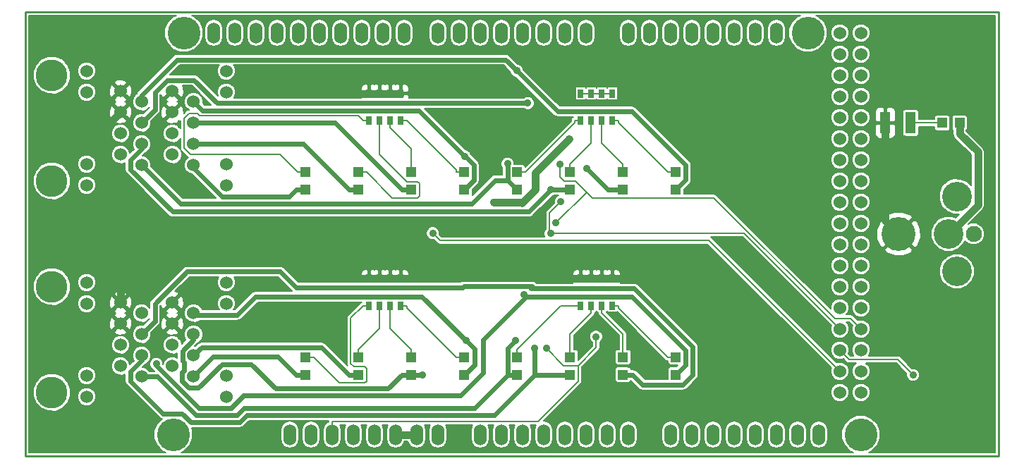
<source format=gtl>
G04 (created by PCBNEW (2013-jul-07)-stable) date Thu 07 Aug 2014 10:44:51 AM EDT*
%MOIN*%
G04 Gerber Fmt 3.4, Leading zero omitted, Abs format*
%FSLAX34Y34*%
G01*
G70*
G90*
G04 APERTURE LIST*
%ADD10C,0.00590551*%
%ADD11C,0.009*%
%ADD12C,0.155*%
%ADD13O,0.06X0.1*%
%ADD14C,0.06*%
%ADD15C,0.076*%
%ADD16C,0.14*%
%ADD17C,0.16*%
%ADD18R,0.05X0.1*%
%ADD19R,0.028X0.041*%
%ADD20C,0.15*%
%ADD21R,0.047X0.047*%
%ADD22C,0.035*%
%ADD23C,0.036*%
%ADD24C,0.008*%
%ADD25C,0.024*%
G04 APERTURE END LIST*
G54D10*
G54D11*
X89500Y-51500D02*
X43500Y-51500D01*
X43500Y-30500D02*
X89500Y-30500D01*
X43500Y-30500D02*
X43500Y-51500D01*
X89500Y-51500D02*
X89500Y-30500D01*
G54D12*
X50500Y-50500D03*
X51000Y-31500D03*
X83000Y-50500D03*
X80500Y-31500D03*
G54D13*
X56000Y-50500D03*
X57000Y-50500D03*
X58000Y-50500D03*
X59000Y-50500D03*
X60000Y-50500D03*
X61000Y-50500D03*
X62000Y-50500D03*
X63000Y-50500D03*
X65000Y-50500D03*
X66000Y-50500D03*
X67000Y-50500D03*
X68000Y-50500D03*
X69000Y-50500D03*
X70000Y-50500D03*
X71000Y-50500D03*
X72000Y-50500D03*
X74000Y-50500D03*
X75000Y-50500D03*
X76000Y-50500D03*
X77000Y-50500D03*
X78000Y-50500D03*
X79000Y-50500D03*
X80000Y-50500D03*
X81000Y-50500D03*
X52400Y-31500D03*
X53400Y-31500D03*
X54400Y-31500D03*
X55400Y-31500D03*
X56400Y-31500D03*
X57400Y-31500D03*
X58400Y-31500D03*
X59400Y-31500D03*
X60400Y-31500D03*
X61400Y-31500D03*
X63000Y-31500D03*
X70000Y-31500D03*
X69000Y-31500D03*
X68000Y-31500D03*
X67000Y-31500D03*
X66000Y-31500D03*
X65000Y-31500D03*
X64000Y-31500D03*
X72000Y-31500D03*
X73000Y-31500D03*
X74000Y-31500D03*
X75000Y-31500D03*
X76000Y-31500D03*
X77000Y-31500D03*
X78000Y-31500D03*
X79000Y-31500D03*
G54D14*
X82000Y-31500D03*
X83000Y-31500D03*
X82000Y-32500D03*
X83000Y-32500D03*
X82000Y-33500D03*
X83000Y-33500D03*
X82000Y-34500D03*
X83000Y-34500D03*
X82000Y-35500D03*
X83000Y-35500D03*
X82000Y-36500D03*
X83000Y-36500D03*
X82000Y-37500D03*
X83000Y-37500D03*
X82000Y-38500D03*
X83000Y-38500D03*
X82000Y-39500D03*
X83000Y-39500D03*
X82000Y-40500D03*
X83000Y-40500D03*
X82000Y-41500D03*
X83000Y-41500D03*
X82000Y-42500D03*
X83000Y-42500D03*
X82000Y-43500D03*
X83000Y-43500D03*
X82000Y-44500D03*
X83000Y-44500D03*
X82000Y-45500D03*
X83000Y-45500D03*
X82000Y-46500D03*
X83000Y-46500D03*
X82000Y-47500D03*
X83000Y-47500D03*
X82000Y-48500D03*
X83000Y-48500D03*
G54D15*
X88320Y-41000D03*
G54D16*
X87140Y-41000D03*
G54D17*
X84780Y-41000D03*
G54D16*
X87530Y-39230D03*
X87530Y-42770D03*
G54D18*
X84150Y-35750D03*
X85350Y-35750D03*
G54D19*
X59750Y-35640D03*
X60250Y-35640D03*
X60750Y-35640D03*
X61250Y-35640D03*
X61250Y-34360D03*
X60750Y-34360D03*
X60250Y-34360D03*
X59750Y-34360D03*
X69750Y-44390D03*
X70250Y-44390D03*
X70750Y-44390D03*
X71250Y-44390D03*
X71250Y-43110D03*
X70750Y-43110D03*
X70250Y-43110D03*
X69750Y-43110D03*
X59750Y-44390D03*
X60250Y-44390D03*
X60750Y-44390D03*
X61250Y-44390D03*
X61250Y-43110D03*
X60750Y-43110D03*
X60250Y-43110D03*
X59750Y-43110D03*
G54D20*
X44750Y-33500D03*
X44750Y-38500D03*
G54D14*
X46400Y-33300D03*
X46400Y-34300D03*
X46400Y-37700D03*
X46400Y-38700D03*
X48000Y-34250D03*
X48000Y-35250D03*
X48000Y-36250D03*
X48000Y-37250D03*
X49000Y-34750D03*
X49000Y-35750D03*
X49000Y-36750D03*
X49000Y-37750D03*
X50450Y-34250D03*
X50450Y-35250D03*
X51450Y-34750D03*
X51450Y-35750D03*
X50450Y-36250D03*
X51450Y-36750D03*
X50450Y-37250D03*
X51450Y-37750D03*
X53000Y-33300D03*
X53000Y-34300D03*
X53000Y-37700D03*
X53000Y-38700D03*
G54D20*
X44750Y-43500D03*
X44750Y-48500D03*
G54D14*
X46400Y-43300D03*
X46400Y-44300D03*
X46400Y-47700D03*
X46400Y-48700D03*
X48000Y-44250D03*
X48000Y-45250D03*
X48000Y-46250D03*
X48000Y-47250D03*
X49000Y-44750D03*
X49000Y-45750D03*
X49000Y-46750D03*
X49000Y-47750D03*
X50450Y-44250D03*
X50450Y-45250D03*
X51450Y-44750D03*
X51450Y-45750D03*
X50450Y-46250D03*
X51450Y-46750D03*
X50450Y-47250D03*
X51450Y-47750D03*
X53000Y-43300D03*
X53000Y-44300D03*
X53000Y-47700D03*
X53000Y-48700D03*
G54D19*
X69750Y-35640D03*
X70250Y-35640D03*
X70750Y-35640D03*
X71250Y-35640D03*
X71250Y-34360D03*
X70750Y-34360D03*
X70250Y-34360D03*
X69750Y-34360D03*
G54D21*
X56750Y-38085D03*
X56750Y-38915D03*
X56750Y-46835D03*
X56750Y-47665D03*
X59250Y-46835D03*
X59250Y-47665D03*
X61750Y-46835D03*
X61750Y-47665D03*
X64250Y-46835D03*
X64250Y-47665D03*
X66750Y-46835D03*
X66750Y-47665D03*
X69250Y-46835D03*
X69250Y-47665D03*
X71750Y-46835D03*
X71750Y-47665D03*
X74250Y-46835D03*
X74250Y-47665D03*
X61750Y-38085D03*
X61750Y-38915D03*
X64250Y-38085D03*
X64250Y-38915D03*
X66750Y-38085D03*
X66750Y-38915D03*
X69250Y-38085D03*
X69250Y-38915D03*
X59250Y-38085D03*
X59250Y-38915D03*
X74250Y-38085D03*
X74250Y-38915D03*
X86835Y-35750D03*
X87665Y-35750D03*
X71750Y-38085D03*
X71750Y-38915D03*
G54D22*
X69213Y-36518D03*
X66954Y-39551D03*
X65636Y-39522D03*
X68765Y-37703D03*
X68585Y-40477D03*
X68323Y-40973D03*
X68813Y-39474D03*
X85459Y-47671D03*
X66723Y-33284D03*
X70024Y-37894D03*
X67250Y-34820D03*
X67571Y-46398D03*
X66660Y-46048D03*
X64328Y-46046D03*
X62280Y-47665D03*
X68337Y-38915D03*
X66294Y-37680D03*
X64255Y-37327D03*
X67080Y-43889D03*
X49697Y-47150D03*
X67431Y-43534D03*
X68141Y-46416D03*
X70473Y-45864D03*
X62754Y-40970D03*
X59329Y-34360D03*
X83580Y-48036D03*
G54D23*
X66954Y-39522D02*
X65636Y-39522D01*
X67618Y-38113D02*
X69213Y-36518D01*
X67618Y-38914D02*
X67618Y-38113D01*
X67010Y-39522D02*
X67618Y-38914D01*
X66954Y-39522D02*
X67010Y-39522D01*
X66954Y-39551D02*
X66954Y-39522D01*
G54D24*
X69515Y-38500D02*
X70039Y-39024D01*
X68964Y-38500D02*
X69515Y-38500D01*
X68765Y-38300D02*
X68964Y-38500D01*
X68765Y-37703D02*
X68765Y-38300D01*
X70305Y-39290D02*
X70039Y-39024D01*
X76044Y-39290D02*
X70305Y-39290D01*
X81754Y-45000D02*
X76044Y-39290D01*
X82500Y-45000D02*
X81754Y-45000D01*
X83000Y-45500D02*
X82500Y-45000D01*
X70039Y-39024D02*
X68585Y-40477D01*
X77473Y-40973D02*
X68323Y-40973D01*
X82000Y-45500D02*
X77473Y-40973D01*
X68270Y-40018D02*
X68813Y-39474D01*
X68270Y-40920D02*
X68270Y-40018D01*
X68323Y-40973D02*
X68270Y-40920D01*
X82440Y-46940D02*
X82000Y-46500D01*
X84728Y-46940D02*
X82440Y-46940D01*
X85459Y-47671D02*
X84728Y-46940D01*
G54D25*
X49000Y-34445D02*
X49000Y-34750D01*
X50685Y-32760D02*
X49000Y-34445D01*
X66198Y-32760D02*
X50685Y-32760D01*
X66723Y-33284D02*
X66198Y-32760D01*
X68653Y-35214D02*
X66723Y-33284D01*
X72181Y-35214D02*
X68653Y-35214D01*
X74714Y-37747D02*
X72181Y-35214D01*
X74714Y-38450D02*
X74714Y-37747D01*
X74250Y-38915D02*
X74714Y-38450D01*
X52568Y-34820D02*
X67250Y-34820D01*
X51474Y-33726D02*
X52568Y-34820D01*
X50218Y-33726D02*
X51474Y-33726D01*
X49623Y-34322D02*
X50218Y-33726D01*
X49623Y-35126D02*
X49623Y-34322D01*
X49000Y-35750D02*
X49623Y-35126D01*
X71044Y-38915D02*
X70024Y-37894D01*
X71750Y-38915D02*
X71044Y-38915D01*
X69250Y-47665D02*
X68794Y-47665D01*
X67571Y-47665D02*
X67571Y-46398D01*
X65662Y-49574D02*
X67571Y-47665D01*
X53972Y-49574D02*
X65662Y-49574D01*
X53631Y-49914D02*
X53972Y-49574D01*
X51321Y-49914D02*
X53631Y-49914D01*
X50905Y-49497D02*
X51321Y-49914D01*
X50010Y-49497D02*
X50905Y-49497D01*
X48476Y-47963D02*
X50010Y-49497D01*
X48476Y-47509D02*
X48476Y-47963D01*
X49000Y-46985D02*
X48476Y-47509D01*
X49000Y-46750D02*
X49000Y-46985D01*
X67571Y-47665D02*
X68794Y-47665D01*
X66750Y-47665D02*
X66379Y-47665D01*
X66379Y-47665D02*
X66294Y-47665D01*
X66294Y-46414D02*
X66660Y-46048D01*
X66294Y-47665D02*
X66294Y-46414D01*
X64725Y-49234D02*
X66294Y-47665D01*
X53831Y-49234D02*
X64725Y-49234D01*
X53491Y-49574D02*
X53831Y-49234D01*
X51557Y-49574D02*
X53491Y-49574D01*
X49733Y-47750D02*
X51557Y-49574D01*
X49000Y-47750D02*
X49733Y-47750D01*
X64720Y-46438D02*
X64328Y-46046D01*
X64720Y-47194D02*
X64720Y-46438D01*
X64250Y-47665D02*
X64720Y-47194D01*
X51539Y-44839D02*
X51450Y-44750D01*
X53506Y-44839D02*
X51539Y-44839D01*
X54382Y-43964D02*
X53506Y-44839D01*
X62247Y-43964D02*
X54382Y-43964D01*
X64328Y-46046D02*
X62247Y-43964D01*
X61522Y-47665D02*
X61294Y-47665D01*
X61522Y-47665D02*
X61750Y-47665D01*
X61750Y-47665D02*
X62205Y-47665D01*
X62205Y-47665D02*
X62280Y-47665D01*
X51450Y-46000D02*
X51450Y-45750D01*
X50925Y-46524D02*
X51450Y-46000D01*
X50925Y-46990D02*
X50925Y-46524D01*
X50991Y-47056D02*
X50925Y-46990D01*
X50991Y-47472D02*
X50991Y-47056D01*
X50918Y-47546D02*
X50991Y-47472D01*
X50918Y-47961D02*
X50918Y-47546D01*
X51242Y-48285D02*
X50918Y-47961D01*
X51664Y-48285D02*
X51242Y-48285D01*
X52786Y-47163D02*
X51664Y-48285D01*
X54180Y-47163D02*
X52786Y-47163D01*
X55325Y-48308D02*
X54180Y-47163D01*
X60651Y-48308D02*
X55325Y-48308D01*
X61294Y-47665D02*
X60651Y-48308D01*
X59250Y-47665D02*
X58794Y-47665D01*
X51823Y-46376D02*
X51450Y-46750D01*
X57506Y-46376D02*
X51823Y-46376D01*
X58794Y-47665D02*
X57506Y-46376D01*
X56750Y-47665D02*
X56294Y-47665D01*
X52380Y-46819D02*
X51450Y-47750D01*
X55448Y-46819D02*
X52380Y-46819D01*
X56294Y-47665D02*
X55448Y-46819D01*
X69250Y-38915D02*
X68337Y-38915D01*
X67299Y-39953D02*
X68337Y-38915D01*
X50462Y-39953D02*
X67299Y-39953D01*
X48471Y-37963D02*
X50462Y-39953D01*
X48471Y-37513D02*
X48471Y-37963D01*
X49000Y-36985D02*
X48471Y-37513D01*
X49000Y-36750D02*
X49000Y-36985D01*
X66750Y-38915D02*
X66294Y-38459D01*
X66294Y-38459D02*
X66294Y-37680D01*
X50821Y-39571D02*
X49000Y-37750D01*
X64596Y-39571D02*
X50821Y-39571D01*
X65707Y-38459D02*
X64596Y-39571D01*
X66294Y-38459D02*
X65707Y-38459D01*
X64292Y-37327D02*
X64255Y-37327D01*
X64705Y-37740D02*
X64292Y-37327D01*
X64705Y-38459D02*
X64705Y-37740D01*
X64250Y-38915D02*
X64705Y-38459D01*
X62087Y-35160D02*
X64255Y-37327D01*
X51860Y-35160D02*
X62087Y-35160D01*
X51450Y-34750D02*
X51860Y-35160D01*
X58129Y-35750D02*
X51450Y-35750D01*
X61294Y-38915D02*
X58129Y-35750D01*
X61750Y-38915D02*
X61294Y-38915D01*
X59250Y-38915D02*
X58794Y-38915D01*
X56629Y-36750D02*
X58794Y-38915D01*
X51450Y-36750D02*
X56629Y-36750D01*
X51450Y-37889D02*
X51450Y-37750D01*
X52786Y-39225D02*
X51450Y-37889D01*
X55984Y-39225D02*
X52786Y-39225D01*
X56294Y-38915D02*
X55984Y-39225D01*
X56750Y-38915D02*
X56294Y-38915D01*
X74705Y-47209D02*
X74250Y-47665D01*
X74705Y-46492D02*
X74705Y-47209D01*
X72177Y-43964D02*
X74705Y-46492D01*
X67192Y-43964D02*
X72177Y-43964D01*
X67174Y-43982D02*
X67192Y-43964D01*
X67080Y-43889D02*
X67174Y-43982D01*
X49697Y-47232D02*
X49697Y-47150D01*
X51698Y-49234D02*
X49697Y-47232D01*
X53222Y-49234D02*
X51698Y-49234D01*
X53807Y-48648D02*
X53222Y-49234D01*
X64068Y-48648D02*
X53807Y-48648D01*
X65152Y-47565D02*
X64068Y-48648D01*
X65152Y-46005D02*
X65152Y-47565D01*
X67174Y-43982D02*
X65152Y-46005D01*
X71750Y-47665D02*
X72205Y-47665D01*
X67484Y-43587D02*
X67431Y-43534D01*
X72281Y-43587D02*
X67484Y-43587D01*
X75048Y-46354D02*
X72281Y-43587D01*
X75048Y-47667D02*
X75048Y-46354D01*
X74576Y-48140D02*
X75048Y-47667D01*
X72680Y-48140D02*
X74576Y-48140D01*
X72205Y-47665D02*
X72680Y-48140D01*
X67377Y-43481D02*
X67431Y-43534D01*
X64227Y-43481D02*
X67377Y-43481D01*
X64169Y-43538D02*
X64227Y-43481D01*
X56308Y-43538D02*
X64169Y-43538D01*
X55549Y-42779D02*
X56308Y-43538D01*
X51150Y-42779D02*
X55549Y-42779D01*
X49622Y-44308D02*
X51150Y-42779D01*
X49622Y-45127D02*
X49622Y-44308D01*
X49000Y-45750D02*
X49622Y-45127D01*
G54D24*
X58000Y-50500D02*
X58000Y-49859D01*
X70473Y-45864D02*
X70473Y-45864D01*
X70473Y-46382D02*
X70473Y-45864D01*
X69632Y-47223D02*
X70473Y-46382D01*
X68948Y-47223D02*
X69632Y-47223D01*
X68141Y-46416D02*
X68948Y-47223D01*
X67734Y-49859D02*
X58000Y-49859D01*
X69632Y-47961D02*
X67734Y-49859D01*
X69632Y-47223D02*
X69632Y-47961D01*
X75810Y-41310D02*
X82000Y-47500D01*
X63094Y-41310D02*
X75810Y-41310D01*
X62754Y-40970D02*
X63094Y-41310D01*
G54D23*
X87160Y-41000D02*
X87140Y-41000D01*
X88520Y-39639D02*
X87160Y-41000D01*
X88520Y-37120D02*
X88520Y-39639D01*
X87665Y-36265D02*
X88520Y-37120D01*
X87665Y-35750D02*
X87665Y-36265D01*
X62000Y-50500D02*
X61000Y-50500D01*
G54D24*
X69250Y-46835D02*
X69250Y-46459D01*
X69250Y-45735D02*
X69250Y-46459D01*
X70250Y-44735D02*
X69250Y-45735D01*
X70250Y-44390D02*
X70250Y-44735D01*
X71750Y-46835D02*
X71750Y-46459D01*
X71750Y-45735D02*
X70750Y-44735D01*
X71750Y-46459D02*
X71750Y-45735D01*
X70750Y-44390D02*
X70750Y-44735D01*
X74250Y-46835D02*
X73874Y-46835D01*
X71250Y-44390D02*
X71530Y-44390D01*
X71530Y-44490D02*
X71530Y-44390D01*
X73874Y-46835D02*
X71530Y-44490D01*
X69750Y-44390D02*
X69469Y-44390D01*
X66750Y-46835D02*
X66750Y-46459D01*
X68819Y-44390D02*
X66750Y-46459D01*
X69469Y-44390D02*
X68819Y-44390D01*
X59250Y-35420D02*
X59469Y-35640D01*
X51742Y-35420D02*
X59250Y-35420D01*
X51630Y-35307D02*
X51742Y-35420D01*
X51242Y-35307D02*
X51630Y-35307D01*
X51009Y-35540D02*
X51242Y-35307D01*
X51009Y-36949D02*
X51009Y-35540D01*
X51310Y-37250D02*
X51009Y-36949D01*
X55539Y-37250D02*
X51310Y-37250D01*
X56374Y-38085D02*
X55539Y-37250D01*
X56750Y-38085D02*
X56374Y-38085D01*
X59750Y-35640D02*
X59469Y-35640D01*
X61750Y-38085D02*
X61750Y-37709D01*
X61750Y-36985D02*
X60750Y-35985D01*
X61750Y-37709D02*
X61750Y-36985D01*
X60750Y-35640D02*
X60750Y-35985D01*
X61530Y-44490D02*
X61530Y-44390D01*
X63874Y-46835D02*
X61530Y-44490D01*
X64250Y-46835D02*
X63874Y-46835D01*
X61250Y-44390D02*
X61530Y-44390D01*
X56750Y-46835D02*
X57125Y-46835D01*
X59750Y-44390D02*
X59469Y-44390D01*
X58335Y-48045D02*
X57125Y-46835D01*
X59538Y-48045D02*
X58335Y-48045D01*
X59625Y-47957D02*
X59538Y-48045D01*
X59625Y-47369D02*
X59625Y-47957D01*
X59545Y-47289D02*
X59625Y-47369D01*
X59034Y-47289D02*
X59545Y-47289D01*
X58874Y-47130D02*
X59034Y-47289D01*
X58874Y-44985D02*
X58874Y-47130D01*
X59469Y-44390D02*
X58874Y-44985D01*
X60250Y-45459D02*
X59250Y-46459D01*
X60250Y-44390D02*
X60250Y-45459D01*
X59250Y-46835D02*
X59250Y-46459D01*
X60750Y-45459D02*
X61750Y-46459D01*
X60750Y-44390D02*
X60750Y-45459D01*
X61750Y-46835D02*
X61750Y-46459D01*
X69469Y-35740D02*
X69469Y-35640D01*
X67125Y-38085D02*
X69469Y-35740D01*
X66750Y-38085D02*
X67125Y-38085D01*
X69750Y-35640D02*
X69469Y-35640D01*
X63874Y-37984D02*
X61530Y-35640D01*
X63874Y-38085D02*
X63874Y-37984D01*
X61250Y-35640D02*
X61530Y-35640D01*
X64250Y-38085D02*
X63874Y-38085D01*
X71530Y-35740D02*
X71530Y-35640D01*
X73874Y-38085D02*
X71530Y-35740D01*
X74250Y-38085D02*
X73874Y-38085D01*
X71250Y-35640D02*
X71530Y-35640D01*
X70750Y-36709D02*
X70750Y-35640D01*
X71750Y-37709D02*
X70750Y-36709D01*
X71750Y-38085D02*
X71750Y-37709D01*
X69250Y-38085D02*
X69250Y-37709D01*
X70250Y-36709D02*
X69250Y-37709D01*
X70250Y-35640D02*
X70250Y-36709D01*
X60250Y-37255D02*
X60250Y-35640D01*
X61534Y-38539D02*
X60250Y-37255D01*
X62045Y-38539D02*
X61534Y-38539D01*
X62125Y-38619D02*
X62045Y-38539D01*
X62125Y-39210D02*
X62125Y-38619D01*
X62034Y-39300D02*
X62125Y-39210D01*
X60840Y-39300D02*
X62034Y-39300D01*
X59625Y-38085D02*
X60840Y-39300D01*
X59250Y-38085D02*
X59625Y-38085D01*
X70750Y-34360D02*
X71250Y-34360D01*
X69750Y-34360D02*
X70250Y-34360D01*
X70250Y-34360D02*
X70750Y-34360D01*
X86835Y-35750D02*
X85350Y-35750D01*
G54D23*
X59750Y-43110D02*
X60250Y-43110D01*
X60250Y-43110D02*
X60750Y-43110D01*
X69750Y-43110D02*
X69829Y-43110D01*
X70039Y-43110D02*
X69829Y-43110D01*
X70039Y-43110D02*
X70250Y-43110D01*
X59750Y-34360D02*
X60250Y-34360D01*
X60250Y-34360D02*
X60750Y-34360D01*
X60750Y-34360D02*
X61250Y-34360D01*
X59750Y-34360D02*
X59329Y-34360D01*
X70250Y-43110D02*
X70750Y-43110D01*
X70750Y-43110D02*
X71250Y-43110D01*
X83580Y-48748D02*
X83580Y-48036D01*
X83237Y-49090D02*
X83580Y-48748D01*
X79520Y-49090D02*
X83237Y-49090D01*
X73539Y-43110D02*
X79520Y-49090D01*
X71250Y-43110D02*
X73539Y-43110D01*
X84150Y-40370D02*
X84150Y-35750D01*
X84780Y-41000D02*
X84150Y-40370D01*
X69750Y-43110D02*
X69329Y-43110D01*
X60750Y-43110D02*
X61250Y-43110D01*
X61250Y-43110D02*
X61670Y-43110D01*
X61700Y-43079D02*
X61670Y-43110D01*
X69299Y-43079D02*
X61700Y-43079D01*
X69329Y-43110D02*
X69299Y-43079D01*
X59750Y-43110D02*
X59329Y-43110D01*
X58594Y-42374D02*
X59329Y-43110D01*
X48000Y-42374D02*
X58594Y-42374D01*
X48000Y-44250D02*
X48000Y-42374D01*
X47416Y-35833D02*
X48000Y-35250D01*
X47416Y-41790D02*
X47416Y-35833D01*
X48000Y-42374D02*
X47416Y-41790D01*
G54D10*
G36*
X69399Y-35474D02*
X69342Y-35512D01*
X69303Y-35571D01*
X69289Y-35640D01*
X69289Y-35665D01*
X67125Y-37830D01*
X67125Y-37822D01*
X67103Y-37770D01*
X67064Y-37731D01*
X67012Y-37710D01*
X66957Y-37709D01*
X66609Y-37709D01*
X66609Y-37618D01*
X66562Y-37502D01*
X66473Y-37413D01*
X66357Y-37365D01*
X66232Y-37365D01*
X66116Y-37413D01*
X66027Y-37502D01*
X65979Y-37617D01*
X65979Y-37743D01*
X66027Y-37858D01*
X66034Y-37866D01*
X66034Y-38199D01*
X65707Y-38199D01*
X65607Y-38219D01*
X65523Y-38275D01*
X64624Y-39174D01*
X64625Y-39122D01*
X64625Y-38907D01*
X64889Y-38643D01*
X64889Y-38643D01*
X64945Y-38559D01*
X64965Y-38459D01*
X64965Y-38459D01*
X64965Y-37740D01*
X64945Y-37641D01*
X64945Y-37641D01*
X64926Y-37613D01*
X64889Y-37556D01*
X64889Y-37556D01*
X64551Y-37218D01*
X64522Y-37149D01*
X64433Y-37060D01*
X64318Y-37012D01*
X64307Y-37012D01*
X62375Y-35080D01*
X67064Y-35080D01*
X67071Y-35087D01*
X67187Y-35135D01*
X67312Y-35135D01*
X67428Y-35087D01*
X67516Y-34998D01*
X67564Y-34883D01*
X67565Y-34757D01*
X67517Y-34641D01*
X67428Y-34553D01*
X67312Y-34505D01*
X67187Y-34505D01*
X67071Y-34552D01*
X67064Y-34560D01*
X61630Y-34560D01*
X61630Y-34517D01*
X61630Y-34202D01*
X61629Y-34107D01*
X61593Y-34018D01*
X61525Y-33951D01*
X61437Y-33914D01*
X61370Y-33915D01*
X61310Y-33975D01*
X61310Y-34300D01*
X61570Y-34300D01*
X61630Y-34240D01*
X61630Y-34202D01*
X61630Y-34517D01*
X61630Y-34480D01*
X61570Y-34420D01*
X61310Y-34420D01*
X61310Y-34427D01*
X61190Y-34427D01*
X61190Y-34420D01*
X61190Y-34300D01*
X61190Y-33975D01*
X61130Y-33915D01*
X61062Y-33914D01*
X61000Y-33940D01*
X60937Y-33914D01*
X60870Y-33915D01*
X60810Y-33975D01*
X60810Y-34300D01*
X60930Y-34300D01*
X61070Y-34300D01*
X61190Y-34300D01*
X61190Y-34420D01*
X61070Y-34420D01*
X60930Y-34420D01*
X60810Y-34420D01*
X60810Y-34427D01*
X60690Y-34427D01*
X60690Y-34420D01*
X60690Y-34300D01*
X60690Y-33975D01*
X60630Y-33915D01*
X60562Y-33914D01*
X60500Y-33940D01*
X60437Y-33914D01*
X60370Y-33915D01*
X60310Y-33975D01*
X60310Y-34300D01*
X60430Y-34300D01*
X60570Y-34300D01*
X60690Y-34300D01*
X60690Y-34420D01*
X60570Y-34420D01*
X60430Y-34420D01*
X60310Y-34420D01*
X60310Y-34427D01*
X60190Y-34427D01*
X60190Y-34420D01*
X60190Y-34300D01*
X60190Y-33975D01*
X60130Y-33915D01*
X60062Y-33914D01*
X60000Y-33940D01*
X59937Y-33914D01*
X59870Y-33915D01*
X59810Y-33975D01*
X59810Y-34300D01*
X59930Y-34300D01*
X60070Y-34300D01*
X60190Y-34300D01*
X60190Y-34420D01*
X60070Y-34420D01*
X59930Y-34420D01*
X59810Y-34420D01*
X59810Y-34427D01*
X59690Y-34427D01*
X59690Y-34420D01*
X59690Y-34300D01*
X59690Y-33975D01*
X59630Y-33915D01*
X59562Y-33914D01*
X59474Y-33951D01*
X59406Y-34018D01*
X59370Y-34107D01*
X59369Y-34202D01*
X59370Y-34240D01*
X59430Y-34300D01*
X59690Y-34300D01*
X59690Y-34420D01*
X59430Y-34420D01*
X59370Y-34480D01*
X59369Y-34517D01*
X59369Y-34560D01*
X53362Y-34560D01*
X53372Y-34549D01*
X53439Y-34387D01*
X53440Y-34212D01*
X53373Y-34051D01*
X53249Y-33927D01*
X53087Y-33860D01*
X52912Y-33859D01*
X52751Y-33926D01*
X52627Y-34050D01*
X52560Y-34212D01*
X52559Y-34387D01*
X52600Y-34484D01*
X51658Y-33542D01*
X51573Y-33486D01*
X51474Y-33466D01*
X50346Y-33466D01*
X50792Y-33020D01*
X52657Y-33020D01*
X52627Y-33050D01*
X52560Y-33212D01*
X52559Y-33387D01*
X52626Y-33548D01*
X52750Y-33672D01*
X52912Y-33739D01*
X53087Y-33740D01*
X53248Y-33673D01*
X53372Y-33549D01*
X53439Y-33387D01*
X53440Y-33212D01*
X53373Y-33051D01*
X53342Y-33020D01*
X66091Y-33020D01*
X66408Y-33337D01*
X66408Y-33347D01*
X66456Y-33462D01*
X66544Y-33551D01*
X66660Y-33599D01*
X66670Y-33599D01*
X68469Y-35398D01*
X68469Y-35398D01*
X68554Y-35455D01*
X68653Y-35474D01*
X69399Y-35474D01*
X69399Y-35474D01*
G37*
G54D24*
X69399Y-35474D02*
X69342Y-35512D01*
X69303Y-35571D01*
X69289Y-35640D01*
X69289Y-35665D01*
X67125Y-37830D01*
X67125Y-37822D01*
X67103Y-37770D01*
X67064Y-37731D01*
X67012Y-37710D01*
X66957Y-37709D01*
X66609Y-37709D01*
X66609Y-37618D01*
X66562Y-37502D01*
X66473Y-37413D01*
X66357Y-37365D01*
X66232Y-37365D01*
X66116Y-37413D01*
X66027Y-37502D01*
X65979Y-37617D01*
X65979Y-37743D01*
X66027Y-37858D01*
X66034Y-37866D01*
X66034Y-38199D01*
X65707Y-38199D01*
X65607Y-38219D01*
X65523Y-38275D01*
X64624Y-39174D01*
X64625Y-39122D01*
X64625Y-38907D01*
X64889Y-38643D01*
X64889Y-38643D01*
X64945Y-38559D01*
X64965Y-38459D01*
X64965Y-38459D01*
X64965Y-37740D01*
X64945Y-37641D01*
X64945Y-37641D01*
X64926Y-37613D01*
X64889Y-37556D01*
X64889Y-37556D01*
X64551Y-37218D01*
X64522Y-37149D01*
X64433Y-37060D01*
X64318Y-37012D01*
X64307Y-37012D01*
X62375Y-35080D01*
X67064Y-35080D01*
X67071Y-35087D01*
X67187Y-35135D01*
X67312Y-35135D01*
X67428Y-35087D01*
X67516Y-34998D01*
X67564Y-34883D01*
X67565Y-34757D01*
X67517Y-34641D01*
X67428Y-34553D01*
X67312Y-34505D01*
X67187Y-34505D01*
X67071Y-34552D01*
X67064Y-34560D01*
X61630Y-34560D01*
X61630Y-34517D01*
X61630Y-34202D01*
X61629Y-34107D01*
X61593Y-34018D01*
X61525Y-33951D01*
X61437Y-33914D01*
X61370Y-33915D01*
X61310Y-33975D01*
X61310Y-34300D01*
X61570Y-34300D01*
X61630Y-34240D01*
X61630Y-34202D01*
X61630Y-34517D01*
X61630Y-34480D01*
X61570Y-34420D01*
X61310Y-34420D01*
X61310Y-34427D01*
X61190Y-34427D01*
X61190Y-34420D01*
X61190Y-34300D01*
X61190Y-33975D01*
X61130Y-33915D01*
X61062Y-33914D01*
X61000Y-33940D01*
X60937Y-33914D01*
X60870Y-33915D01*
X60810Y-33975D01*
X60810Y-34300D01*
X60930Y-34300D01*
X61070Y-34300D01*
X61190Y-34300D01*
X61190Y-34420D01*
X61070Y-34420D01*
X60930Y-34420D01*
X60810Y-34420D01*
X60810Y-34427D01*
X60690Y-34427D01*
X60690Y-34420D01*
X60690Y-34300D01*
X60690Y-33975D01*
X60630Y-33915D01*
X60562Y-33914D01*
X60500Y-33940D01*
X60437Y-33914D01*
X60370Y-33915D01*
X60310Y-33975D01*
X60310Y-34300D01*
X60430Y-34300D01*
X60570Y-34300D01*
X60690Y-34300D01*
X60690Y-34420D01*
X60570Y-34420D01*
X60430Y-34420D01*
X60310Y-34420D01*
X60310Y-34427D01*
X60190Y-34427D01*
X60190Y-34420D01*
X60190Y-34300D01*
X60190Y-33975D01*
X60130Y-33915D01*
X60062Y-33914D01*
X60000Y-33940D01*
X59937Y-33914D01*
X59870Y-33915D01*
X59810Y-33975D01*
X59810Y-34300D01*
X59930Y-34300D01*
X60070Y-34300D01*
X60190Y-34300D01*
X60190Y-34420D01*
X60070Y-34420D01*
X59930Y-34420D01*
X59810Y-34420D01*
X59810Y-34427D01*
X59690Y-34427D01*
X59690Y-34420D01*
X59690Y-34300D01*
X59690Y-33975D01*
X59630Y-33915D01*
X59562Y-33914D01*
X59474Y-33951D01*
X59406Y-34018D01*
X59370Y-34107D01*
X59369Y-34202D01*
X59370Y-34240D01*
X59430Y-34300D01*
X59690Y-34300D01*
X59690Y-34420D01*
X59430Y-34420D01*
X59370Y-34480D01*
X59369Y-34517D01*
X59369Y-34560D01*
X53362Y-34560D01*
X53372Y-34549D01*
X53439Y-34387D01*
X53440Y-34212D01*
X53373Y-34051D01*
X53249Y-33927D01*
X53087Y-33860D01*
X52912Y-33859D01*
X52751Y-33926D01*
X52627Y-34050D01*
X52560Y-34212D01*
X52559Y-34387D01*
X52600Y-34484D01*
X51658Y-33542D01*
X51573Y-33486D01*
X51474Y-33466D01*
X50346Y-33466D01*
X50792Y-33020D01*
X52657Y-33020D01*
X52627Y-33050D01*
X52560Y-33212D01*
X52559Y-33387D01*
X52626Y-33548D01*
X52750Y-33672D01*
X52912Y-33739D01*
X53087Y-33740D01*
X53248Y-33673D01*
X53372Y-33549D01*
X53439Y-33387D01*
X53440Y-33212D01*
X53373Y-33051D01*
X53342Y-33020D01*
X66091Y-33020D01*
X66408Y-33337D01*
X66408Y-33347D01*
X66456Y-33462D01*
X66544Y-33551D01*
X66660Y-33599D01*
X66670Y-33599D01*
X68469Y-35398D01*
X68469Y-35398D01*
X68554Y-35455D01*
X68653Y-35474D01*
X69399Y-35474D01*
G54D10*
G36*
X89335Y-51335D02*
X88840Y-51335D01*
X88840Y-39639D01*
X88840Y-37120D01*
X88816Y-36998D01*
X88747Y-36894D01*
X87985Y-36132D01*
X87985Y-36097D01*
X88018Y-36064D01*
X88039Y-36012D01*
X88040Y-35957D01*
X88040Y-35487D01*
X88018Y-35435D01*
X87979Y-35396D01*
X87927Y-35375D01*
X87872Y-35374D01*
X87402Y-35374D01*
X87350Y-35396D01*
X87311Y-35435D01*
X87290Y-35487D01*
X87289Y-35542D01*
X87289Y-36012D01*
X87311Y-36064D01*
X87345Y-36098D01*
X87345Y-36265D01*
X87369Y-36387D01*
X87438Y-36491D01*
X88200Y-37253D01*
X88200Y-38712D01*
X88006Y-38518D01*
X87697Y-38390D01*
X87363Y-38389D01*
X87210Y-38453D01*
X87210Y-35957D01*
X87210Y-35487D01*
X87188Y-35435D01*
X87149Y-35396D01*
X87097Y-35375D01*
X87042Y-35374D01*
X86572Y-35374D01*
X86520Y-35396D01*
X86481Y-35435D01*
X86460Y-35487D01*
X86459Y-35542D01*
X86459Y-35570D01*
X85740Y-35570D01*
X85740Y-35222D01*
X85718Y-35170D01*
X85679Y-35131D01*
X85627Y-35110D01*
X85572Y-35109D01*
X85072Y-35109D01*
X85020Y-35131D01*
X84981Y-35170D01*
X84960Y-35222D01*
X84959Y-35277D01*
X84959Y-36277D01*
X84981Y-36329D01*
X85020Y-36368D01*
X85072Y-36389D01*
X85127Y-36390D01*
X85627Y-36390D01*
X85679Y-36368D01*
X85718Y-36329D01*
X85739Y-36277D01*
X85740Y-36222D01*
X85740Y-35930D01*
X86459Y-35930D01*
X86459Y-36012D01*
X86481Y-36064D01*
X86520Y-36103D01*
X86572Y-36124D01*
X86627Y-36125D01*
X87097Y-36125D01*
X87149Y-36103D01*
X87188Y-36064D01*
X87209Y-36012D01*
X87210Y-35957D01*
X87210Y-38453D01*
X87054Y-38517D01*
X86818Y-38753D01*
X86690Y-39062D01*
X86689Y-39396D01*
X86817Y-39705D01*
X87053Y-39941D01*
X87362Y-40069D01*
X87637Y-40070D01*
X87477Y-40230D01*
X87307Y-40160D01*
X86973Y-40159D01*
X86664Y-40287D01*
X86428Y-40523D01*
X86300Y-40832D01*
X86299Y-41166D01*
X86427Y-41475D01*
X86663Y-41711D01*
X86972Y-41839D01*
X87306Y-41840D01*
X87615Y-41712D01*
X87851Y-41476D01*
X87913Y-41328D01*
X88025Y-41440D01*
X88216Y-41519D01*
X88422Y-41520D01*
X88614Y-41441D01*
X88760Y-41294D01*
X88839Y-41103D01*
X88840Y-40897D01*
X88761Y-40705D01*
X88614Y-40559D01*
X88423Y-40480D01*
X88217Y-40479D01*
X88074Y-40538D01*
X88747Y-39865D01*
X88747Y-39865D01*
X88816Y-39762D01*
X88840Y-39639D01*
X88840Y-39639D01*
X88840Y-51335D01*
X88370Y-51335D01*
X88370Y-42603D01*
X88242Y-42294D01*
X88006Y-42058D01*
X87697Y-41930D01*
X87363Y-41929D01*
X87054Y-42057D01*
X86818Y-42293D01*
X86690Y-42602D01*
X86689Y-42936D01*
X86817Y-43245D01*
X87053Y-43481D01*
X87362Y-43609D01*
X87696Y-43610D01*
X88005Y-43482D01*
X88241Y-43246D01*
X88369Y-42937D01*
X88370Y-42603D01*
X88370Y-51335D01*
X85823Y-51335D01*
X85823Y-41188D01*
X85816Y-40775D01*
X85671Y-40426D01*
X85528Y-40336D01*
X85443Y-40421D01*
X85443Y-40251D01*
X85353Y-40108D01*
X84968Y-39956D01*
X84640Y-39962D01*
X84640Y-36202D01*
X84640Y-35297D01*
X84639Y-35202D01*
X84603Y-35113D01*
X84535Y-35046D01*
X84447Y-35009D01*
X84270Y-35010D01*
X84210Y-35070D01*
X84210Y-35690D01*
X84580Y-35690D01*
X84640Y-35630D01*
X84640Y-35297D01*
X84640Y-36202D01*
X84640Y-35870D01*
X84580Y-35810D01*
X84210Y-35810D01*
X84210Y-36430D01*
X84270Y-36490D01*
X84447Y-36490D01*
X84535Y-36453D01*
X84603Y-36386D01*
X84639Y-36297D01*
X84640Y-36202D01*
X84640Y-39962D01*
X84555Y-39963D01*
X84206Y-40108D01*
X84116Y-40251D01*
X84780Y-40915D01*
X85443Y-40251D01*
X85443Y-40421D01*
X84864Y-41000D01*
X85528Y-41663D01*
X85671Y-41573D01*
X85823Y-41188D01*
X85823Y-51335D01*
X85774Y-51335D01*
X85774Y-47608D01*
X85726Y-47492D01*
X85637Y-47404D01*
X85521Y-47356D01*
X85443Y-47356D01*
X85443Y-41748D01*
X84780Y-41084D01*
X84695Y-41169D01*
X84695Y-41000D01*
X84090Y-40394D01*
X84090Y-36430D01*
X84090Y-35810D01*
X84090Y-35690D01*
X84090Y-35070D01*
X84030Y-35010D01*
X83852Y-35009D01*
X83764Y-35046D01*
X83696Y-35113D01*
X83660Y-35202D01*
X83659Y-35297D01*
X83660Y-35630D01*
X83720Y-35690D01*
X84090Y-35690D01*
X84090Y-35810D01*
X83720Y-35810D01*
X83660Y-35870D01*
X83659Y-36202D01*
X83660Y-36297D01*
X83696Y-36386D01*
X83764Y-36453D01*
X83852Y-36490D01*
X84030Y-36490D01*
X84090Y-36430D01*
X84090Y-40394D01*
X84031Y-40336D01*
X83888Y-40426D01*
X83736Y-40811D01*
X83743Y-41224D01*
X83888Y-41573D01*
X84031Y-41663D01*
X84695Y-41000D01*
X84695Y-41169D01*
X84116Y-41748D01*
X84206Y-41891D01*
X84591Y-42043D01*
X85004Y-42036D01*
X85353Y-41891D01*
X85443Y-41748D01*
X85443Y-47356D01*
X85398Y-47356D01*
X84855Y-46812D01*
X84796Y-46773D01*
X84728Y-46760D01*
X83362Y-46760D01*
X83372Y-46749D01*
X83439Y-46587D01*
X83440Y-46412D01*
X83440Y-45412D01*
X83440Y-44412D01*
X83440Y-43412D01*
X83440Y-42412D01*
X83440Y-41412D01*
X83440Y-40412D01*
X83440Y-39412D01*
X83440Y-38412D01*
X83440Y-37412D01*
X83440Y-36412D01*
X83440Y-35412D01*
X83440Y-34412D01*
X83440Y-33412D01*
X83440Y-32412D01*
X83440Y-31412D01*
X83373Y-31251D01*
X83249Y-31127D01*
X83087Y-31060D01*
X82912Y-31059D01*
X82751Y-31126D01*
X82627Y-31250D01*
X82560Y-31412D01*
X82559Y-31587D01*
X82626Y-31748D01*
X82750Y-31872D01*
X82912Y-31939D01*
X83087Y-31940D01*
X83248Y-31873D01*
X83372Y-31749D01*
X83439Y-31587D01*
X83440Y-31412D01*
X83440Y-32412D01*
X83373Y-32251D01*
X83249Y-32127D01*
X83087Y-32060D01*
X82912Y-32059D01*
X82751Y-32126D01*
X82627Y-32250D01*
X82560Y-32412D01*
X82559Y-32587D01*
X82626Y-32748D01*
X82750Y-32872D01*
X82912Y-32939D01*
X83087Y-32940D01*
X83248Y-32873D01*
X83372Y-32749D01*
X83439Y-32587D01*
X83440Y-32412D01*
X83440Y-33412D01*
X83373Y-33251D01*
X83249Y-33127D01*
X83087Y-33060D01*
X82912Y-33059D01*
X82751Y-33126D01*
X82627Y-33250D01*
X82560Y-33412D01*
X82559Y-33587D01*
X82626Y-33748D01*
X82750Y-33872D01*
X82912Y-33939D01*
X83087Y-33940D01*
X83248Y-33873D01*
X83372Y-33749D01*
X83439Y-33587D01*
X83440Y-33412D01*
X83440Y-34412D01*
X83373Y-34251D01*
X83249Y-34127D01*
X83087Y-34060D01*
X82912Y-34059D01*
X82751Y-34126D01*
X82627Y-34250D01*
X82560Y-34412D01*
X82559Y-34587D01*
X82626Y-34748D01*
X82750Y-34872D01*
X82912Y-34939D01*
X83087Y-34940D01*
X83248Y-34873D01*
X83372Y-34749D01*
X83439Y-34587D01*
X83440Y-34412D01*
X83440Y-35412D01*
X83373Y-35251D01*
X83249Y-35127D01*
X83087Y-35060D01*
X82912Y-35059D01*
X82751Y-35126D01*
X82627Y-35250D01*
X82560Y-35412D01*
X82559Y-35587D01*
X82626Y-35748D01*
X82750Y-35872D01*
X82912Y-35939D01*
X83087Y-35940D01*
X83248Y-35873D01*
X83372Y-35749D01*
X83439Y-35587D01*
X83440Y-35412D01*
X83440Y-36412D01*
X83373Y-36251D01*
X83249Y-36127D01*
X83087Y-36060D01*
X82912Y-36059D01*
X82751Y-36126D01*
X82627Y-36250D01*
X82560Y-36412D01*
X82559Y-36587D01*
X82626Y-36748D01*
X82750Y-36872D01*
X82912Y-36939D01*
X83087Y-36940D01*
X83248Y-36873D01*
X83372Y-36749D01*
X83439Y-36587D01*
X83440Y-36412D01*
X83440Y-37412D01*
X83373Y-37251D01*
X83249Y-37127D01*
X83087Y-37060D01*
X82912Y-37059D01*
X82751Y-37126D01*
X82627Y-37250D01*
X82560Y-37412D01*
X82559Y-37587D01*
X82626Y-37748D01*
X82750Y-37872D01*
X82912Y-37939D01*
X83087Y-37940D01*
X83248Y-37873D01*
X83372Y-37749D01*
X83439Y-37587D01*
X83440Y-37412D01*
X83440Y-38412D01*
X83373Y-38251D01*
X83249Y-38127D01*
X83087Y-38060D01*
X82912Y-38059D01*
X82751Y-38126D01*
X82627Y-38250D01*
X82560Y-38412D01*
X82559Y-38587D01*
X82626Y-38748D01*
X82750Y-38872D01*
X82912Y-38939D01*
X83087Y-38940D01*
X83248Y-38873D01*
X83372Y-38749D01*
X83439Y-38587D01*
X83440Y-38412D01*
X83440Y-39412D01*
X83373Y-39251D01*
X83249Y-39127D01*
X83087Y-39060D01*
X82912Y-39059D01*
X82751Y-39126D01*
X82627Y-39250D01*
X82560Y-39412D01*
X82559Y-39587D01*
X82626Y-39748D01*
X82750Y-39872D01*
X82912Y-39939D01*
X83087Y-39940D01*
X83248Y-39873D01*
X83372Y-39749D01*
X83439Y-39587D01*
X83440Y-39412D01*
X83440Y-40412D01*
X83373Y-40251D01*
X83249Y-40127D01*
X83087Y-40060D01*
X82912Y-40059D01*
X82751Y-40126D01*
X82627Y-40250D01*
X82560Y-40412D01*
X82559Y-40587D01*
X82626Y-40748D01*
X82750Y-40872D01*
X82912Y-40939D01*
X83087Y-40940D01*
X83248Y-40873D01*
X83372Y-40749D01*
X83439Y-40587D01*
X83440Y-40412D01*
X83440Y-41412D01*
X83373Y-41251D01*
X83249Y-41127D01*
X83087Y-41060D01*
X82912Y-41059D01*
X82751Y-41126D01*
X82627Y-41250D01*
X82560Y-41412D01*
X82559Y-41587D01*
X82626Y-41748D01*
X82750Y-41872D01*
X82912Y-41939D01*
X83087Y-41940D01*
X83248Y-41873D01*
X83372Y-41749D01*
X83439Y-41587D01*
X83440Y-41412D01*
X83440Y-42412D01*
X83373Y-42251D01*
X83249Y-42127D01*
X83087Y-42060D01*
X82912Y-42059D01*
X82751Y-42126D01*
X82627Y-42250D01*
X82560Y-42412D01*
X82559Y-42587D01*
X82626Y-42748D01*
X82750Y-42872D01*
X82912Y-42939D01*
X83087Y-42940D01*
X83248Y-42873D01*
X83372Y-42749D01*
X83439Y-42587D01*
X83440Y-42412D01*
X83440Y-43412D01*
X83373Y-43251D01*
X83249Y-43127D01*
X83087Y-43060D01*
X82912Y-43059D01*
X82751Y-43126D01*
X82627Y-43250D01*
X82560Y-43412D01*
X82559Y-43587D01*
X82626Y-43748D01*
X82750Y-43872D01*
X82912Y-43939D01*
X83087Y-43940D01*
X83248Y-43873D01*
X83372Y-43749D01*
X83439Y-43587D01*
X83440Y-43412D01*
X83440Y-44412D01*
X83373Y-44251D01*
X83249Y-44127D01*
X83087Y-44060D01*
X82912Y-44059D01*
X82751Y-44126D01*
X82627Y-44250D01*
X82560Y-44412D01*
X82559Y-44587D01*
X82626Y-44748D01*
X82750Y-44872D01*
X82912Y-44939D01*
X83087Y-44940D01*
X83248Y-44873D01*
X83372Y-44749D01*
X83439Y-44587D01*
X83440Y-44412D01*
X83440Y-45412D01*
X83373Y-45251D01*
X83249Y-45127D01*
X83087Y-45060D01*
X82912Y-45059D01*
X82843Y-45088D01*
X82627Y-44872D01*
X82568Y-44833D01*
X82500Y-44820D01*
X82302Y-44820D01*
X82372Y-44749D01*
X82439Y-44587D01*
X82440Y-44412D01*
X82440Y-43412D01*
X82440Y-42412D01*
X82440Y-41412D01*
X82440Y-40412D01*
X82440Y-39412D01*
X82440Y-38412D01*
X82440Y-37412D01*
X82440Y-36412D01*
X82440Y-35412D01*
X82440Y-34412D01*
X82440Y-33412D01*
X82440Y-32412D01*
X82440Y-31412D01*
X82373Y-31251D01*
X82249Y-31127D01*
X82087Y-31060D01*
X81912Y-31059D01*
X81751Y-31126D01*
X81627Y-31250D01*
X81560Y-31412D01*
X81559Y-31587D01*
X81626Y-31748D01*
X81750Y-31872D01*
X81912Y-31939D01*
X82087Y-31940D01*
X82248Y-31873D01*
X82372Y-31749D01*
X82439Y-31587D01*
X82440Y-31412D01*
X82440Y-32412D01*
X82373Y-32251D01*
X82249Y-32127D01*
X82087Y-32060D01*
X81912Y-32059D01*
X81751Y-32126D01*
X81627Y-32250D01*
X81560Y-32412D01*
X81559Y-32587D01*
X81626Y-32748D01*
X81750Y-32872D01*
X81912Y-32939D01*
X82087Y-32940D01*
X82248Y-32873D01*
X82372Y-32749D01*
X82439Y-32587D01*
X82440Y-32412D01*
X82440Y-33412D01*
X82373Y-33251D01*
X82249Y-33127D01*
X82087Y-33060D01*
X81912Y-33059D01*
X81751Y-33126D01*
X81627Y-33250D01*
X81560Y-33412D01*
X81559Y-33587D01*
X81626Y-33748D01*
X81750Y-33872D01*
X81912Y-33939D01*
X82087Y-33940D01*
X82248Y-33873D01*
X82372Y-33749D01*
X82439Y-33587D01*
X82440Y-33412D01*
X82440Y-34412D01*
X82373Y-34251D01*
X82249Y-34127D01*
X82087Y-34060D01*
X81912Y-34059D01*
X81751Y-34126D01*
X81627Y-34250D01*
X81560Y-34412D01*
X81559Y-34587D01*
X81626Y-34748D01*
X81750Y-34872D01*
X81912Y-34939D01*
X82087Y-34940D01*
X82248Y-34873D01*
X82372Y-34749D01*
X82439Y-34587D01*
X82440Y-34412D01*
X82440Y-35412D01*
X82373Y-35251D01*
X82249Y-35127D01*
X82087Y-35060D01*
X81912Y-35059D01*
X81751Y-35126D01*
X81627Y-35250D01*
X81560Y-35412D01*
X81559Y-35587D01*
X81626Y-35748D01*
X81750Y-35872D01*
X81912Y-35939D01*
X82087Y-35940D01*
X82248Y-35873D01*
X82372Y-35749D01*
X82439Y-35587D01*
X82440Y-35412D01*
X82440Y-36412D01*
X82373Y-36251D01*
X82249Y-36127D01*
X82087Y-36060D01*
X81912Y-36059D01*
X81751Y-36126D01*
X81627Y-36250D01*
X81560Y-36412D01*
X81559Y-36587D01*
X81626Y-36748D01*
X81750Y-36872D01*
X81912Y-36939D01*
X82087Y-36940D01*
X82248Y-36873D01*
X82372Y-36749D01*
X82439Y-36587D01*
X82440Y-36412D01*
X82440Y-37412D01*
X82373Y-37251D01*
X82249Y-37127D01*
X82087Y-37060D01*
X81912Y-37059D01*
X81751Y-37126D01*
X81627Y-37250D01*
X81560Y-37412D01*
X81559Y-37587D01*
X81626Y-37748D01*
X81750Y-37872D01*
X81912Y-37939D01*
X82087Y-37940D01*
X82248Y-37873D01*
X82372Y-37749D01*
X82439Y-37587D01*
X82440Y-37412D01*
X82440Y-38412D01*
X82373Y-38251D01*
X82249Y-38127D01*
X82087Y-38060D01*
X81912Y-38059D01*
X81751Y-38126D01*
X81627Y-38250D01*
X81560Y-38412D01*
X81559Y-38587D01*
X81626Y-38748D01*
X81750Y-38872D01*
X81912Y-38939D01*
X82087Y-38940D01*
X82248Y-38873D01*
X82372Y-38749D01*
X82439Y-38587D01*
X82440Y-38412D01*
X82440Y-39412D01*
X82373Y-39251D01*
X82249Y-39127D01*
X82087Y-39060D01*
X81912Y-39059D01*
X81751Y-39126D01*
X81627Y-39250D01*
X81560Y-39412D01*
X81559Y-39587D01*
X81626Y-39748D01*
X81750Y-39872D01*
X81912Y-39939D01*
X82087Y-39940D01*
X82248Y-39873D01*
X82372Y-39749D01*
X82439Y-39587D01*
X82440Y-39412D01*
X82440Y-40412D01*
X82373Y-40251D01*
X82249Y-40127D01*
X82087Y-40060D01*
X81912Y-40059D01*
X81751Y-40126D01*
X81627Y-40250D01*
X81560Y-40412D01*
X81559Y-40587D01*
X81626Y-40748D01*
X81750Y-40872D01*
X81912Y-40939D01*
X82087Y-40940D01*
X82248Y-40873D01*
X82372Y-40749D01*
X82439Y-40587D01*
X82440Y-40412D01*
X82440Y-41412D01*
X82373Y-41251D01*
X82249Y-41127D01*
X82087Y-41060D01*
X81912Y-41059D01*
X81751Y-41126D01*
X81627Y-41250D01*
X81560Y-41412D01*
X81559Y-41587D01*
X81626Y-41748D01*
X81750Y-41872D01*
X81912Y-41939D01*
X82087Y-41940D01*
X82248Y-41873D01*
X82372Y-41749D01*
X82439Y-41587D01*
X82440Y-41412D01*
X82440Y-42412D01*
X82373Y-42251D01*
X82249Y-42127D01*
X82087Y-42060D01*
X81912Y-42059D01*
X81751Y-42126D01*
X81627Y-42250D01*
X81560Y-42412D01*
X81559Y-42587D01*
X81626Y-42748D01*
X81750Y-42872D01*
X81912Y-42939D01*
X82087Y-42940D01*
X82248Y-42873D01*
X82372Y-42749D01*
X82439Y-42587D01*
X82440Y-42412D01*
X82440Y-43412D01*
X82373Y-43251D01*
X82249Y-43127D01*
X82087Y-43060D01*
X81912Y-43059D01*
X81751Y-43126D01*
X81627Y-43250D01*
X81560Y-43412D01*
X81559Y-43587D01*
X81626Y-43748D01*
X81750Y-43872D01*
X81912Y-43939D01*
X82087Y-43940D01*
X82248Y-43873D01*
X82372Y-43749D01*
X82439Y-43587D01*
X82440Y-43412D01*
X82440Y-44412D01*
X82373Y-44251D01*
X82249Y-44127D01*
X82087Y-44060D01*
X81912Y-44059D01*
X81751Y-44126D01*
X81627Y-44250D01*
X81560Y-44412D01*
X81559Y-44550D01*
X79440Y-42430D01*
X79440Y-31712D01*
X79440Y-31287D01*
X79406Y-31119D01*
X79311Y-30976D01*
X79168Y-30880D01*
X79000Y-30847D01*
X78831Y-30880D01*
X78688Y-30976D01*
X78593Y-31119D01*
X78560Y-31287D01*
X78560Y-31712D01*
X78593Y-31880D01*
X78688Y-32023D01*
X78831Y-32119D01*
X79000Y-32152D01*
X79168Y-32119D01*
X79311Y-32023D01*
X79406Y-31880D01*
X79440Y-31712D01*
X79440Y-42430D01*
X78440Y-41430D01*
X78440Y-31712D01*
X78440Y-31287D01*
X78406Y-31119D01*
X78311Y-30976D01*
X78168Y-30880D01*
X78000Y-30847D01*
X77831Y-30880D01*
X77688Y-30976D01*
X77593Y-31119D01*
X77560Y-31287D01*
X77560Y-31712D01*
X77593Y-31880D01*
X77688Y-32023D01*
X77831Y-32119D01*
X78000Y-32152D01*
X78168Y-32119D01*
X78311Y-32023D01*
X78406Y-31880D01*
X78440Y-31712D01*
X78440Y-41430D01*
X77440Y-40430D01*
X77440Y-31712D01*
X77440Y-31287D01*
X77406Y-31119D01*
X77311Y-30976D01*
X77168Y-30880D01*
X77000Y-30847D01*
X76831Y-30880D01*
X76688Y-30976D01*
X76593Y-31119D01*
X76560Y-31287D01*
X76560Y-31712D01*
X76593Y-31880D01*
X76688Y-32023D01*
X76831Y-32119D01*
X77000Y-32152D01*
X77168Y-32119D01*
X77311Y-32023D01*
X77406Y-31880D01*
X77440Y-31712D01*
X77440Y-40430D01*
X76440Y-39430D01*
X76440Y-31712D01*
X76440Y-31287D01*
X76406Y-31119D01*
X76311Y-30976D01*
X76168Y-30880D01*
X76000Y-30847D01*
X75831Y-30880D01*
X75688Y-30976D01*
X75593Y-31119D01*
X75560Y-31287D01*
X75560Y-31712D01*
X75593Y-31880D01*
X75688Y-32023D01*
X75831Y-32119D01*
X76000Y-32152D01*
X76168Y-32119D01*
X76311Y-32023D01*
X76406Y-31880D01*
X76440Y-31712D01*
X76440Y-39430D01*
X76172Y-39162D01*
X76113Y-39123D01*
X76044Y-39110D01*
X75440Y-39110D01*
X75440Y-31712D01*
X75440Y-31287D01*
X75406Y-31119D01*
X75311Y-30976D01*
X75168Y-30880D01*
X75000Y-30847D01*
X74831Y-30880D01*
X74688Y-30976D01*
X74593Y-31119D01*
X74560Y-31287D01*
X74560Y-31712D01*
X74593Y-31880D01*
X74688Y-32023D01*
X74831Y-32119D01*
X75000Y-32152D01*
X75168Y-32119D01*
X75311Y-32023D01*
X75406Y-31880D01*
X75440Y-31712D01*
X75440Y-39110D01*
X74625Y-39110D01*
X74625Y-38907D01*
X74898Y-38634D01*
X74954Y-38550D01*
X74974Y-38450D01*
X74974Y-38450D01*
X74974Y-37747D01*
X74954Y-37648D01*
X74954Y-37648D01*
X74935Y-37620D01*
X74898Y-37564D01*
X74898Y-37564D01*
X74440Y-37105D01*
X74440Y-31712D01*
X74440Y-31287D01*
X74406Y-31119D01*
X74311Y-30976D01*
X74168Y-30880D01*
X74000Y-30847D01*
X73831Y-30880D01*
X73688Y-30976D01*
X73593Y-31119D01*
X73560Y-31287D01*
X73560Y-31712D01*
X73593Y-31880D01*
X73688Y-32023D01*
X73831Y-32119D01*
X74000Y-32152D01*
X74168Y-32119D01*
X74311Y-32023D01*
X74406Y-31880D01*
X74440Y-31712D01*
X74440Y-37105D01*
X73440Y-36105D01*
X73440Y-31712D01*
X73440Y-31287D01*
X73406Y-31119D01*
X73311Y-30976D01*
X73168Y-30880D01*
X73000Y-30847D01*
X72831Y-30880D01*
X72688Y-30976D01*
X72593Y-31119D01*
X72560Y-31287D01*
X72560Y-31712D01*
X72593Y-31880D01*
X72688Y-32023D01*
X72831Y-32119D01*
X73000Y-32152D01*
X73168Y-32119D01*
X73311Y-32023D01*
X73406Y-31880D01*
X73440Y-31712D01*
X73440Y-36105D01*
X72440Y-35105D01*
X72440Y-31712D01*
X72440Y-31287D01*
X72406Y-31119D01*
X72311Y-30976D01*
X72168Y-30880D01*
X72000Y-30847D01*
X71831Y-30880D01*
X71688Y-30976D01*
X71593Y-31119D01*
X71560Y-31287D01*
X71560Y-31712D01*
X71593Y-31880D01*
X71688Y-32023D01*
X71831Y-32119D01*
X72000Y-32152D01*
X72168Y-32119D01*
X72311Y-32023D01*
X72406Y-31880D01*
X72440Y-31712D01*
X72440Y-35105D01*
X72365Y-35030D01*
X72280Y-34974D01*
X72181Y-34954D01*
X71510Y-34954D01*
X71510Y-34541D01*
X71510Y-34131D01*
X71491Y-34087D01*
X71458Y-34053D01*
X71413Y-34035D01*
X71366Y-34034D01*
X71086Y-34034D01*
X71042Y-34053D01*
X71008Y-34086D01*
X71000Y-34106D01*
X70991Y-34087D01*
X70958Y-34053D01*
X70913Y-34035D01*
X70866Y-34034D01*
X70586Y-34034D01*
X70542Y-34053D01*
X70508Y-34086D01*
X70500Y-34106D01*
X70491Y-34087D01*
X70458Y-34053D01*
X70440Y-34045D01*
X70440Y-31712D01*
X70440Y-31287D01*
X70406Y-31119D01*
X70311Y-30976D01*
X70168Y-30880D01*
X70000Y-30847D01*
X69831Y-30880D01*
X69688Y-30976D01*
X69593Y-31119D01*
X69560Y-31287D01*
X69560Y-31712D01*
X69593Y-31880D01*
X69688Y-32023D01*
X69831Y-32119D01*
X70000Y-32152D01*
X70168Y-32119D01*
X70311Y-32023D01*
X70406Y-31880D01*
X70440Y-31712D01*
X70440Y-34045D01*
X70413Y-34035D01*
X70366Y-34034D01*
X70086Y-34034D01*
X70042Y-34053D01*
X70008Y-34086D01*
X70000Y-34106D01*
X69991Y-34087D01*
X69958Y-34053D01*
X69913Y-34035D01*
X69866Y-34034D01*
X69586Y-34034D01*
X69542Y-34053D01*
X69508Y-34086D01*
X69490Y-34131D01*
X69489Y-34178D01*
X69489Y-34588D01*
X69508Y-34632D01*
X69541Y-34666D01*
X69586Y-34684D01*
X69633Y-34685D01*
X69913Y-34685D01*
X69957Y-34666D01*
X69991Y-34633D01*
X69999Y-34613D01*
X70008Y-34632D01*
X70041Y-34666D01*
X70086Y-34684D01*
X70133Y-34685D01*
X70413Y-34685D01*
X70457Y-34666D01*
X70491Y-34633D01*
X70499Y-34613D01*
X70508Y-34632D01*
X70541Y-34666D01*
X70586Y-34684D01*
X70633Y-34685D01*
X70913Y-34685D01*
X70957Y-34666D01*
X70991Y-34633D01*
X70999Y-34613D01*
X71008Y-34632D01*
X71041Y-34666D01*
X71086Y-34684D01*
X71133Y-34685D01*
X71413Y-34685D01*
X71457Y-34666D01*
X71491Y-34633D01*
X71509Y-34588D01*
X71510Y-34541D01*
X71510Y-34954D01*
X69440Y-34954D01*
X69440Y-31712D01*
X69440Y-31287D01*
X69406Y-31119D01*
X69311Y-30976D01*
X69168Y-30880D01*
X69000Y-30847D01*
X68831Y-30880D01*
X68688Y-30976D01*
X68593Y-31119D01*
X68560Y-31287D01*
X68560Y-31712D01*
X68593Y-31880D01*
X68688Y-32023D01*
X68831Y-32119D01*
X69000Y-32152D01*
X69168Y-32119D01*
X69311Y-32023D01*
X69406Y-31880D01*
X69440Y-31712D01*
X69440Y-34954D01*
X68761Y-34954D01*
X68440Y-34633D01*
X68440Y-31712D01*
X68440Y-31287D01*
X68406Y-31119D01*
X68311Y-30976D01*
X68168Y-30880D01*
X68000Y-30847D01*
X67831Y-30880D01*
X67688Y-30976D01*
X67593Y-31119D01*
X67560Y-31287D01*
X67560Y-31712D01*
X67593Y-31880D01*
X67688Y-32023D01*
X67831Y-32119D01*
X68000Y-32152D01*
X68168Y-32119D01*
X68311Y-32023D01*
X68406Y-31880D01*
X68440Y-31712D01*
X68440Y-34633D01*
X67440Y-33633D01*
X67440Y-31712D01*
X67440Y-31287D01*
X67406Y-31119D01*
X67311Y-30976D01*
X67168Y-30880D01*
X67000Y-30847D01*
X66831Y-30880D01*
X66688Y-30976D01*
X66593Y-31119D01*
X66560Y-31287D01*
X66560Y-31712D01*
X66593Y-31880D01*
X66688Y-32023D01*
X66831Y-32119D01*
X67000Y-32152D01*
X67168Y-32119D01*
X67311Y-32023D01*
X67406Y-31880D01*
X67440Y-31712D01*
X67440Y-33633D01*
X67038Y-33232D01*
X67038Y-33222D01*
X66990Y-33106D01*
X66902Y-33017D01*
X66786Y-32969D01*
X66776Y-32969D01*
X66440Y-32633D01*
X66440Y-31712D01*
X66440Y-31287D01*
X66406Y-31119D01*
X66311Y-30976D01*
X66168Y-30880D01*
X66000Y-30847D01*
X65831Y-30880D01*
X65688Y-30976D01*
X65593Y-31119D01*
X65560Y-31287D01*
X65560Y-31712D01*
X65593Y-31880D01*
X65688Y-32023D01*
X65831Y-32119D01*
X66000Y-32152D01*
X66168Y-32119D01*
X66311Y-32023D01*
X66406Y-31880D01*
X66440Y-31712D01*
X66440Y-32633D01*
X66382Y-32576D01*
X66298Y-32519D01*
X66198Y-32500D01*
X65440Y-32500D01*
X65440Y-31712D01*
X65440Y-31287D01*
X65406Y-31119D01*
X65311Y-30976D01*
X65168Y-30880D01*
X65000Y-30847D01*
X64831Y-30880D01*
X64688Y-30976D01*
X64593Y-31119D01*
X64560Y-31287D01*
X64560Y-31712D01*
X64593Y-31880D01*
X64688Y-32023D01*
X64831Y-32119D01*
X65000Y-32152D01*
X65168Y-32119D01*
X65311Y-32023D01*
X65406Y-31880D01*
X65440Y-31712D01*
X65440Y-32500D01*
X64440Y-32500D01*
X64440Y-31712D01*
X64440Y-31287D01*
X64406Y-31119D01*
X64311Y-30976D01*
X64168Y-30880D01*
X64000Y-30847D01*
X63831Y-30880D01*
X63688Y-30976D01*
X63593Y-31119D01*
X63560Y-31287D01*
X63560Y-31712D01*
X63593Y-31880D01*
X63688Y-32023D01*
X63831Y-32119D01*
X64000Y-32152D01*
X64168Y-32119D01*
X64311Y-32023D01*
X64406Y-31880D01*
X64440Y-31712D01*
X64440Y-32500D01*
X63440Y-32500D01*
X63440Y-31712D01*
X63440Y-31287D01*
X63406Y-31119D01*
X63311Y-30976D01*
X63168Y-30880D01*
X63000Y-30847D01*
X62831Y-30880D01*
X62688Y-30976D01*
X62593Y-31119D01*
X62560Y-31287D01*
X62560Y-31712D01*
X62593Y-31880D01*
X62688Y-32023D01*
X62831Y-32119D01*
X63000Y-32152D01*
X63168Y-32119D01*
X63311Y-32023D01*
X63406Y-31880D01*
X63440Y-31712D01*
X63440Y-32500D01*
X61840Y-32500D01*
X61840Y-31712D01*
X61840Y-31287D01*
X61806Y-31119D01*
X61711Y-30976D01*
X61568Y-30880D01*
X61400Y-30847D01*
X61231Y-30880D01*
X61088Y-30976D01*
X60993Y-31119D01*
X60960Y-31287D01*
X60960Y-31712D01*
X60993Y-31880D01*
X61088Y-32023D01*
X61231Y-32119D01*
X61400Y-32152D01*
X61568Y-32119D01*
X61711Y-32023D01*
X61806Y-31880D01*
X61840Y-31712D01*
X61840Y-32500D01*
X60840Y-32500D01*
X60840Y-31712D01*
X60840Y-31287D01*
X60806Y-31119D01*
X60711Y-30976D01*
X60568Y-30880D01*
X60400Y-30847D01*
X60231Y-30880D01*
X60088Y-30976D01*
X59993Y-31119D01*
X59960Y-31287D01*
X59960Y-31712D01*
X59993Y-31880D01*
X60088Y-32023D01*
X60231Y-32119D01*
X60400Y-32152D01*
X60568Y-32119D01*
X60711Y-32023D01*
X60806Y-31880D01*
X60840Y-31712D01*
X60840Y-32500D01*
X59840Y-32500D01*
X59840Y-31712D01*
X59840Y-31287D01*
X59806Y-31119D01*
X59711Y-30976D01*
X59568Y-30880D01*
X59400Y-30847D01*
X59231Y-30880D01*
X59088Y-30976D01*
X58993Y-31119D01*
X58960Y-31287D01*
X58960Y-31712D01*
X58993Y-31880D01*
X59088Y-32023D01*
X59231Y-32119D01*
X59400Y-32152D01*
X59568Y-32119D01*
X59711Y-32023D01*
X59806Y-31880D01*
X59840Y-31712D01*
X59840Y-32500D01*
X58840Y-32500D01*
X58840Y-31712D01*
X58840Y-31287D01*
X58806Y-31119D01*
X58711Y-30976D01*
X58568Y-30880D01*
X58400Y-30847D01*
X58231Y-30880D01*
X58088Y-30976D01*
X57993Y-31119D01*
X57960Y-31287D01*
X57960Y-31712D01*
X57993Y-31880D01*
X58088Y-32023D01*
X58231Y-32119D01*
X58400Y-32152D01*
X58568Y-32119D01*
X58711Y-32023D01*
X58806Y-31880D01*
X58840Y-31712D01*
X58840Y-32500D01*
X57840Y-32500D01*
X57840Y-31712D01*
X57840Y-31287D01*
X57806Y-31119D01*
X57711Y-30976D01*
X57568Y-30880D01*
X57400Y-30847D01*
X57231Y-30880D01*
X57088Y-30976D01*
X56993Y-31119D01*
X56960Y-31287D01*
X56960Y-31712D01*
X56993Y-31880D01*
X57088Y-32023D01*
X57231Y-32119D01*
X57400Y-32152D01*
X57568Y-32119D01*
X57711Y-32023D01*
X57806Y-31880D01*
X57840Y-31712D01*
X57840Y-32500D01*
X56840Y-32500D01*
X56840Y-31712D01*
X56840Y-31287D01*
X56806Y-31119D01*
X56711Y-30976D01*
X56568Y-30880D01*
X56400Y-30847D01*
X56231Y-30880D01*
X56088Y-30976D01*
X55993Y-31119D01*
X55960Y-31287D01*
X55960Y-31712D01*
X55993Y-31880D01*
X56088Y-32023D01*
X56231Y-32119D01*
X56400Y-32152D01*
X56568Y-32119D01*
X56711Y-32023D01*
X56806Y-31880D01*
X56840Y-31712D01*
X56840Y-32500D01*
X55840Y-32500D01*
X55840Y-31712D01*
X55840Y-31287D01*
X55806Y-31119D01*
X55711Y-30976D01*
X55568Y-30880D01*
X55400Y-30847D01*
X55231Y-30880D01*
X55088Y-30976D01*
X54993Y-31119D01*
X54960Y-31287D01*
X54960Y-31712D01*
X54993Y-31880D01*
X55088Y-32023D01*
X55231Y-32119D01*
X55400Y-32152D01*
X55568Y-32119D01*
X55711Y-32023D01*
X55806Y-31880D01*
X55840Y-31712D01*
X55840Y-32500D01*
X54840Y-32500D01*
X54840Y-31712D01*
X54840Y-31287D01*
X54806Y-31119D01*
X54711Y-30976D01*
X54568Y-30880D01*
X54400Y-30847D01*
X54231Y-30880D01*
X54088Y-30976D01*
X53993Y-31119D01*
X53960Y-31287D01*
X53960Y-31712D01*
X53993Y-31880D01*
X54088Y-32023D01*
X54231Y-32119D01*
X54400Y-32152D01*
X54568Y-32119D01*
X54711Y-32023D01*
X54806Y-31880D01*
X54840Y-31712D01*
X54840Y-32500D01*
X53840Y-32500D01*
X53840Y-31712D01*
X53840Y-31287D01*
X53806Y-31119D01*
X53711Y-30976D01*
X53568Y-30880D01*
X53400Y-30847D01*
X53231Y-30880D01*
X53088Y-30976D01*
X52993Y-31119D01*
X52960Y-31287D01*
X52960Y-31712D01*
X52993Y-31880D01*
X53088Y-32023D01*
X53231Y-32119D01*
X53400Y-32152D01*
X53568Y-32119D01*
X53711Y-32023D01*
X53806Y-31880D01*
X53840Y-31712D01*
X53840Y-32500D01*
X52840Y-32500D01*
X52840Y-31712D01*
X52840Y-31287D01*
X52806Y-31119D01*
X52711Y-30976D01*
X52568Y-30880D01*
X52400Y-30847D01*
X52231Y-30880D01*
X52088Y-30976D01*
X51993Y-31119D01*
X51960Y-31287D01*
X51960Y-31712D01*
X51993Y-31880D01*
X52088Y-32023D01*
X52231Y-32119D01*
X52400Y-32152D01*
X52568Y-32119D01*
X52711Y-32023D01*
X52806Y-31880D01*
X52840Y-31712D01*
X52840Y-32500D01*
X50685Y-32500D01*
X50585Y-32519D01*
X50501Y-32576D01*
X48816Y-34261D01*
X48759Y-34345D01*
X48753Y-34375D01*
X48751Y-34376D01*
X48627Y-34500D01*
X48560Y-34662D01*
X48559Y-34837D01*
X48626Y-34998D01*
X48750Y-35122D01*
X48912Y-35189D01*
X49087Y-35190D01*
X49248Y-35123D01*
X49363Y-35009D01*
X49363Y-35019D01*
X49072Y-35310D01*
X48912Y-35309D01*
X48751Y-35376D01*
X48627Y-35500D01*
X48560Y-35662D01*
X48559Y-35837D01*
X48626Y-35998D01*
X48750Y-36122D01*
X48912Y-36189D01*
X49087Y-36190D01*
X49248Y-36123D01*
X49372Y-35999D01*
X49439Y-35837D01*
X49440Y-35677D01*
X49806Y-35310D01*
X49806Y-35310D01*
X49844Y-35254D01*
X49863Y-35226D01*
X49863Y-35226D01*
X49883Y-35126D01*
X49883Y-35126D01*
X49883Y-34429D01*
X49918Y-34394D01*
X49918Y-34394D01*
X49971Y-34523D01*
X50063Y-34551D01*
X50365Y-34250D01*
X50359Y-34244D01*
X50444Y-34159D01*
X50450Y-34165D01*
X50455Y-34159D01*
X50540Y-34244D01*
X50534Y-34250D01*
X50836Y-34551D01*
X50928Y-34523D01*
X50996Y-34319D01*
X50981Y-34105D01*
X50932Y-33986D01*
X51366Y-33986D01*
X52280Y-34900D01*
X51968Y-34900D01*
X51889Y-34822D01*
X51890Y-34662D01*
X51823Y-34501D01*
X51699Y-34377D01*
X51537Y-34310D01*
X51362Y-34309D01*
X51201Y-34376D01*
X51077Y-34500D01*
X51010Y-34662D01*
X51009Y-34837D01*
X51076Y-34998D01*
X51200Y-35122D01*
X51222Y-35131D01*
X51173Y-35141D01*
X51114Y-35180D01*
X50994Y-35300D01*
X50981Y-35105D01*
X50928Y-34976D01*
X50836Y-34948D01*
X50751Y-35032D01*
X50751Y-34863D01*
X50723Y-34771D01*
X50664Y-34752D01*
X50723Y-34728D01*
X50751Y-34636D01*
X50450Y-34334D01*
X50148Y-34636D01*
X50176Y-34728D01*
X50235Y-34747D01*
X50176Y-34771D01*
X50148Y-34863D01*
X50450Y-35165D01*
X50751Y-34863D01*
X50751Y-35032D01*
X50534Y-35250D01*
X50540Y-35255D01*
X50455Y-35340D01*
X50450Y-35334D01*
X50365Y-35419D01*
X50365Y-35250D01*
X50063Y-34948D01*
X49971Y-34976D01*
X49903Y-35180D01*
X49918Y-35394D01*
X49971Y-35523D01*
X50063Y-35551D01*
X50365Y-35250D01*
X50365Y-35419D01*
X50148Y-35636D01*
X50176Y-35728D01*
X50380Y-35796D01*
X50594Y-35781D01*
X50723Y-35728D01*
X50751Y-35636D01*
X50751Y-35636D01*
X50796Y-35681D01*
X50829Y-35647D01*
X50829Y-36017D01*
X50823Y-36001D01*
X50751Y-35929D01*
X50699Y-35877D01*
X50537Y-35810D01*
X50362Y-35809D01*
X50201Y-35876D01*
X50077Y-36000D01*
X50010Y-36162D01*
X50009Y-36337D01*
X50076Y-36498D01*
X50200Y-36622D01*
X50362Y-36689D01*
X50537Y-36690D01*
X50698Y-36623D01*
X50822Y-36499D01*
X50829Y-36482D01*
X50829Y-36949D01*
X50843Y-37018D01*
X50882Y-37076D01*
X51182Y-37377D01*
X51193Y-37384D01*
X51077Y-37500D01*
X51010Y-37662D01*
X51009Y-37837D01*
X51076Y-37998D01*
X51200Y-38122D01*
X51362Y-38189D01*
X51382Y-38189D01*
X52504Y-39311D01*
X50928Y-39311D01*
X50890Y-39272D01*
X50890Y-37162D01*
X50823Y-37001D01*
X50699Y-36877D01*
X50537Y-36810D01*
X50362Y-36809D01*
X50201Y-36876D01*
X50077Y-37000D01*
X50010Y-37162D01*
X50009Y-37337D01*
X50076Y-37498D01*
X50200Y-37622D01*
X50362Y-37689D01*
X50537Y-37690D01*
X50698Y-37623D01*
X50822Y-37499D01*
X50889Y-37337D01*
X50890Y-37162D01*
X50890Y-39272D01*
X49439Y-37822D01*
X49440Y-37662D01*
X49373Y-37501D01*
X49249Y-37377D01*
X49087Y-37310D01*
X49043Y-37310D01*
X49183Y-37169D01*
X49201Y-37142D01*
X49248Y-37123D01*
X49372Y-36999D01*
X49439Y-36837D01*
X49440Y-36662D01*
X49373Y-36501D01*
X49249Y-36377D01*
X49087Y-36310D01*
X48912Y-36309D01*
X48751Y-36376D01*
X48627Y-36500D01*
X48560Y-36662D01*
X48559Y-36837D01*
X48624Y-36993D01*
X48546Y-37071D01*
X48546Y-35319D01*
X48546Y-34319D01*
X48531Y-34105D01*
X48478Y-33976D01*
X48386Y-33948D01*
X48301Y-34032D01*
X48301Y-33863D01*
X48273Y-33771D01*
X48069Y-33703D01*
X47855Y-33718D01*
X47726Y-33771D01*
X47698Y-33863D01*
X48000Y-34165D01*
X48301Y-33863D01*
X48301Y-34032D01*
X48084Y-34250D01*
X48386Y-34551D01*
X48478Y-34523D01*
X48546Y-34319D01*
X48546Y-35319D01*
X48531Y-35105D01*
X48478Y-34976D01*
X48386Y-34948D01*
X48301Y-35032D01*
X48301Y-34863D01*
X48273Y-34771D01*
X48214Y-34752D01*
X48273Y-34728D01*
X48301Y-34636D01*
X48000Y-34334D01*
X47915Y-34419D01*
X47915Y-34250D01*
X47613Y-33948D01*
X47521Y-33976D01*
X47453Y-34180D01*
X47468Y-34394D01*
X47521Y-34523D01*
X47613Y-34551D01*
X47915Y-34250D01*
X47915Y-34419D01*
X47698Y-34636D01*
X47726Y-34728D01*
X47785Y-34747D01*
X47726Y-34771D01*
X47698Y-34863D01*
X48000Y-35165D01*
X48301Y-34863D01*
X48301Y-35032D01*
X48084Y-35250D01*
X48386Y-35551D01*
X48478Y-35523D01*
X48546Y-35319D01*
X48546Y-37071D01*
X48440Y-37177D01*
X48440Y-37162D01*
X48440Y-36162D01*
X48373Y-36001D01*
X48301Y-35929D01*
X48301Y-35636D01*
X48000Y-35334D01*
X47915Y-35419D01*
X47915Y-35250D01*
X47613Y-34948D01*
X47521Y-34976D01*
X47453Y-35180D01*
X47468Y-35394D01*
X47521Y-35523D01*
X47613Y-35551D01*
X47915Y-35250D01*
X47915Y-35419D01*
X47698Y-35636D01*
X47726Y-35728D01*
X47930Y-35796D01*
X48144Y-35781D01*
X48273Y-35728D01*
X48301Y-35636D01*
X48301Y-35929D01*
X48249Y-35877D01*
X48087Y-35810D01*
X47912Y-35809D01*
X47751Y-35876D01*
X47627Y-36000D01*
X47560Y-36162D01*
X47559Y-36337D01*
X47626Y-36498D01*
X47750Y-36622D01*
X47912Y-36689D01*
X48087Y-36690D01*
X48248Y-36623D01*
X48372Y-36499D01*
X48439Y-36337D01*
X48440Y-36162D01*
X48440Y-37162D01*
X48373Y-37001D01*
X48249Y-36877D01*
X48087Y-36810D01*
X47912Y-36809D01*
X47751Y-36876D01*
X47627Y-37000D01*
X47560Y-37162D01*
X47559Y-37337D01*
X47626Y-37498D01*
X47750Y-37622D01*
X47912Y-37689D01*
X48087Y-37690D01*
X48211Y-37638D01*
X48211Y-37963D01*
X48231Y-38062D01*
X48288Y-38146D01*
X50278Y-40137D01*
X50278Y-40137D01*
X50362Y-40193D01*
X50362Y-40193D01*
X50379Y-40196D01*
X50462Y-40213D01*
X67299Y-40213D01*
X67398Y-40193D01*
X67483Y-40137D01*
X68390Y-39230D01*
X68400Y-39230D01*
X68516Y-39182D01*
X68523Y-39175D01*
X68714Y-39175D01*
X68635Y-39207D01*
X68547Y-39296D01*
X68498Y-39411D01*
X68498Y-39535D01*
X68143Y-39890D01*
X68104Y-39949D01*
X68090Y-40018D01*
X68090Y-40759D01*
X68056Y-40794D01*
X68008Y-40910D01*
X68007Y-41035D01*
X68047Y-41130D01*
X63169Y-41130D01*
X63069Y-41030D01*
X63069Y-40908D01*
X63021Y-40792D01*
X62933Y-40703D01*
X62817Y-40655D01*
X62692Y-40655D01*
X62576Y-40703D01*
X62487Y-40791D01*
X62439Y-40907D01*
X62439Y-41032D01*
X62487Y-41148D01*
X62576Y-41237D01*
X62691Y-41285D01*
X62815Y-41285D01*
X62967Y-41437D01*
X63025Y-41476D01*
X63094Y-41490D01*
X75735Y-41490D01*
X81588Y-47343D01*
X81560Y-47412D01*
X81559Y-47587D01*
X81626Y-47748D01*
X81750Y-47872D01*
X81912Y-47939D01*
X82087Y-47940D01*
X82248Y-47873D01*
X82372Y-47749D01*
X82439Y-47587D01*
X82440Y-47412D01*
X82373Y-47251D01*
X82249Y-47127D01*
X82087Y-47060D01*
X81912Y-47059D01*
X81843Y-47088D01*
X75937Y-41183D01*
X75892Y-41153D01*
X77398Y-41153D01*
X81588Y-45343D01*
X81560Y-45412D01*
X81559Y-45587D01*
X81626Y-45748D01*
X81750Y-45872D01*
X81912Y-45939D01*
X82087Y-45940D01*
X82248Y-45873D01*
X82372Y-45749D01*
X82439Y-45587D01*
X82440Y-45412D01*
X82373Y-45251D01*
X82302Y-45180D01*
X82425Y-45180D01*
X82588Y-45343D01*
X82560Y-45412D01*
X82559Y-45587D01*
X82626Y-45748D01*
X82750Y-45872D01*
X82912Y-45939D01*
X83087Y-45940D01*
X83248Y-45873D01*
X83372Y-45749D01*
X83439Y-45587D01*
X83440Y-45412D01*
X83440Y-46412D01*
X83373Y-46251D01*
X83249Y-46127D01*
X83087Y-46060D01*
X82912Y-46059D01*
X82751Y-46126D01*
X82627Y-46250D01*
X82560Y-46412D01*
X82559Y-46587D01*
X82626Y-46748D01*
X82637Y-46760D01*
X82514Y-46760D01*
X82411Y-46656D01*
X82439Y-46587D01*
X82440Y-46412D01*
X82373Y-46251D01*
X82249Y-46127D01*
X82087Y-46060D01*
X81912Y-46059D01*
X81751Y-46126D01*
X81627Y-46250D01*
X81560Y-46412D01*
X81559Y-46587D01*
X81626Y-46748D01*
X81750Y-46872D01*
X81912Y-46939D01*
X82087Y-46940D01*
X82156Y-46911D01*
X82312Y-47067D01*
X82312Y-47067D01*
X82351Y-47093D01*
X82371Y-47106D01*
X82371Y-47106D01*
X82440Y-47120D01*
X82440Y-47120D01*
X82767Y-47120D01*
X82751Y-47126D01*
X82627Y-47250D01*
X82560Y-47412D01*
X82559Y-47587D01*
X82626Y-47748D01*
X82750Y-47872D01*
X82912Y-47939D01*
X83087Y-47940D01*
X83248Y-47873D01*
X83372Y-47749D01*
X83439Y-47587D01*
X83440Y-47412D01*
X83373Y-47251D01*
X83249Y-47127D01*
X83232Y-47120D01*
X84653Y-47120D01*
X85144Y-47610D01*
X85143Y-47733D01*
X85191Y-47849D01*
X85280Y-47937D01*
X85396Y-47986D01*
X85521Y-47986D01*
X85637Y-47938D01*
X85725Y-47849D01*
X85773Y-47734D01*
X85774Y-47608D01*
X85774Y-51335D01*
X83375Y-51335D01*
X83517Y-51276D01*
X83775Y-51018D01*
X83914Y-50682D01*
X83915Y-50318D01*
X83776Y-49982D01*
X83518Y-49724D01*
X83440Y-49691D01*
X83440Y-48412D01*
X83373Y-48251D01*
X83249Y-48127D01*
X83087Y-48060D01*
X82912Y-48059D01*
X82751Y-48126D01*
X82627Y-48250D01*
X82560Y-48412D01*
X82559Y-48587D01*
X82626Y-48748D01*
X82750Y-48872D01*
X82912Y-48939D01*
X83087Y-48940D01*
X83248Y-48873D01*
X83372Y-48749D01*
X83439Y-48587D01*
X83440Y-48412D01*
X83440Y-49691D01*
X83182Y-49585D01*
X82818Y-49584D01*
X82482Y-49723D01*
X82440Y-49766D01*
X82440Y-48412D01*
X82373Y-48251D01*
X82249Y-48127D01*
X82087Y-48060D01*
X81912Y-48059D01*
X81751Y-48126D01*
X81627Y-48250D01*
X81560Y-48412D01*
X81559Y-48587D01*
X81626Y-48748D01*
X81750Y-48872D01*
X81912Y-48939D01*
X82087Y-48940D01*
X82248Y-48873D01*
X82372Y-48749D01*
X82439Y-48587D01*
X82440Y-48412D01*
X82440Y-49766D01*
X82224Y-49981D01*
X82085Y-50317D01*
X82084Y-50681D01*
X82223Y-51017D01*
X82481Y-51275D01*
X82624Y-51335D01*
X81440Y-51335D01*
X81440Y-50712D01*
X81440Y-50287D01*
X81406Y-50119D01*
X81311Y-49976D01*
X81168Y-49880D01*
X81000Y-49847D01*
X80831Y-49880D01*
X80688Y-49976D01*
X80593Y-50119D01*
X80560Y-50287D01*
X80560Y-50712D01*
X80593Y-50880D01*
X80688Y-51023D01*
X80831Y-51119D01*
X81000Y-51152D01*
X81168Y-51119D01*
X81311Y-51023D01*
X81406Y-50880D01*
X81440Y-50712D01*
X81440Y-51335D01*
X80440Y-51335D01*
X80440Y-50712D01*
X80440Y-50287D01*
X80406Y-50119D01*
X80311Y-49976D01*
X80168Y-49880D01*
X80000Y-49847D01*
X79831Y-49880D01*
X79688Y-49976D01*
X79593Y-50119D01*
X79560Y-50287D01*
X79560Y-50712D01*
X79593Y-50880D01*
X79688Y-51023D01*
X79831Y-51119D01*
X80000Y-51152D01*
X80168Y-51119D01*
X80311Y-51023D01*
X80406Y-50880D01*
X80440Y-50712D01*
X80440Y-51335D01*
X79440Y-51335D01*
X79440Y-50712D01*
X79440Y-50287D01*
X79406Y-50119D01*
X79311Y-49976D01*
X79168Y-49880D01*
X79000Y-49847D01*
X78831Y-49880D01*
X78688Y-49976D01*
X78593Y-50119D01*
X78560Y-50287D01*
X78560Y-50712D01*
X78593Y-50880D01*
X78688Y-51023D01*
X78831Y-51119D01*
X79000Y-51152D01*
X79168Y-51119D01*
X79311Y-51023D01*
X79406Y-50880D01*
X79440Y-50712D01*
X79440Y-51335D01*
X78440Y-51335D01*
X78440Y-50712D01*
X78440Y-50287D01*
X78406Y-50119D01*
X78311Y-49976D01*
X78168Y-49880D01*
X78000Y-49847D01*
X77831Y-49880D01*
X77688Y-49976D01*
X77593Y-50119D01*
X77560Y-50287D01*
X77560Y-50712D01*
X77593Y-50880D01*
X77688Y-51023D01*
X77831Y-51119D01*
X78000Y-51152D01*
X78168Y-51119D01*
X78311Y-51023D01*
X78406Y-50880D01*
X78440Y-50712D01*
X78440Y-51335D01*
X77440Y-51335D01*
X77440Y-50712D01*
X77440Y-50287D01*
X77406Y-50119D01*
X77311Y-49976D01*
X77168Y-49880D01*
X77000Y-49847D01*
X76831Y-49880D01*
X76688Y-49976D01*
X76593Y-50119D01*
X76560Y-50287D01*
X76560Y-50712D01*
X76593Y-50880D01*
X76688Y-51023D01*
X76831Y-51119D01*
X77000Y-51152D01*
X77168Y-51119D01*
X77311Y-51023D01*
X77406Y-50880D01*
X77440Y-50712D01*
X77440Y-51335D01*
X76440Y-51335D01*
X76440Y-50712D01*
X76440Y-50287D01*
X76406Y-50119D01*
X76311Y-49976D01*
X76168Y-49880D01*
X76000Y-49847D01*
X75831Y-49880D01*
X75688Y-49976D01*
X75593Y-50119D01*
X75560Y-50287D01*
X75560Y-50712D01*
X75593Y-50880D01*
X75688Y-51023D01*
X75831Y-51119D01*
X76000Y-51152D01*
X76168Y-51119D01*
X76311Y-51023D01*
X76406Y-50880D01*
X76440Y-50712D01*
X76440Y-51335D01*
X75440Y-51335D01*
X75440Y-50712D01*
X75440Y-50287D01*
X75406Y-50119D01*
X75311Y-49976D01*
X75168Y-49880D01*
X75000Y-49847D01*
X74831Y-49880D01*
X74688Y-49976D01*
X74593Y-50119D01*
X74560Y-50287D01*
X74560Y-50712D01*
X74593Y-50880D01*
X74688Y-51023D01*
X74831Y-51119D01*
X75000Y-51152D01*
X75168Y-51119D01*
X75311Y-51023D01*
X75406Y-50880D01*
X75440Y-50712D01*
X75440Y-51335D01*
X74440Y-51335D01*
X74440Y-50712D01*
X74440Y-50287D01*
X74406Y-50119D01*
X74311Y-49976D01*
X74168Y-49880D01*
X74000Y-49847D01*
X73831Y-49880D01*
X73688Y-49976D01*
X73593Y-50119D01*
X73560Y-50287D01*
X73560Y-50712D01*
X73593Y-50880D01*
X73688Y-51023D01*
X73831Y-51119D01*
X74000Y-51152D01*
X74168Y-51119D01*
X74311Y-51023D01*
X74406Y-50880D01*
X74440Y-50712D01*
X74440Y-51335D01*
X72440Y-51335D01*
X72440Y-50712D01*
X72440Y-50287D01*
X72406Y-50119D01*
X72311Y-49976D01*
X72168Y-49880D01*
X72000Y-49847D01*
X71831Y-49880D01*
X71688Y-49976D01*
X71593Y-50119D01*
X71560Y-50287D01*
X71560Y-50712D01*
X71593Y-50880D01*
X71688Y-51023D01*
X71831Y-51119D01*
X72000Y-51152D01*
X72168Y-51119D01*
X72311Y-51023D01*
X72406Y-50880D01*
X72440Y-50712D01*
X72440Y-51335D01*
X71440Y-51335D01*
X71440Y-50712D01*
X71440Y-50287D01*
X71406Y-50119D01*
X71311Y-49976D01*
X71168Y-49880D01*
X71000Y-49847D01*
X70831Y-49880D01*
X70688Y-49976D01*
X70593Y-50119D01*
X70560Y-50287D01*
X70560Y-50712D01*
X70593Y-50880D01*
X70688Y-51023D01*
X70831Y-51119D01*
X71000Y-51152D01*
X71168Y-51119D01*
X71311Y-51023D01*
X71406Y-50880D01*
X71440Y-50712D01*
X71440Y-51335D01*
X70440Y-51335D01*
X70440Y-50712D01*
X70440Y-50287D01*
X70406Y-50119D01*
X70311Y-49976D01*
X70168Y-49880D01*
X70000Y-49847D01*
X69831Y-49880D01*
X69688Y-49976D01*
X69593Y-50119D01*
X69560Y-50287D01*
X69560Y-50712D01*
X69593Y-50880D01*
X69688Y-51023D01*
X69831Y-51119D01*
X70000Y-51152D01*
X70168Y-51119D01*
X70311Y-51023D01*
X70406Y-50880D01*
X70440Y-50712D01*
X70440Y-51335D01*
X69440Y-51335D01*
X69440Y-50712D01*
X69440Y-50287D01*
X69406Y-50119D01*
X69311Y-49976D01*
X69168Y-49880D01*
X69000Y-49847D01*
X68831Y-49880D01*
X68688Y-49976D01*
X68593Y-50119D01*
X68560Y-50287D01*
X68560Y-50712D01*
X68593Y-50880D01*
X68688Y-51023D01*
X68831Y-51119D01*
X69000Y-51152D01*
X69168Y-51119D01*
X69311Y-51023D01*
X69406Y-50880D01*
X69440Y-50712D01*
X69440Y-51335D01*
X57440Y-51335D01*
X57440Y-50712D01*
X57440Y-50287D01*
X57406Y-50119D01*
X57311Y-49976D01*
X57168Y-49880D01*
X57000Y-49847D01*
X56831Y-49880D01*
X56688Y-49976D01*
X56593Y-50119D01*
X56560Y-50287D01*
X56560Y-50712D01*
X56593Y-50880D01*
X56688Y-51023D01*
X56831Y-51119D01*
X57000Y-51152D01*
X57168Y-51119D01*
X57311Y-51023D01*
X57406Y-50880D01*
X57440Y-50712D01*
X57440Y-51335D01*
X56440Y-51335D01*
X56440Y-50712D01*
X56440Y-50287D01*
X56406Y-50119D01*
X56311Y-49976D01*
X56168Y-49880D01*
X56000Y-49847D01*
X55831Y-49880D01*
X55688Y-49976D01*
X55593Y-50119D01*
X55560Y-50287D01*
X55560Y-50712D01*
X55593Y-50880D01*
X55688Y-51023D01*
X55831Y-51119D01*
X56000Y-51152D01*
X56168Y-51119D01*
X56311Y-51023D01*
X56406Y-50880D01*
X56440Y-50712D01*
X56440Y-51335D01*
X50875Y-51335D01*
X51017Y-51276D01*
X51275Y-51018D01*
X51414Y-50682D01*
X51415Y-50318D01*
X51355Y-50174D01*
X53631Y-50174D01*
X53731Y-50154D01*
X53815Y-50098D01*
X54079Y-49834D01*
X57825Y-49834D01*
X57820Y-49859D01*
X57820Y-49888D01*
X57688Y-49976D01*
X57593Y-50119D01*
X57560Y-50287D01*
X57560Y-50712D01*
X57593Y-50880D01*
X57688Y-51023D01*
X57831Y-51119D01*
X58000Y-51152D01*
X58168Y-51119D01*
X58311Y-51023D01*
X58406Y-50880D01*
X58440Y-50712D01*
X58440Y-50287D01*
X58406Y-50119D01*
X58353Y-50039D01*
X58646Y-50039D01*
X58593Y-50119D01*
X58560Y-50287D01*
X58560Y-50712D01*
X58593Y-50880D01*
X58688Y-51023D01*
X58831Y-51119D01*
X59000Y-51152D01*
X59168Y-51119D01*
X59311Y-51023D01*
X59406Y-50880D01*
X59440Y-50712D01*
X59440Y-50287D01*
X59406Y-50119D01*
X59353Y-50039D01*
X59646Y-50039D01*
X59593Y-50119D01*
X59560Y-50287D01*
X59560Y-50712D01*
X59593Y-50880D01*
X59688Y-51023D01*
X59831Y-51119D01*
X60000Y-51152D01*
X60168Y-51119D01*
X60311Y-51023D01*
X60406Y-50880D01*
X60440Y-50712D01*
X60440Y-50287D01*
X60406Y-50119D01*
X60353Y-50039D01*
X60646Y-50039D01*
X60593Y-50119D01*
X60560Y-50287D01*
X60560Y-50712D01*
X60593Y-50880D01*
X60688Y-51023D01*
X60831Y-51119D01*
X61000Y-51152D01*
X61168Y-51119D01*
X61311Y-51023D01*
X61406Y-50880D01*
X61418Y-50820D01*
X61581Y-50820D01*
X61593Y-50880D01*
X61688Y-51023D01*
X61831Y-51119D01*
X62000Y-51152D01*
X62168Y-51119D01*
X62311Y-51023D01*
X62406Y-50880D01*
X62440Y-50712D01*
X62440Y-50287D01*
X62406Y-50119D01*
X62353Y-50039D01*
X62646Y-50039D01*
X62593Y-50119D01*
X62560Y-50287D01*
X62560Y-50712D01*
X62593Y-50880D01*
X62688Y-51023D01*
X62831Y-51119D01*
X63000Y-51152D01*
X63168Y-51119D01*
X63311Y-51023D01*
X63406Y-50880D01*
X63440Y-50712D01*
X63440Y-50287D01*
X63406Y-50119D01*
X63353Y-50039D01*
X64646Y-50039D01*
X64593Y-50119D01*
X64560Y-50287D01*
X64560Y-50712D01*
X64593Y-50880D01*
X64688Y-51023D01*
X64831Y-51119D01*
X65000Y-51152D01*
X65168Y-51119D01*
X65311Y-51023D01*
X65406Y-50880D01*
X65440Y-50712D01*
X65440Y-50287D01*
X65406Y-50119D01*
X65353Y-50039D01*
X65646Y-50039D01*
X65593Y-50119D01*
X65560Y-50287D01*
X65560Y-50712D01*
X65593Y-50880D01*
X65688Y-51023D01*
X65831Y-51119D01*
X66000Y-51152D01*
X66168Y-51119D01*
X66311Y-51023D01*
X66406Y-50880D01*
X66440Y-50712D01*
X66440Y-50287D01*
X66406Y-50119D01*
X66353Y-50039D01*
X66646Y-50039D01*
X66593Y-50119D01*
X66560Y-50287D01*
X66560Y-50712D01*
X66593Y-50880D01*
X66688Y-51023D01*
X66831Y-51119D01*
X67000Y-51152D01*
X67168Y-51119D01*
X67311Y-51023D01*
X67406Y-50880D01*
X67440Y-50712D01*
X67440Y-50287D01*
X67406Y-50119D01*
X67353Y-50039D01*
X67646Y-50039D01*
X67593Y-50119D01*
X67560Y-50287D01*
X67560Y-50712D01*
X67593Y-50880D01*
X67688Y-51023D01*
X67831Y-51119D01*
X68000Y-51152D01*
X68168Y-51119D01*
X68311Y-51023D01*
X68406Y-50880D01*
X68440Y-50712D01*
X68440Y-50287D01*
X68406Y-50119D01*
X68311Y-49976D01*
X68168Y-49880D01*
X68001Y-49847D01*
X69760Y-48088D01*
X69760Y-48088D01*
X69786Y-48049D01*
X69799Y-48030D01*
X69799Y-48030D01*
X69812Y-47961D01*
X69812Y-47961D01*
X69812Y-47297D01*
X70600Y-46510D01*
X70600Y-46510D01*
X70639Y-46451D01*
X70653Y-46382D01*
X70653Y-46382D01*
X70653Y-46129D01*
X70740Y-46042D01*
X70788Y-45927D01*
X70788Y-45801D01*
X70740Y-45686D01*
X70652Y-45597D01*
X70536Y-45549D01*
X70411Y-45549D01*
X70295Y-45597D01*
X70206Y-45685D01*
X70158Y-45801D01*
X70158Y-45926D01*
X70206Y-46042D01*
X70293Y-46129D01*
X70293Y-46308D01*
X69625Y-46976D01*
X69625Y-46572D01*
X69603Y-46520D01*
X69564Y-46481D01*
X69512Y-46460D01*
X69457Y-46459D01*
X69430Y-46459D01*
X69430Y-46459D01*
X69430Y-45809D01*
X70377Y-44862D01*
X70377Y-44862D01*
X70416Y-44804D01*
X70429Y-44735D01*
X70430Y-44735D01*
X70430Y-44708D01*
X70457Y-44696D01*
X70491Y-44663D01*
X70499Y-44643D01*
X70508Y-44662D01*
X70541Y-44696D01*
X70570Y-44708D01*
X70570Y-44735D01*
X70583Y-44804D01*
X70622Y-44862D01*
X71570Y-45809D01*
X71570Y-46459D01*
X71570Y-46459D01*
X71487Y-46459D01*
X71435Y-46481D01*
X71396Y-46520D01*
X71375Y-46572D01*
X71374Y-46627D01*
X71374Y-47097D01*
X71396Y-47149D01*
X71435Y-47188D01*
X71487Y-47209D01*
X71542Y-47210D01*
X72012Y-47210D01*
X72064Y-47188D01*
X72103Y-47149D01*
X72124Y-47097D01*
X72125Y-47042D01*
X72125Y-46572D01*
X72103Y-46520D01*
X72064Y-46481D01*
X72012Y-46460D01*
X71957Y-46459D01*
X71930Y-46459D01*
X71930Y-46459D01*
X71930Y-45735D01*
X71916Y-45666D01*
X71877Y-45607D01*
X71877Y-45607D01*
X70962Y-44692D01*
X70991Y-44663D01*
X70999Y-44643D01*
X71008Y-44662D01*
X71041Y-44696D01*
X71086Y-44714D01*
X71133Y-44715D01*
X71413Y-44715D01*
X71457Y-44696D01*
X71470Y-44684D01*
X73747Y-46962D01*
X73747Y-46962D01*
X73805Y-47001D01*
X73874Y-47014D01*
X73874Y-47015D01*
X73874Y-47015D01*
X73874Y-47097D01*
X73896Y-47149D01*
X73935Y-47188D01*
X73987Y-47209D01*
X74042Y-47210D01*
X74337Y-47210D01*
X74257Y-47289D01*
X73987Y-47289D01*
X73935Y-47311D01*
X73896Y-47350D01*
X73875Y-47402D01*
X73874Y-47457D01*
X73874Y-47880D01*
X72787Y-47880D01*
X72388Y-47481D01*
X72304Y-47424D01*
X72205Y-47405D01*
X72125Y-47405D01*
X72125Y-47402D01*
X72103Y-47350D01*
X72064Y-47311D01*
X72012Y-47290D01*
X71957Y-47289D01*
X71487Y-47289D01*
X71435Y-47311D01*
X71396Y-47350D01*
X71375Y-47402D01*
X71374Y-47457D01*
X71374Y-47927D01*
X71396Y-47979D01*
X71435Y-48018D01*
X71487Y-48039D01*
X71542Y-48040D01*
X72012Y-48040D01*
X72064Y-48018D01*
X72103Y-47979D01*
X72117Y-47945D01*
X72496Y-48323D01*
X72496Y-48323D01*
X72552Y-48361D01*
X72580Y-48380D01*
X72580Y-48380D01*
X72680Y-48400D01*
X74576Y-48400D01*
X74675Y-48380D01*
X74760Y-48323D01*
X75232Y-47851D01*
X75232Y-47851D01*
X75288Y-47767D01*
X75288Y-47767D01*
X75291Y-47750D01*
X75308Y-47667D01*
X75308Y-47667D01*
X75308Y-46354D01*
X75308Y-46354D01*
X75288Y-46254D01*
X75288Y-46254D01*
X75269Y-46226D01*
X75232Y-46170D01*
X75232Y-46170D01*
X72465Y-43403D01*
X72381Y-43347D01*
X72281Y-43327D01*
X71629Y-43327D01*
X71630Y-43267D01*
X71630Y-42952D01*
X71629Y-42857D01*
X71593Y-42768D01*
X71525Y-42701D01*
X71437Y-42664D01*
X71370Y-42665D01*
X71310Y-42725D01*
X71310Y-43050D01*
X71570Y-43050D01*
X71630Y-42990D01*
X71630Y-42952D01*
X71630Y-43267D01*
X71630Y-43230D01*
X71570Y-43170D01*
X71310Y-43170D01*
X71310Y-43177D01*
X71190Y-43177D01*
X71190Y-43170D01*
X71190Y-43050D01*
X71190Y-42725D01*
X71130Y-42665D01*
X71062Y-42664D01*
X71000Y-42690D01*
X70937Y-42664D01*
X70870Y-42665D01*
X70810Y-42725D01*
X70810Y-43050D01*
X70930Y-43050D01*
X71070Y-43050D01*
X71190Y-43050D01*
X71190Y-43170D01*
X71070Y-43170D01*
X70930Y-43170D01*
X70810Y-43170D01*
X70810Y-43177D01*
X70690Y-43177D01*
X70690Y-43170D01*
X70690Y-43050D01*
X70690Y-42725D01*
X70630Y-42665D01*
X70562Y-42664D01*
X70500Y-42690D01*
X70437Y-42664D01*
X70370Y-42665D01*
X70310Y-42725D01*
X70310Y-43050D01*
X70430Y-43050D01*
X70570Y-43050D01*
X70690Y-43050D01*
X70690Y-43170D01*
X70570Y-43170D01*
X70430Y-43170D01*
X70310Y-43170D01*
X70310Y-43177D01*
X70190Y-43177D01*
X70190Y-43170D01*
X70190Y-43050D01*
X70190Y-42725D01*
X70130Y-42665D01*
X70062Y-42664D01*
X70000Y-42690D01*
X69937Y-42664D01*
X69870Y-42665D01*
X69810Y-42725D01*
X69810Y-43050D01*
X69930Y-43050D01*
X70070Y-43050D01*
X70190Y-43050D01*
X70190Y-43170D01*
X70070Y-43170D01*
X69930Y-43170D01*
X69810Y-43170D01*
X69810Y-43177D01*
X69690Y-43177D01*
X69690Y-43170D01*
X69690Y-43050D01*
X69690Y-42725D01*
X69630Y-42665D01*
X69562Y-42664D01*
X69474Y-42701D01*
X69406Y-42768D01*
X69370Y-42857D01*
X69369Y-42952D01*
X69370Y-42990D01*
X69430Y-43050D01*
X69690Y-43050D01*
X69690Y-43170D01*
X69430Y-43170D01*
X69370Y-43230D01*
X69369Y-43267D01*
X69370Y-43327D01*
X67669Y-43327D01*
X67610Y-43267D01*
X67494Y-43219D01*
X67369Y-43219D01*
X67365Y-43221D01*
X64227Y-43221D01*
X64127Y-43240D01*
X64071Y-43278D01*
X61630Y-43278D01*
X61630Y-43267D01*
X61630Y-42952D01*
X61629Y-42857D01*
X61593Y-42768D01*
X61525Y-42701D01*
X61437Y-42664D01*
X61370Y-42665D01*
X61310Y-42725D01*
X61310Y-43050D01*
X61570Y-43050D01*
X61630Y-42990D01*
X61630Y-42952D01*
X61630Y-43267D01*
X61630Y-43230D01*
X61570Y-43170D01*
X61310Y-43170D01*
X61310Y-43177D01*
X61190Y-43177D01*
X61190Y-43170D01*
X61190Y-43050D01*
X61190Y-42725D01*
X61130Y-42665D01*
X61062Y-42664D01*
X61000Y-42690D01*
X60937Y-42664D01*
X60870Y-42665D01*
X60810Y-42725D01*
X60810Y-43050D01*
X60930Y-43050D01*
X61070Y-43050D01*
X61190Y-43050D01*
X61190Y-43170D01*
X61070Y-43170D01*
X60930Y-43170D01*
X60810Y-43170D01*
X60810Y-43177D01*
X60690Y-43177D01*
X60690Y-43170D01*
X60690Y-43050D01*
X60690Y-42725D01*
X60630Y-42665D01*
X60562Y-42664D01*
X60500Y-42690D01*
X60437Y-42664D01*
X60370Y-42665D01*
X60310Y-42725D01*
X60310Y-43050D01*
X60430Y-43050D01*
X60570Y-43050D01*
X60690Y-43050D01*
X60690Y-43170D01*
X60570Y-43170D01*
X60430Y-43170D01*
X60310Y-43170D01*
X60310Y-43177D01*
X60190Y-43177D01*
X60190Y-43170D01*
X60190Y-43050D01*
X60190Y-42725D01*
X60130Y-42665D01*
X60062Y-42664D01*
X60000Y-42690D01*
X59937Y-42664D01*
X59870Y-42665D01*
X59810Y-42725D01*
X59810Y-43050D01*
X59930Y-43050D01*
X60070Y-43050D01*
X60190Y-43050D01*
X60190Y-43170D01*
X60070Y-43170D01*
X59930Y-43170D01*
X59810Y-43170D01*
X59810Y-43177D01*
X59690Y-43177D01*
X59690Y-43170D01*
X59690Y-43050D01*
X59690Y-42725D01*
X59630Y-42665D01*
X59562Y-42664D01*
X59474Y-42701D01*
X59406Y-42768D01*
X59370Y-42857D01*
X59369Y-42952D01*
X59370Y-42990D01*
X59430Y-43050D01*
X59690Y-43050D01*
X59690Y-43170D01*
X59430Y-43170D01*
X59370Y-43230D01*
X59369Y-43267D01*
X59369Y-43278D01*
X56415Y-43278D01*
X55733Y-42595D01*
X55649Y-42539D01*
X55549Y-42519D01*
X51150Y-42519D01*
X51051Y-42539D01*
X50966Y-42595D01*
X49438Y-44124D01*
X49382Y-44208D01*
X49362Y-44308D01*
X49362Y-44490D01*
X49249Y-44377D01*
X49087Y-44310D01*
X48912Y-44309D01*
X48751Y-44376D01*
X48627Y-44500D01*
X48560Y-44662D01*
X48559Y-44837D01*
X48626Y-44998D01*
X48750Y-45122D01*
X48912Y-45189D01*
X49087Y-45190D01*
X49248Y-45123D01*
X49362Y-45009D01*
X49362Y-45019D01*
X49072Y-45310D01*
X48912Y-45309D01*
X48751Y-45376D01*
X48627Y-45500D01*
X48560Y-45662D01*
X48559Y-45837D01*
X48626Y-45998D01*
X48750Y-46122D01*
X48912Y-46189D01*
X49087Y-46190D01*
X49248Y-46123D01*
X49372Y-45999D01*
X49439Y-45837D01*
X49440Y-45677D01*
X49806Y-45311D01*
X49862Y-45227D01*
X49882Y-45127D01*
X49882Y-44415D01*
X49917Y-44380D01*
X49918Y-44394D01*
X49971Y-44523D01*
X50063Y-44551D01*
X50365Y-44250D01*
X50359Y-44244D01*
X50444Y-44159D01*
X50450Y-44165D01*
X50751Y-43863D01*
X50723Y-43771D01*
X50575Y-43722D01*
X51258Y-43039D01*
X52637Y-43039D01*
X52627Y-43050D01*
X52560Y-43212D01*
X52559Y-43387D01*
X52626Y-43548D01*
X52750Y-43672D01*
X52912Y-43739D01*
X53087Y-43740D01*
X53248Y-43673D01*
X53372Y-43549D01*
X53439Y-43387D01*
X53440Y-43212D01*
X53373Y-43051D01*
X53362Y-43039D01*
X55441Y-43039D01*
X56106Y-43704D01*
X54382Y-43704D01*
X54282Y-43724D01*
X54254Y-43743D01*
X54198Y-43780D01*
X53399Y-44579D01*
X53342Y-44579D01*
X53372Y-44549D01*
X53439Y-44387D01*
X53440Y-44212D01*
X53373Y-44051D01*
X53249Y-43927D01*
X53087Y-43860D01*
X52912Y-43859D01*
X52751Y-43926D01*
X52627Y-44050D01*
X52560Y-44212D01*
X52559Y-44387D01*
X52626Y-44548D01*
X52657Y-44579D01*
X51855Y-44579D01*
X51823Y-44501D01*
X51699Y-44377D01*
X51537Y-44310D01*
X51362Y-44309D01*
X51201Y-44376D01*
X51077Y-44500D01*
X51010Y-44662D01*
X51009Y-44837D01*
X51076Y-44998D01*
X51200Y-45122D01*
X51362Y-45189D01*
X51537Y-45190D01*
X51698Y-45123D01*
X51722Y-45099D01*
X53506Y-45099D01*
X53606Y-45080D01*
X53690Y-45023D01*
X54489Y-44224D01*
X59399Y-44224D01*
X59342Y-44262D01*
X58747Y-44857D01*
X58708Y-44916D01*
X58694Y-44985D01*
X58694Y-47130D01*
X58708Y-47199D01*
X58732Y-47235D01*
X57690Y-46192D01*
X57605Y-46136D01*
X57506Y-46116D01*
X51823Y-46116D01*
X51724Y-46136D01*
X51639Y-46192D01*
X51522Y-46310D01*
X51507Y-46310D01*
X51633Y-46183D01*
X51664Y-46137D01*
X51698Y-46123D01*
X51822Y-45999D01*
X51889Y-45837D01*
X51890Y-45662D01*
X51823Y-45501D01*
X51699Y-45377D01*
X51537Y-45310D01*
X51362Y-45309D01*
X51201Y-45376D01*
X51077Y-45500D01*
X51010Y-45662D01*
X51009Y-45837D01*
X51076Y-45998D01*
X51080Y-46002D01*
X50996Y-46086D01*
X50996Y-45319D01*
X50996Y-44319D01*
X50981Y-44105D01*
X50928Y-43976D01*
X50836Y-43948D01*
X50534Y-44250D01*
X50836Y-44551D01*
X50928Y-44523D01*
X50996Y-44319D01*
X50996Y-45319D01*
X50981Y-45105D01*
X50928Y-44976D01*
X50836Y-44948D01*
X50751Y-45032D01*
X50751Y-44863D01*
X50723Y-44771D01*
X50664Y-44752D01*
X50723Y-44728D01*
X50751Y-44636D01*
X50450Y-44334D01*
X50148Y-44636D01*
X50176Y-44728D01*
X50235Y-44747D01*
X50176Y-44771D01*
X50148Y-44863D01*
X50450Y-45165D01*
X50751Y-44863D01*
X50751Y-45032D01*
X50534Y-45250D01*
X50836Y-45551D01*
X50928Y-45523D01*
X50996Y-45319D01*
X50996Y-46086D01*
X50890Y-46192D01*
X50890Y-46162D01*
X50823Y-46001D01*
X50751Y-45929D01*
X50751Y-45636D01*
X50450Y-45334D01*
X50365Y-45419D01*
X50365Y-45250D01*
X50063Y-44948D01*
X49971Y-44976D01*
X49903Y-45180D01*
X49918Y-45394D01*
X49971Y-45523D01*
X50063Y-45551D01*
X50365Y-45250D01*
X50365Y-45419D01*
X50148Y-45636D01*
X50176Y-45728D01*
X50380Y-45796D01*
X50594Y-45781D01*
X50723Y-45728D01*
X50751Y-45636D01*
X50751Y-45929D01*
X50699Y-45877D01*
X50537Y-45810D01*
X50362Y-45809D01*
X50201Y-45876D01*
X50077Y-46000D01*
X50010Y-46162D01*
X50009Y-46337D01*
X50076Y-46498D01*
X50200Y-46622D01*
X50362Y-46689D01*
X50537Y-46690D01*
X50665Y-46636D01*
X50665Y-46863D01*
X50537Y-46810D01*
X50362Y-46809D01*
X50201Y-46876D01*
X50077Y-47000D01*
X50012Y-47156D01*
X50012Y-47087D01*
X49964Y-46972D01*
X49875Y-46883D01*
X49760Y-46835D01*
X49634Y-46835D01*
X49519Y-46883D01*
X49430Y-46971D01*
X49382Y-47087D01*
X49382Y-47212D01*
X49430Y-47328D01*
X49504Y-47402D01*
X49513Y-47416D01*
X49586Y-47490D01*
X49362Y-47490D01*
X49249Y-47377D01*
X49087Y-47310D01*
X49043Y-47310D01*
X49183Y-47169D01*
X49183Y-47169D01*
X49201Y-47142D01*
X49201Y-47142D01*
X49248Y-47123D01*
X49372Y-46999D01*
X49439Y-46837D01*
X49440Y-46662D01*
X49373Y-46501D01*
X49249Y-46377D01*
X49087Y-46310D01*
X48912Y-46309D01*
X48751Y-46376D01*
X48627Y-46500D01*
X48560Y-46662D01*
X48559Y-46837D01*
X48624Y-46993D01*
X48546Y-47071D01*
X48546Y-45319D01*
X48546Y-44319D01*
X48531Y-44105D01*
X48478Y-43976D01*
X48386Y-43948D01*
X48301Y-44032D01*
X48301Y-43863D01*
X48273Y-43771D01*
X48069Y-43703D01*
X47855Y-43718D01*
X47726Y-43771D01*
X47698Y-43863D01*
X48000Y-44165D01*
X48301Y-43863D01*
X48301Y-44032D01*
X48084Y-44250D01*
X48386Y-44551D01*
X48478Y-44523D01*
X48546Y-44319D01*
X48546Y-45319D01*
X48531Y-45105D01*
X48478Y-44976D01*
X48386Y-44948D01*
X48301Y-45032D01*
X48301Y-44863D01*
X48273Y-44771D01*
X48214Y-44752D01*
X48273Y-44728D01*
X48301Y-44636D01*
X48000Y-44334D01*
X47915Y-44419D01*
X47915Y-44250D01*
X47613Y-43948D01*
X47521Y-43976D01*
X47453Y-44180D01*
X47468Y-44394D01*
X47521Y-44523D01*
X47613Y-44551D01*
X47915Y-44250D01*
X47915Y-44419D01*
X47698Y-44636D01*
X47726Y-44728D01*
X47785Y-44747D01*
X47726Y-44771D01*
X47698Y-44863D01*
X48000Y-45165D01*
X48301Y-44863D01*
X48301Y-45032D01*
X48084Y-45250D01*
X48386Y-45551D01*
X48478Y-45523D01*
X48546Y-45319D01*
X48546Y-47071D01*
X48440Y-47177D01*
X48440Y-47162D01*
X48440Y-46162D01*
X48373Y-46001D01*
X48301Y-45929D01*
X48301Y-45636D01*
X48000Y-45334D01*
X47915Y-45419D01*
X47915Y-45250D01*
X47613Y-44948D01*
X47521Y-44976D01*
X47453Y-45180D01*
X47468Y-45394D01*
X47521Y-45523D01*
X47613Y-45551D01*
X47915Y-45250D01*
X47915Y-45419D01*
X47698Y-45636D01*
X47726Y-45728D01*
X47930Y-45796D01*
X48144Y-45781D01*
X48273Y-45728D01*
X48301Y-45636D01*
X48301Y-45929D01*
X48249Y-45877D01*
X48087Y-45810D01*
X47912Y-45809D01*
X47751Y-45876D01*
X47627Y-46000D01*
X47560Y-46162D01*
X47559Y-46337D01*
X47626Y-46498D01*
X47750Y-46622D01*
X47912Y-46689D01*
X48087Y-46690D01*
X48248Y-46623D01*
X48372Y-46499D01*
X48439Y-46337D01*
X48440Y-46162D01*
X48440Y-47162D01*
X48373Y-47001D01*
X48249Y-46877D01*
X48087Y-46810D01*
X47912Y-46809D01*
X47751Y-46876D01*
X47627Y-47000D01*
X47560Y-47162D01*
X47559Y-47337D01*
X47626Y-47498D01*
X47750Y-47622D01*
X47912Y-47689D01*
X48087Y-47690D01*
X48216Y-47636D01*
X48216Y-47963D01*
X48235Y-48062D01*
X48292Y-48146D01*
X49827Y-49681D01*
X49827Y-49681D01*
X49883Y-49719D01*
X49911Y-49738D01*
X49911Y-49738D01*
X49958Y-49747D01*
X49724Y-49981D01*
X49585Y-50317D01*
X49584Y-50681D01*
X49723Y-51017D01*
X49981Y-51275D01*
X50124Y-51335D01*
X46840Y-51335D01*
X46840Y-48612D01*
X46840Y-47612D01*
X46840Y-44212D01*
X46840Y-43212D01*
X46840Y-38612D01*
X46840Y-37612D01*
X46840Y-34212D01*
X46840Y-33212D01*
X46773Y-33051D01*
X46649Y-32927D01*
X46487Y-32860D01*
X46312Y-32859D01*
X46151Y-32926D01*
X46027Y-33050D01*
X45960Y-33212D01*
X45959Y-33387D01*
X46026Y-33548D01*
X46150Y-33672D01*
X46312Y-33739D01*
X46487Y-33740D01*
X46648Y-33673D01*
X46772Y-33549D01*
X46839Y-33387D01*
X46840Y-33212D01*
X46840Y-34212D01*
X46773Y-34051D01*
X46649Y-33927D01*
X46487Y-33860D01*
X46312Y-33859D01*
X46151Y-33926D01*
X46027Y-34050D01*
X45960Y-34212D01*
X45959Y-34387D01*
X46026Y-34548D01*
X46150Y-34672D01*
X46312Y-34739D01*
X46487Y-34740D01*
X46648Y-34673D01*
X46772Y-34549D01*
X46839Y-34387D01*
X46840Y-34212D01*
X46840Y-37612D01*
X46773Y-37451D01*
X46649Y-37327D01*
X46487Y-37260D01*
X46312Y-37259D01*
X46151Y-37326D01*
X46027Y-37450D01*
X45960Y-37612D01*
X45959Y-37787D01*
X46026Y-37948D01*
X46150Y-38072D01*
X46312Y-38139D01*
X46487Y-38140D01*
X46648Y-38073D01*
X46772Y-37949D01*
X46839Y-37787D01*
X46840Y-37612D01*
X46840Y-38612D01*
X46773Y-38451D01*
X46649Y-38327D01*
X46487Y-38260D01*
X46312Y-38259D01*
X46151Y-38326D01*
X46027Y-38450D01*
X45960Y-38612D01*
X45959Y-38787D01*
X46026Y-38948D01*
X46150Y-39072D01*
X46312Y-39139D01*
X46487Y-39140D01*
X46648Y-39073D01*
X46772Y-38949D01*
X46839Y-38787D01*
X46840Y-38612D01*
X46840Y-43212D01*
X46773Y-43051D01*
X46649Y-42927D01*
X46487Y-42860D01*
X46312Y-42859D01*
X46151Y-42926D01*
X46027Y-43050D01*
X45960Y-43212D01*
X45959Y-43387D01*
X46026Y-43548D01*
X46150Y-43672D01*
X46312Y-43739D01*
X46487Y-43740D01*
X46648Y-43673D01*
X46772Y-43549D01*
X46839Y-43387D01*
X46840Y-43212D01*
X46840Y-44212D01*
X46773Y-44051D01*
X46649Y-43927D01*
X46487Y-43860D01*
X46312Y-43859D01*
X46151Y-43926D01*
X46027Y-44050D01*
X45960Y-44212D01*
X45959Y-44387D01*
X46026Y-44548D01*
X46150Y-44672D01*
X46312Y-44739D01*
X46487Y-44740D01*
X46648Y-44673D01*
X46772Y-44549D01*
X46839Y-44387D01*
X46840Y-44212D01*
X46840Y-47612D01*
X46773Y-47451D01*
X46649Y-47327D01*
X46487Y-47260D01*
X46312Y-47259D01*
X46151Y-47326D01*
X46027Y-47450D01*
X45960Y-47612D01*
X45959Y-47787D01*
X46026Y-47948D01*
X46150Y-48072D01*
X46312Y-48139D01*
X46487Y-48140D01*
X46648Y-48073D01*
X46772Y-47949D01*
X46839Y-47787D01*
X46840Y-47612D01*
X46840Y-48612D01*
X46773Y-48451D01*
X46649Y-48327D01*
X46487Y-48260D01*
X46312Y-48259D01*
X46151Y-48326D01*
X46027Y-48450D01*
X45960Y-48612D01*
X45959Y-48787D01*
X46026Y-48948D01*
X46150Y-49072D01*
X46312Y-49139D01*
X46487Y-49140D01*
X46648Y-49073D01*
X46772Y-48949D01*
X46839Y-48787D01*
X46840Y-48612D01*
X46840Y-51335D01*
X45640Y-51335D01*
X45640Y-48323D01*
X45640Y-43323D01*
X45640Y-38323D01*
X45640Y-33323D01*
X45504Y-32996D01*
X45254Y-32745D01*
X44927Y-32610D01*
X44573Y-32609D01*
X44246Y-32745D01*
X43995Y-32995D01*
X43860Y-33322D01*
X43859Y-33676D01*
X43995Y-34003D01*
X44245Y-34254D01*
X44572Y-34389D01*
X44926Y-34390D01*
X45253Y-34254D01*
X45504Y-34004D01*
X45639Y-33677D01*
X45640Y-33323D01*
X45640Y-38323D01*
X45504Y-37996D01*
X45254Y-37745D01*
X44927Y-37610D01*
X44573Y-37609D01*
X44246Y-37745D01*
X43995Y-37995D01*
X43860Y-38322D01*
X43859Y-38676D01*
X43995Y-39003D01*
X44245Y-39254D01*
X44572Y-39389D01*
X44926Y-39390D01*
X45253Y-39254D01*
X45504Y-39004D01*
X45639Y-38677D01*
X45640Y-38323D01*
X45640Y-43323D01*
X45504Y-42996D01*
X45254Y-42745D01*
X44927Y-42610D01*
X44573Y-42609D01*
X44246Y-42745D01*
X43995Y-42995D01*
X43860Y-43322D01*
X43859Y-43676D01*
X43995Y-44003D01*
X44245Y-44254D01*
X44572Y-44389D01*
X44926Y-44390D01*
X45253Y-44254D01*
X45504Y-44004D01*
X45639Y-43677D01*
X45640Y-43323D01*
X45640Y-48323D01*
X45504Y-47996D01*
X45254Y-47745D01*
X44927Y-47610D01*
X44573Y-47609D01*
X44246Y-47745D01*
X43995Y-47995D01*
X43860Y-48322D01*
X43859Y-48676D01*
X43995Y-49003D01*
X44245Y-49254D01*
X44572Y-49389D01*
X44926Y-49390D01*
X45253Y-49254D01*
X45504Y-49004D01*
X45639Y-48677D01*
X45640Y-48323D01*
X45640Y-51335D01*
X43665Y-51335D01*
X43665Y-30665D01*
X50624Y-30665D01*
X50482Y-30723D01*
X50224Y-30981D01*
X50085Y-31317D01*
X50084Y-31681D01*
X50223Y-32017D01*
X50481Y-32275D01*
X50817Y-32414D01*
X51181Y-32415D01*
X51517Y-32276D01*
X51775Y-32018D01*
X51914Y-31682D01*
X51915Y-31318D01*
X51776Y-30982D01*
X51518Y-30724D01*
X51375Y-30665D01*
X80124Y-30665D01*
X79982Y-30723D01*
X79724Y-30981D01*
X79585Y-31317D01*
X79584Y-31681D01*
X79723Y-32017D01*
X79981Y-32275D01*
X80317Y-32414D01*
X80681Y-32415D01*
X81017Y-32276D01*
X81275Y-32018D01*
X81414Y-31682D01*
X81415Y-31318D01*
X81276Y-30982D01*
X81018Y-30724D01*
X80875Y-30665D01*
X89335Y-30665D01*
X89335Y-51335D01*
X89335Y-51335D01*
G37*
G54D24*
X89335Y-51335D02*
X88840Y-51335D01*
X88840Y-39639D01*
X88840Y-37120D01*
X88816Y-36998D01*
X88747Y-36894D01*
X87985Y-36132D01*
X87985Y-36097D01*
X88018Y-36064D01*
X88039Y-36012D01*
X88040Y-35957D01*
X88040Y-35487D01*
X88018Y-35435D01*
X87979Y-35396D01*
X87927Y-35375D01*
X87872Y-35374D01*
X87402Y-35374D01*
X87350Y-35396D01*
X87311Y-35435D01*
X87290Y-35487D01*
X87289Y-35542D01*
X87289Y-36012D01*
X87311Y-36064D01*
X87345Y-36098D01*
X87345Y-36265D01*
X87369Y-36387D01*
X87438Y-36491D01*
X88200Y-37253D01*
X88200Y-38712D01*
X88006Y-38518D01*
X87697Y-38390D01*
X87363Y-38389D01*
X87210Y-38453D01*
X87210Y-35957D01*
X87210Y-35487D01*
X87188Y-35435D01*
X87149Y-35396D01*
X87097Y-35375D01*
X87042Y-35374D01*
X86572Y-35374D01*
X86520Y-35396D01*
X86481Y-35435D01*
X86460Y-35487D01*
X86459Y-35542D01*
X86459Y-35570D01*
X85740Y-35570D01*
X85740Y-35222D01*
X85718Y-35170D01*
X85679Y-35131D01*
X85627Y-35110D01*
X85572Y-35109D01*
X85072Y-35109D01*
X85020Y-35131D01*
X84981Y-35170D01*
X84960Y-35222D01*
X84959Y-35277D01*
X84959Y-36277D01*
X84981Y-36329D01*
X85020Y-36368D01*
X85072Y-36389D01*
X85127Y-36390D01*
X85627Y-36390D01*
X85679Y-36368D01*
X85718Y-36329D01*
X85739Y-36277D01*
X85740Y-36222D01*
X85740Y-35930D01*
X86459Y-35930D01*
X86459Y-36012D01*
X86481Y-36064D01*
X86520Y-36103D01*
X86572Y-36124D01*
X86627Y-36125D01*
X87097Y-36125D01*
X87149Y-36103D01*
X87188Y-36064D01*
X87209Y-36012D01*
X87210Y-35957D01*
X87210Y-38453D01*
X87054Y-38517D01*
X86818Y-38753D01*
X86690Y-39062D01*
X86689Y-39396D01*
X86817Y-39705D01*
X87053Y-39941D01*
X87362Y-40069D01*
X87637Y-40070D01*
X87477Y-40230D01*
X87307Y-40160D01*
X86973Y-40159D01*
X86664Y-40287D01*
X86428Y-40523D01*
X86300Y-40832D01*
X86299Y-41166D01*
X86427Y-41475D01*
X86663Y-41711D01*
X86972Y-41839D01*
X87306Y-41840D01*
X87615Y-41712D01*
X87851Y-41476D01*
X87913Y-41328D01*
X88025Y-41440D01*
X88216Y-41519D01*
X88422Y-41520D01*
X88614Y-41441D01*
X88760Y-41294D01*
X88839Y-41103D01*
X88840Y-40897D01*
X88761Y-40705D01*
X88614Y-40559D01*
X88423Y-40480D01*
X88217Y-40479D01*
X88074Y-40538D01*
X88747Y-39865D01*
X88747Y-39865D01*
X88816Y-39762D01*
X88840Y-39639D01*
X88840Y-39639D01*
X88840Y-51335D01*
X88370Y-51335D01*
X88370Y-42603D01*
X88242Y-42294D01*
X88006Y-42058D01*
X87697Y-41930D01*
X87363Y-41929D01*
X87054Y-42057D01*
X86818Y-42293D01*
X86690Y-42602D01*
X86689Y-42936D01*
X86817Y-43245D01*
X87053Y-43481D01*
X87362Y-43609D01*
X87696Y-43610D01*
X88005Y-43482D01*
X88241Y-43246D01*
X88369Y-42937D01*
X88370Y-42603D01*
X88370Y-51335D01*
X85823Y-51335D01*
X85823Y-41188D01*
X85816Y-40775D01*
X85671Y-40426D01*
X85528Y-40336D01*
X85443Y-40421D01*
X85443Y-40251D01*
X85353Y-40108D01*
X84968Y-39956D01*
X84640Y-39962D01*
X84640Y-36202D01*
X84640Y-35297D01*
X84639Y-35202D01*
X84603Y-35113D01*
X84535Y-35046D01*
X84447Y-35009D01*
X84270Y-35010D01*
X84210Y-35070D01*
X84210Y-35690D01*
X84580Y-35690D01*
X84640Y-35630D01*
X84640Y-35297D01*
X84640Y-36202D01*
X84640Y-35870D01*
X84580Y-35810D01*
X84210Y-35810D01*
X84210Y-36430D01*
X84270Y-36490D01*
X84447Y-36490D01*
X84535Y-36453D01*
X84603Y-36386D01*
X84639Y-36297D01*
X84640Y-36202D01*
X84640Y-39962D01*
X84555Y-39963D01*
X84206Y-40108D01*
X84116Y-40251D01*
X84780Y-40915D01*
X85443Y-40251D01*
X85443Y-40421D01*
X84864Y-41000D01*
X85528Y-41663D01*
X85671Y-41573D01*
X85823Y-41188D01*
X85823Y-51335D01*
X85774Y-51335D01*
X85774Y-47608D01*
X85726Y-47492D01*
X85637Y-47404D01*
X85521Y-47356D01*
X85443Y-47356D01*
X85443Y-41748D01*
X84780Y-41084D01*
X84695Y-41169D01*
X84695Y-41000D01*
X84090Y-40394D01*
X84090Y-36430D01*
X84090Y-35810D01*
X84090Y-35690D01*
X84090Y-35070D01*
X84030Y-35010D01*
X83852Y-35009D01*
X83764Y-35046D01*
X83696Y-35113D01*
X83660Y-35202D01*
X83659Y-35297D01*
X83660Y-35630D01*
X83720Y-35690D01*
X84090Y-35690D01*
X84090Y-35810D01*
X83720Y-35810D01*
X83660Y-35870D01*
X83659Y-36202D01*
X83660Y-36297D01*
X83696Y-36386D01*
X83764Y-36453D01*
X83852Y-36490D01*
X84030Y-36490D01*
X84090Y-36430D01*
X84090Y-40394D01*
X84031Y-40336D01*
X83888Y-40426D01*
X83736Y-40811D01*
X83743Y-41224D01*
X83888Y-41573D01*
X84031Y-41663D01*
X84695Y-41000D01*
X84695Y-41169D01*
X84116Y-41748D01*
X84206Y-41891D01*
X84591Y-42043D01*
X85004Y-42036D01*
X85353Y-41891D01*
X85443Y-41748D01*
X85443Y-47356D01*
X85398Y-47356D01*
X84855Y-46812D01*
X84796Y-46773D01*
X84728Y-46760D01*
X83362Y-46760D01*
X83372Y-46749D01*
X83439Y-46587D01*
X83440Y-46412D01*
X83440Y-45412D01*
X83440Y-44412D01*
X83440Y-43412D01*
X83440Y-42412D01*
X83440Y-41412D01*
X83440Y-40412D01*
X83440Y-39412D01*
X83440Y-38412D01*
X83440Y-37412D01*
X83440Y-36412D01*
X83440Y-35412D01*
X83440Y-34412D01*
X83440Y-33412D01*
X83440Y-32412D01*
X83440Y-31412D01*
X83373Y-31251D01*
X83249Y-31127D01*
X83087Y-31060D01*
X82912Y-31059D01*
X82751Y-31126D01*
X82627Y-31250D01*
X82560Y-31412D01*
X82559Y-31587D01*
X82626Y-31748D01*
X82750Y-31872D01*
X82912Y-31939D01*
X83087Y-31940D01*
X83248Y-31873D01*
X83372Y-31749D01*
X83439Y-31587D01*
X83440Y-31412D01*
X83440Y-32412D01*
X83373Y-32251D01*
X83249Y-32127D01*
X83087Y-32060D01*
X82912Y-32059D01*
X82751Y-32126D01*
X82627Y-32250D01*
X82560Y-32412D01*
X82559Y-32587D01*
X82626Y-32748D01*
X82750Y-32872D01*
X82912Y-32939D01*
X83087Y-32940D01*
X83248Y-32873D01*
X83372Y-32749D01*
X83439Y-32587D01*
X83440Y-32412D01*
X83440Y-33412D01*
X83373Y-33251D01*
X83249Y-33127D01*
X83087Y-33060D01*
X82912Y-33059D01*
X82751Y-33126D01*
X82627Y-33250D01*
X82560Y-33412D01*
X82559Y-33587D01*
X82626Y-33748D01*
X82750Y-33872D01*
X82912Y-33939D01*
X83087Y-33940D01*
X83248Y-33873D01*
X83372Y-33749D01*
X83439Y-33587D01*
X83440Y-33412D01*
X83440Y-34412D01*
X83373Y-34251D01*
X83249Y-34127D01*
X83087Y-34060D01*
X82912Y-34059D01*
X82751Y-34126D01*
X82627Y-34250D01*
X82560Y-34412D01*
X82559Y-34587D01*
X82626Y-34748D01*
X82750Y-34872D01*
X82912Y-34939D01*
X83087Y-34940D01*
X83248Y-34873D01*
X83372Y-34749D01*
X83439Y-34587D01*
X83440Y-34412D01*
X83440Y-35412D01*
X83373Y-35251D01*
X83249Y-35127D01*
X83087Y-35060D01*
X82912Y-35059D01*
X82751Y-35126D01*
X82627Y-35250D01*
X82560Y-35412D01*
X82559Y-35587D01*
X82626Y-35748D01*
X82750Y-35872D01*
X82912Y-35939D01*
X83087Y-35940D01*
X83248Y-35873D01*
X83372Y-35749D01*
X83439Y-35587D01*
X83440Y-35412D01*
X83440Y-36412D01*
X83373Y-36251D01*
X83249Y-36127D01*
X83087Y-36060D01*
X82912Y-36059D01*
X82751Y-36126D01*
X82627Y-36250D01*
X82560Y-36412D01*
X82559Y-36587D01*
X82626Y-36748D01*
X82750Y-36872D01*
X82912Y-36939D01*
X83087Y-36940D01*
X83248Y-36873D01*
X83372Y-36749D01*
X83439Y-36587D01*
X83440Y-36412D01*
X83440Y-37412D01*
X83373Y-37251D01*
X83249Y-37127D01*
X83087Y-37060D01*
X82912Y-37059D01*
X82751Y-37126D01*
X82627Y-37250D01*
X82560Y-37412D01*
X82559Y-37587D01*
X82626Y-37748D01*
X82750Y-37872D01*
X82912Y-37939D01*
X83087Y-37940D01*
X83248Y-37873D01*
X83372Y-37749D01*
X83439Y-37587D01*
X83440Y-37412D01*
X83440Y-38412D01*
X83373Y-38251D01*
X83249Y-38127D01*
X83087Y-38060D01*
X82912Y-38059D01*
X82751Y-38126D01*
X82627Y-38250D01*
X82560Y-38412D01*
X82559Y-38587D01*
X82626Y-38748D01*
X82750Y-38872D01*
X82912Y-38939D01*
X83087Y-38940D01*
X83248Y-38873D01*
X83372Y-38749D01*
X83439Y-38587D01*
X83440Y-38412D01*
X83440Y-39412D01*
X83373Y-39251D01*
X83249Y-39127D01*
X83087Y-39060D01*
X82912Y-39059D01*
X82751Y-39126D01*
X82627Y-39250D01*
X82560Y-39412D01*
X82559Y-39587D01*
X82626Y-39748D01*
X82750Y-39872D01*
X82912Y-39939D01*
X83087Y-39940D01*
X83248Y-39873D01*
X83372Y-39749D01*
X83439Y-39587D01*
X83440Y-39412D01*
X83440Y-40412D01*
X83373Y-40251D01*
X83249Y-40127D01*
X83087Y-40060D01*
X82912Y-40059D01*
X82751Y-40126D01*
X82627Y-40250D01*
X82560Y-40412D01*
X82559Y-40587D01*
X82626Y-40748D01*
X82750Y-40872D01*
X82912Y-40939D01*
X83087Y-40940D01*
X83248Y-40873D01*
X83372Y-40749D01*
X83439Y-40587D01*
X83440Y-40412D01*
X83440Y-41412D01*
X83373Y-41251D01*
X83249Y-41127D01*
X83087Y-41060D01*
X82912Y-41059D01*
X82751Y-41126D01*
X82627Y-41250D01*
X82560Y-41412D01*
X82559Y-41587D01*
X82626Y-41748D01*
X82750Y-41872D01*
X82912Y-41939D01*
X83087Y-41940D01*
X83248Y-41873D01*
X83372Y-41749D01*
X83439Y-41587D01*
X83440Y-41412D01*
X83440Y-42412D01*
X83373Y-42251D01*
X83249Y-42127D01*
X83087Y-42060D01*
X82912Y-42059D01*
X82751Y-42126D01*
X82627Y-42250D01*
X82560Y-42412D01*
X82559Y-42587D01*
X82626Y-42748D01*
X82750Y-42872D01*
X82912Y-42939D01*
X83087Y-42940D01*
X83248Y-42873D01*
X83372Y-42749D01*
X83439Y-42587D01*
X83440Y-42412D01*
X83440Y-43412D01*
X83373Y-43251D01*
X83249Y-43127D01*
X83087Y-43060D01*
X82912Y-43059D01*
X82751Y-43126D01*
X82627Y-43250D01*
X82560Y-43412D01*
X82559Y-43587D01*
X82626Y-43748D01*
X82750Y-43872D01*
X82912Y-43939D01*
X83087Y-43940D01*
X83248Y-43873D01*
X83372Y-43749D01*
X83439Y-43587D01*
X83440Y-43412D01*
X83440Y-44412D01*
X83373Y-44251D01*
X83249Y-44127D01*
X83087Y-44060D01*
X82912Y-44059D01*
X82751Y-44126D01*
X82627Y-44250D01*
X82560Y-44412D01*
X82559Y-44587D01*
X82626Y-44748D01*
X82750Y-44872D01*
X82912Y-44939D01*
X83087Y-44940D01*
X83248Y-44873D01*
X83372Y-44749D01*
X83439Y-44587D01*
X83440Y-44412D01*
X83440Y-45412D01*
X83373Y-45251D01*
X83249Y-45127D01*
X83087Y-45060D01*
X82912Y-45059D01*
X82843Y-45088D01*
X82627Y-44872D01*
X82568Y-44833D01*
X82500Y-44820D01*
X82302Y-44820D01*
X82372Y-44749D01*
X82439Y-44587D01*
X82440Y-44412D01*
X82440Y-43412D01*
X82440Y-42412D01*
X82440Y-41412D01*
X82440Y-40412D01*
X82440Y-39412D01*
X82440Y-38412D01*
X82440Y-37412D01*
X82440Y-36412D01*
X82440Y-35412D01*
X82440Y-34412D01*
X82440Y-33412D01*
X82440Y-32412D01*
X82440Y-31412D01*
X82373Y-31251D01*
X82249Y-31127D01*
X82087Y-31060D01*
X81912Y-31059D01*
X81751Y-31126D01*
X81627Y-31250D01*
X81560Y-31412D01*
X81559Y-31587D01*
X81626Y-31748D01*
X81750Y-31872D01*
X81912Y-31939D01*
X82087Y-31940D01*
X82248Y-31873D01*
X82372Y-31749D01*
X82439Y-31587D01*
X82440Y-31412D01*
X82440Y-32412D01*
X82373Y-32251D01*
X82249Y-32127D01*
X82087Y-32060D01*
X81912Y-32059D01*
X81751Y-32126D01*
X81627Y-32250D01*
X81560Y-32412D01*
X81559Y-32587D01*
X81626Y-32748D01*
X81750Y-32872D01*
X81912Y-32939D01*
X82087Y-32940D01*
X82248Y-32873D01*
X82372Y-32749D01*
X82439Y-32587D01*
X82440Y-32412D01*
X82440Y-33412D01*
X82373Y-33251D01*
X82249Y-33127D01*
X82087Y-33060D01*
X81912Y-33059D01*
X81751Y-33126D01*
X81627Y-33250D01*
X81560Y-33412D01*
X81559Y-33587D01*
X81626Y-33748D01*
X81750Y-33872D01*
X81912Y-33939D01*
X82087Y-33940D01*
X82248Y-33873D01*
X82372Y-33749D01*
X82439Y-33587D01*
X82440Y-33412D01*
X82440Y-34412D01*
X82373Y-34251D01*
X82249Y-34127D01*
X82087Y-34060D01*
X81912Y-34059D01*
X81751Y-34126D01*
X81627Y-34250D01*
X81560Y-34412D01*
X81559Y-34587D01*
X81626Y-34748D01*
X81750Y-34872D01*
X81912Y-34939D01*
X82087Y-34940D01*
X82248Y-34873D01*
X82372Y-34749D01*
X82439Y-34587D01*
X82440Y-34412D01*
X82440Y-35412D01*
X82373Y-35251D01*
X82249Y-35127D01*
X82087Y-35060D01*
X81912Y-35059D01*
X81751Y-35126D01*
X81627Y-35250D01*
X81560Y-35412D01*
X81559Y-35587D01*
X81626Y-35748D01*
X81750Y-35872D01*
X81912Y-35939D01*
X82087Y-35940D01*
X82248Y-35873D01*
X82372Y-35749D01*
X82439Y-35587D01*
X82440Y-35412D01*
X82440Y-36412D01*
X82373Y-36251D01*
X82249Y-36127D01*
X82087Y-36060D01*
X81912Y-36059D01*
X81751Y-36126D01*
X81627Y-36250D01*
X81560Y-36412D01*
X81559Y-36587D01*
X81626Y-36748D01*
X81750Y-36872D01*
X81912Y-36939D01*
X82087Y-36940D01*
X82248Y-36873D01*
X82372Y-36749D01*
X82439Y-36587D01*
X82440Y-36412D01*
X82440Y-37412D01*
X82373Y-37251D01*
X82249Y-37127D01*
X82087Y-37060D01*
X81912Y-37059D01*
X81751Y-37126D01*
X81627Y-37250D01*
X81560Y-37412D01*
X81559Y-37587D01*
X81626Y-37748D01*
X81750Y-37872D01*
X81912Y-37939D01*
X82087Y-37940D01*
X82248Y-37873D01*
X82372Y-37749D01*
X82439Y-37587D01*
X82440Y-37412D01*
X82440Y-38412D01*
X82373Y-38251D01*
X82249Y-38127D01*
X82087Y-38060D01*
X81912Y-38059D01*
X81751Y-38126D01*
X81627Y-38250D01*
X81560Y-38412D01*
X81559Y-38587D01*
X81626Y-38748D01*
X81750Y-38872D01*
X81912Y-38939D01*
X82087Y-38940D01*
X82248Y-38873D01*
X82372Y-38749D01*
X82439Y-38587D01*
X82440Y-38412D01*
X82440Y-39412D01*
X82373Y-39251D01*
X82249Y-39127D01*
X82087Y-39060D01*
X81912Y-39059D01*
X81751Y-39126D01*
X81627Y-39250D01*
X81560Y-39412D01*
X81559Y-39587D01*
X81626Y-39748D01*
X81750Y-39872D01*
X81912Y-39939D01*
X82087Y-39940D01*
X82248Y-39873D01*
X82372Y-39749D01*
X82439Y-39587D01*
X82440Y-39412D01*
X82440Y-40412D01*
X82373Y-40251D01*
X82249Y-40127D01*
X82087Y-40060D01*
X81912Y-40059D01*
X81751Y-40126D01*
X81627Y-40250D01*
X81560Y-40412D01*
X81559Y-40587D01*
X81626Y-40748D01*
X81750Y-40872D01*
X81912Y-40939D01*
X82087Y-40940D01*
X82248Y-40873D01*
X82372Y-40749D01*
X82439Y-40587D01*
X82440Y-40412D01*
X82440Y-41412D01*
X82373Y-41251D01*
X82249Y-41127D01*
X82087Y-41060D01*
X81912Y-41059D01*
X81751Y-41126D01*
X81627Y-41250D01*
X81560Y-41412D01*
X81559Y-41587D01*
X81626Y-41748D01*
X81750Y-41872D01*
X81912Y-41939D01*
X82087Y-41940D01*
X82248Y-41873D01*
X82372Y-41749D01*
X82439Y-41587D01*
X82440Y-41412D01*
X82440Y-42412D01*
X82373Y-42251D01*
X82249Y-42127D01*
X82087Y-42060D01*
X81912Y-42059D01*
X81751Y-42126D01*
X81627Y-42250D01*
X81560Y-42412D01*
X81559Y-42587D01*
X81626Y-42748D01*
X81750Y-42872D01*
X81912Y-42939D01*
X82087Y-42940D01*
X82248Y-42873D01*
X82372Y-42749D01*
X82439Y-42587D01*
X82440Y-42412D01*
X82440Y-43412D01*
X82373Y-43251D01*
X82249Y-43127D01*
X82087Y-43060D01*
X81912Y-43059D01*
X81751Y-43126D01*
X81627Y-43250D01*
X81560Y-43412D01*
X81559Y-43587D01*
X81626Y-43748D01*
X81750Y-43872D01*
X81912Y-43939D01*
X82087Y-43940D01*
X82248Y-43873D01*
X82372Y-43749D01*
X82439Y-43587D01*
X82440Y-43412D01*
X82440Y-44412D01*
X82373Y-44251D01*
X82249Y-44127D01*
X82087Y-44060D01*
X81912Y-44059D01*
X81751Y-44126D01*
X81627Y-44250D01*
X81560Y-44412D01*
X81559Y-44550D01*
X79440Y-42430D01*
X79440Y-31712D01*
X79440Y-31287D01*
X79406Y-31119D01*
X79311Y-30976D01*
X79168Y-30880D01*
X79000Y-30847D01*
X78831Y-30880D01*
X78688Y-30976D01*
X78593Y-31119D01*
X78560Y-31287D01*
X78560Y-31712D01*
X78593Y-31880D01*
X78688Y-32023D01*
X78831Y-32119D01*
X79000Y-32152D01*
X79168Y-32119D01*
X79311Y-32023D01*
X79406Y-31880D01*
X79440Y-31712D01*
X79440Y-42430D01*
X78440Y-41430D01*
X78440Y-31712D01*
X78440Y-31287D01*
X78406Y-31119D01*
X78311Y-30976D01*
X78168Y-30880D01*
X78000Y-30847D01*
X77831Y-30880D01*
X77688Y-30976D01*
X77593Y-31119D01*
X77560Y-31287D01*
X77560Y-31712D01*
X77593Y-31880D01*
X77688Y-32023D01*
X77831Y-32119D01*
X78000Y-32152D01*
X78168Y-32119D01*
X78311Y-32023D01*
X78406Y-31880D01*
X78440Y-31712D01*
X78440Y-41430D01*
X77440Y-40430D01*
X77440Y-31712D01*
X77440Y-31287D01*
X77406Y-31119D01*
X77311Y-30976D01*
X77168Y-30880D01*
X77000Y-30847D01*
X76831Y-30880D01*
X76688Y-30976D01*
X76593Y-31119D01*
X76560Y-31287D01*
X76560Y-31712D01*
X76593Y-31880D01*
X76688Y-32023D01*
X76831Y-32119D01*
X77000Y-32152D01*
X77168Y-32119D01*
X77311Y-32023D01*
X77406Y-31880D01*
X77440Y-31712D01*
X77440Y-40430D01*
X76440Y-39430D01*
X76440Y-31712D01*
X76440Y-31287D01*
X76406Y-31119D01*
X76311Y-30976D01*
X76168Y-30880D01*
X76000Y-30847D01*
X75831Y-30880D01*
X75688Y-30976D01*
X75593Y-31119D01*
X75560Y-31287D01*
X75560Y-31712D01*
X75593Y-31880D01*
X75688Y-32023D01*
X75831Y-32119D01*
X76000Y-32152D01*
X76168Y-32119D01*
X76311Y-32023D01*
X76406Y-31880D01*
X76440Y-31712D01*
X76440Y-39430D01*
X76172Y-39162D01*
X76113Y-39123D01*
X76044Y-39110D01*
X75440Y-39110D01*
X75440Y-31712D01*
X75440Y-31287D01*
X75406Y-31119D01*
X75311Y-30976D01*
X75168Y-30880D01*
X75000Y-30847D01*
X74831Y-30880D01*
X74688Y-30976D01*
X74593Y-31119D01*
X74560Y-31287D01*
X74560Y-31712D01*
X74593Y-31880D01*
X74688Y-32023D01*
X74831Y-32119D01*
X75000Y-32152D01*
X75168Y-32119D01*
X75311Y-32023D01*
X75406Y-31880D01*
X75440Y-31712D01*
X75440Y-39110D01*
X74625Y-39110D01*
X74625Y-38907D01*
X74898Y-38634D01*
X74954Y-38550D01*
X74974Y-38450D01*
X74974Y-38450D01*
X74974Y-37747D01*
X74954Y-37648D01*
X74954Y-37648D01*
X74935Y-37620D01*
X74898Y-37564D01*
X74898Y-37564D01*
X74440Y-37105D01*
X74440Y-31712D01*
X74440Y-31287D01*
X74406Y-31119D01*
X74311Y-30976D01*
X74168Y-30880D01*
X74000Y-30847D01*
X73831Y-30880D01*
X73688Y-30976D01*
X73593Y-31119D01*
X73560Y-31287D01*
X73560Y-31712D01*
X73593Y-31880D01*
X73688Y-32023D01*
X73831Y-32119D01*
X74000Y-32152D01*
X74168Y-32119D01*
X74311Y-32023D01*
X74406Y-31880D01*
X74440Y-31712D01*
X74440Y-37105D01*
X73440Y-36105D01*
X73440Y-31712D01*
X73440Y-31287D01*
X73406Y-31119D01*
X73311Y-30976D01*
X73168Y-30880D01*
X73000Y-30847D01*
X72831Y-30880D01*
X72688Y-30976D01*
X72593Y-31119D01*
X72560Y-31287D01*
X72560Y-31712D01*
X72593Y-31880D01*
X72688Y-32023D01*
X72831Y-32119D01*
X73000Y-32152D01*
X73168Y-32119D01*
X73311Y-32023D01*
X73406Y-31880D01*
X73440Y-31712D01*
X73440Y-36105D01*
X72440Y-35105D01*
X72440Y-31712D01*
X72440Y-31287D01*
X72406Y-31119D01*
X72311Y-30976D01*
X72168Y-30880D01*
X72000Y-30847D01*
X71831Y-30880D01*
X71688Y-30976D01*
X71593Y-31119D01*
X71560Y-31287D01*
X71560Y-31712D01*
X71593Y-31880D01*
X71688Y-32023D01*
X71831Y-32119D01*
X72000Y-32152D01*
X72168Y-32119D01*
X72311Y-32023D01*
X72406Y-31880D01*
X72440Y-31712D01*
X72440Y-35105D01*
X72365Y-35030D01*
X72280Y-34974D01*
X72181Y-34954D01*
X71510Y-34954D01*
X71510Y-34541D01*
X71510Y-34131D01*
X71491Y-34087D01*
X71458Y-34053D01*
X71413Y-34035D01*
X71366Y-34034D01*
X71086Y-34034D01*
X71042Y-34053D01*
X71008Y-34086D01*
X71000Y-34106D01*
X70991Y-34087D01*
X70958Y-34053D01*
X70913Y-34035D01*
X70866Y-34034D01*
X70586Y-34034D01*
X70542Y-34053D01*
X70508Y-34086D01*
X70500Y-34106D01*
X70491Y-34087D01*
X70458Y-34053D01*
X70440Y-34045D01*
X70440Y-31712D01*
X70440Y-31287D01*
X70406Y-31119D01*
X70311Y-30976D01*
X70168Y-30880D01*
X70000Y-30847D01*
X69831Y-30880D01*
X69688Y-30976D01*
X69593Y-31119D01*
X69560Y-31287D01*
X69560Y-31712D01*
X69593Y-31880D01*
X69688Y-32023D01*
X69831Y-32119D01*
X70000Y-32152D01*
X70168Y-32119D01*
X70311Y-32023D01*
X70406Y-31880D01*
X70440Y-31712D01*
X70440Y-34045D01*
X70413Y-34035D01*
X70366Y-34034D01*
X70086Y-34034D01*
X70042Y-34053D01*
X70008Y-34086D01*
X70000Y-34106D01*
X69991Y-34087D01*
X69958Y-34053D01*
X69913Y-34035D01*
X69866Y-34034D01*
X69586Y-34034D01*
X69542Y-34053D01*
X69508Y-34086D01*
X69490Y-34131D01*
X69489Y-34178D01*
X69489Y-34588D01*
X69508Y-34632D01*
X69541Y-34666D01*
X69586Y-34684D01*
X69633Y-34685D01*
X69913Y-34685D01*
X69957Y-34666D01*
X69991Y-34633D01*
X69999Y-34613D01*
X70008Y-34632D01*
X70041Y-34666D01*
X70086Y-34684D01*
X70133Y-34685D01*
X70413Y-34685D01*
X70457Y-34666D01*
X70491Y-34633D01*
X70499Y-34613D01*
X70508Y-34632D01*
X70541Y-34666D01*
X70586Y-34684D01*
X70633Y-34685D01*
X70913Y-34685D01*
X70957Y-34666D01*
X70991Y-34633D01*
X70999Y-34613D01*
X71008Y-34632D01*
X71041Y-34666D01*
X71086Y-34684D01*
X71133Y-34685D01*
X71413Y-34685D01*
X71457Y-34666D01*
X71491Y-34633D01*
X71509Y-34588D01*
X71510Y-34541D01*
X71510Y-34954D01*
X69440Y-34954D01*
X69440Y-31712D01*
X69440Y-31287D01*
X69406Y-31119D01*
X69311Y-30976D01*
X69168Y-30880D01*
X69000Y-30847D01*
X68831Y-30880D01*
X68688Y-30976D01*
X68593Y-31119D01*
X68560Y-31287D01*
X68560Y-31712D01*
X68593Y-31880D01*
X68688Y-32023D01*
X68831Y-32119D01*
X69000Y-32152D01*
X69168Y-32119D01*
X69311Y-32023D01*
X69406Y-31880D01*
X69440Y-31712D01*
X69440Y-34954D01*
X68761Y-34954D01*
X68440Y-34633D01*
X68440Y-31712D01*
X68440Y-31287D01*
X68406Y-31119D01*
X68311Y-30976D01*
X68168Y-30880D01*
X68000Y-30847D01*
X67831Y-30880D01*
X67688Y-30976D01*
X67593Y-31119D01*
X67560Y-31287D01*
X67560Y-31712D01*
X67593Y-31880D01*
X67688Y-32023D01*
X67831Y-32119D01*
X68000Y-32152D01*
X68168Y-32119D01*
X68311Y-32023D01*
X68406Y-31880D01*
X68440Y-31712D01*
X68440Y-34633D01*
X67440Y-33633D01*
X67440Y-31712D01*
X67440Y-31287D01*
X67406Y-31119D01*
X67311Y-30976D01*
X67168Y-30880D01*
X67000Y-30847D01*
X66831Y-30880D01*
X66688Y-30976D01*
X66593Y-31119D01*
X66560Y-31287D01*
X66560Y-31712D01*
X66593Y-31880D01*
X66688Y-32023D01*
X66831Y-32119D01*
X67000Y-32152D01*
X67168Y-32119D01*
X67311Y-32023D01*
X67406Y-31880D01*
X67440Y-31712D01*
X67440Y-33633D01*
X67038Y-33232D01*
X67038Y-33222D01*
X66990Y-33106D01*
X66902Y-33017D01*
X66786Y-32969D01*
X66776Y-32969D01*
X66440Y-32633D01*
X66440Y-31712D01*
X66440Y-31287D01*
X66406Y-31119D01*
X66311Y-30976D01*
X66168Y-30880D01*
X66000Y-30847D01*
X65831Y-30880D01*
X65688Y-30976D01*
X65593Y-31119D01*
X65560Y-31287D01*
X65560Y-31712D01*
X65593Y-31880D01*
X65688Y-32023D01*
X65831Y-32119D01*
X66000Y-32152D01*
X66168Y-32119D01*
X66311Y-32023D01*
X66406Y-31880D01*
X66440Y-31712D01*
X66440Y-32633D01*
X66382Y-32576D01*
X66298Y-32519D01*
X66198Y-32500D01*
X65440Y-32500D01*
X65440Y-31712D01*
X65440Y-31287D01*
X65406Y-31119D01*
X65311Y-30976D01*
X65168Y-30880D01*
X65000Y-30847D01*
X64831Y-30880D01*
X64688Y-30976D01*
X64593Y-31119D01*
X64560Y-31287D01*
X64560Y-31712D01*
X64593Y-31880D01*
X64688Y-32023D01*
X64831Y-32119D01*
X65000Y-32152D01*
X65168Y-32119D01*
X65311Y-32023D01*
X65406Y-31880D01*
X65440Y-31712D01*
X65440Y-32500D01*
X64440Y-32500D01*
X64440Y-31712D01*
X64440Y-31287D01*
X64406Y-31119D01*
X64311Y-30976D01*
X64168Y-30880D01*
X64000Y-30847D01*
X63831Y-30880D01*
X63688Y-30976D01*
X63593Y-31119D01*
X63560Y-31287D01*
X63560Y-31712D01*
X63593Y-31880D01*
X63688Y-32023D01*
X63831Y-32119D01*
X64000Y-32152D01*
X64168Y-32119D01*
X64311Y-32023D01*
X64406Y-31880D01*
X64440Y-31712D01*
X64440Y-32500D01*
X63440Y-32500D01*
X63440Y-31712D01*
X63440Y-31287D01*
X63406Y-31119D01*
X63311Y-30976D01*
X63168Y-30880D01*
X63000Y-30847D01*
X62831Y-30880D01*
X62688Y-30976D01*
X62593Y-31119D01*
X62560Y-31287D01*
X62560Y-31712D01*
X62593Y-31880D01*
X62688Y-32023D01*
X62831Y-32119D01*
X63000Y-32152D01*
X63168Y-32119D01*
X63311Y-32023D01*
X63406Y-31880D01*
X63440Y-31712D01*
X63440Y-32500D01*
X61840Y-32500D01*
X61840Y-31712D01*
X61840Y-31287D01*
X61806Y-31119D01*
X61711Y-30976D01*
X61568Y-30880D01*
X61400Y-30847D01*
X61231Y-30880D01*
X61088Y-30976D01*
X60993Y-31119D01*
X60960Y-31287D01*
X60960Y-31712D01*
X60993Y-31880D01*
X61088Y-32023D01*
X61231Y-32119D01*
X61400Y-32152D01*
X61568Y-32119D01*
X61711Y-32023D01*
X61806Y-31880D01*
X61840Y-31712D01*
X61840Y-32500D01*
X60840Y-32500D01*
X60840Y-31712D01*
X60840Y-31287D01*
X60806Y-31119D01*
X60711Y-30976D01*
X60568Y-30880D01*
X60400Y-30847D01*
X60231Y-30880D01*
X60088Y-30976D01*
X59993Y-31119D01*
X59960Y-31287D01*
X59960Y-31712D01*
X59993Y-31880D01*
X60088Y-32023D01*
X60231Y-32119D01*
X60400Y-32152D01*
X60568Y-32119D01*
X60711Y-32023D01*
X60806Y-31880D01*
X60840Y-31712D01*
X60840Y-32500D01*
X59840Y-32500D01*
X59840Y-31712D01*
X59840Y-31287D01*
X59806Y-31119D01*
X59711Y-30976D01*
X59568Y-30880D01*
X59400Y-30847D01*
X59231Y-30880D01*
X59088Y-30976D01*
X58993Y-31119D01*
X58960Y-31287D01*
X58960Y-31712D01*
X58993Y-31880D01*
X59088Y-32023D01*
X59231Y-32119D01*
X59400Y-32152D01*
X59568Y-32119D01*
X59711Y-32023D01*
X59806Y-31880D01*
X59840Y-31712D01*
X59840Y-32500D01*
X58840Y-32500D01*
X58840Y-31712D01*
X58840Y-31287D01*
X58806Y-31119D01*
X58711Y-30976D01*
X58568Y-30880D01*
X58400Y-30847D01*
X58231Y-30880D01*
X58088Y-30976D01*
X57993Y-31119D01*
X57960Y-31287D01*
X57960Y-31712D01*
X57993Y-31880D01*
X58088Y-32023D01*
X58231Y-32119D01*
X58400Y-32152D01*
X58568Y-32119D01*
X58711Y-32023D01*
X58806Y-31880D01*
X58840Y-31712D01*
X58840Y-32500D01*
X57840Y-32500D01*
X57840Y-31712D01*
X57840Y-31287D01*
X57806Y-31119D01*
X57711Y-30976D01*
X57568Y-30880D01*
X57400Y-30847D01*
X57231Y-30880D01*
X57088Y-30976D01*
X56993Y-31119D01*
X56960Y-31287D01*
X56960Y-31712D01*
X56993Y-31880D01*
X57088Y-32023D01*
X57231Y-32119D01*
X57400Y-32152D01*
X57568Y-32119D01*
X57711Y-32023D01*
X57806Y-31880D01*
X57840Y-31712D01*
X57840Y-32500D01*
X56840Y-32500D01*
X56840Y-31712D01*
X56840Y-31287D01*
X56806Y-31119D01*
X56711Y-30976D01*
X56568Y-30880D01*
X56400Y-30847D01*
X56231Y-30880D01*
X56088Y-30976D01*
X55993Y-31119D01*
X55960Y-31287D01*
X55960Y-31712D01*
X55993Y-31880D01*
X56088Y-32023D01*
X56231Y-32119D01*
X56400Y-32152D01*
X56568Y-32119D01*
X56711Y-32023D01*
X56806Y-31880D01*
X56840Y-31712D01*
X56840Y-32500D01*
X55840Y-32500D01*
X55840Y-31712D01*
X55840Y-31287D01*
X55806Y-31119D01*
X55711Y-30976D01*
X55568Y-30880D01*
X55400Y-30847D01*
X55231Y-30880D01*
X55088Y-30976D01*
X54993Y-31119D01*
X54960Y-31287D01*
X54960Y-31712D01*
X54993Y-31880D01*
X55088Y-32023D01*
X55231Y-32119D01*
X55400Y-32152D01*
X55568Y-32119D01*
X55711Y-32023D01*
X55806Y-31880D01*
X55840Y-31712D01*
X55840Y-32500D01*
X54840Y-32500D01*
X54840Y-31712D01*
X54840Y-31287D01*
X54806Y-31119D01*
X54711Y-30976D01*
X54568Y-30880D01*
X54400Y-30847D01*
X54231Y-30880D01*
X54088Y-30976D01*
X53993Y-31119D01*
X53960Y-31287D01*
X53960Y-31712D01*
X53993Y-31880D01*
X54088Y-32023D01*
X54231Y-32119D01*
X54400Y-32152D01*
X54568Y-32119D01*
X54711Y-32023D01*
X54806Y-31880D01*
X54840Y-31712D01*
X54840Y-32500D01*
X53840Y-32500D01*
X53840Y-31712D01*
X53840Y-31287D01*
X53806Y-31119D01*
X53711Y-30976D01*
X53568Y-30880D01*
X53400Y-30847D01*
X53231Y-30880D01*
X53088Y-30976D01*
X52993Y-31119D01*
X52960Y-31287D01*
X52960Y-31712D01*
X52993Y-31880D01*
X53088Y-32023D01*
X53231Y-32119D01*
X53400Y-32152D01*
X53568Y-32119D01*
X53711Y-32023D01*
X53806Y-31880D01*
X53840Y-31712D01*
X53840Y-32500D01*
X52840Y-32500D01*
X52840Y-31712D01*
X52840Y-31287D01*
X52806Y-31119D01*
X52711Y-30976D01*
X52568Y-30880D01*
X52400Y-30847D01*
X52231Y-30880D01*
X52088Y-30976D01*
X51993Y-31119D01*
X51960Y-31287D01*
X51960Y-31712D01*
X51993Y-31880D01*
X52088Y-32023D01*
X52231Y-32119D01*
X52400Y-32152D01*
X52568Y-32119D01*
X52711Y-32023D01*
X52806Y-31880D01*
X52840Y-31712D01*
X52840Y-32500D01*
X50685Y-32500D01*
X50585Y-32519D01*
X50501Y-32576D01*
X48816Y-34261D01*
X48759Y-34345D01*
X48753Y-34375D01*
X48751Y-34376D01*
X48627Y-34500D01*
X48560Y-34662D01*
X48559Y-34837D01*
X48626Y-34998D01*
X48750Y-35122D01*
X48912Y-35189D01*
X49087Y-35190D01*
X49248Y-35123D01*
X49363Y-35009D01*
X49363Y-35019D01*
X49072Y-35310D01*
X48912Y-35309D01*
X48751Y-35376D01*
X48627Y-35500D01*
X48560Y-35662D01*
X48559Y-35837D01*
X48626Y-35998D01*
X48750Y-36122D01*
X48912Y-36189D01*
X49087Y-36190D01*
X49248Y-36123D01*
X49372Y-35999D01*
X49439Y-35837D01*
X49440Y-35677D01*
X49806Y-35310D01*
X49806Y-35310D01*
X49844Y-35254D01*
X49863Y-35226D01*
X49863Y-35226D01*
X49883Y-35126D01*
X49883Y-35126D01*
X49883Y-34429D01*
X49918Y-34394D01*
X49918Y-34394D01*
X49971Y-34523D01*
X50063Y-34551D01*
X50365Y-34250D01*
X50359Y-34244D01*
X50444Y-34159D01*
X50450Y-34165D01*
X50455Y-34159D01*
X50540Y-34244D01*
X50534Y-34250D01*
X50836Y-34551D01*
X50928Y-34523D01*
X50996Y-34319D01*
X50981Y-34105D01*
X50932Y-33986D01*
X51366Y-33986D01*
X52280Y-34900D01*
X51968Y-34900D01*
X51889Y-34822D01*
X51890Y-34662D01*
X51823Y-34501D01*
X51699Y-34377D01*
X51537Y-34310D01*
X51362Y-34309D01*
X51201Y-34376D01*
X51077Y-34500D01*
X51010Y-34662D01*
X51009Y-34837D01*
X51076Y-34998D01*
X51200Y-35122D01*
X51222Y-35131D01*
X51173Y-35141D01*
X51114Y-35180D01*
X50994Y-35300D01*
X50981Y-35105D01*
X50928Y-34976D01*
X50836Y-34948D01*
X50751Y-35032D01*
X50751Y-34863D01*
X50723Y-34771D01*
X50664Y-34752D01*
X50723Y-34728D01*
X50751Y-34636D01*
X50450Y-34334D01*
X50148Y-34636D01*
X50176Y-34728D01*
X50235Y-34747D01*
X50176Y-34771D01*
X50148Y-34863D01*
X50450Y-35165D01*
X50751Y-34863D01*
X50751Y-35032D01*
X50534Y-35250D01*
X50540Y-35255D01*
X50455Y-35340D01*
X50450Y-35334D01*
X50365Y-35419D01*
X50365Y-35250D01*
X50063Y-34948D01*
X49971Y-34976D01*
X49903Y-35180D01*
X49918Y-35394D01*
X49971Y-35523D01*
X50063Y-35551D01*
X50365Y-35250D01*
X50365Y-35419D01*
X50148Y-35636D01*
X50176Y-35728D01*
X50380Y-35796D01*
X50594Y-35781D01*
X50723Y-35728D01*
X50751Y-35636D01*
X50751Y-35636D01*
X50796Y-35681D01*
X50829Y-35647D01*
X50829Y-36017D01*
X50823Y-36001D01*
X50751Y-35929D01*
X50699Y-35877D01*
X50537Y-35810D01*
X50362Y-35809D01*
X50201Y-35876D01*
X50077Y-36000D01*
X50010Y-36162D01*
X50009Y-36337D01*
X50076Y-36498D01*
X50200Y-36622D01*
X50362Y-36689D01*
X50537Y-36690D01*
X50698Y-36623D01*
X50822Y-36499D01*
X50829Y-36482D01*
X50829Y-36949D01*
X50843Y-37018D01*
X50882Y-37076D01*
X51182Y-37377D01*
X51193Y-37384D01*
X51077Y-37500D01*
X51010Y-37662D01*
X51009Y-37837D01*
X51076Y-37998D01*
X51200Y-38122D01*
X51362Y-38189D01*
X51382Y-38189D01*
X52504Y-39311D01*
X50928Y-39311D01*
X50890Y-39272D01*
X50890Y-37162D01*
X50823Y-37001D01*
X50699Y-36877D01*
X50537Y-36810D01*
X50362Y-36809D01*
X50201Y-36876D01*
X50077Y-37000D01*
X50010Y-37162D01*
X50009Y-37337D01*
X50076Y-37498D01*
X50200Y-37622D01*
X50362Y-37689D01*
X50537Y-37690D01*
X50698Y-37623D01*
X50822Y-37499D01*
X50889Y-37337D01*
X50890Y-37162D01*
X50890Y-39272D01*
X49439Y-37822D01*
X49440Y-37662D01*
X49373Y-37501D01*
X49249Y-37377D01*
X49087Y-37310D01*
X49043Y-37310D01*
X49183Y-37169D01*
X49201Y-37142D01*
X49248Y-37123D01*
X49372Y-36999D01*
X49439Y-36837D01*
X49440Y-36662D01*
X49373Y-36501D01*
X49249Y-36377D01*
X49087Y-36310D01*
X48912Y-36309D01*
X48751Y-36376D01*
X48627Y-36500D01*
X48560Y-36662D01*
X48559Y-36837D01*
X48624Y-36993D01*
X48546Y-37071D01*
X48546Y-35319D01*
X48546Y-34319D01*
X48531Y-34105D01*
X48478Y-33976D01*
X48386Y-33948D01*
X48301Y-34032D01*
X48301Y-33863D01*
X48273Y-33771D01*
X48069Y-33703D01*
X47855Y-33718D01*
X47726Y-33771D01*
X47698Y-33863D01*
X48000Y-34165D01*
X48301Y-33863D01*
X48301Y-34032D01*
X48084Y-34250D01*
X48386Y-34551D01*
X48478Y-34523D01*
X48546Y-34319D01*
X48546Y-35319D01*
X48531Y-35105D01*
X48478Y-34976D01*
X48386Y-34948D01*
X48301Y-35032D01*
X48301Y-34863D01*
X48273Y-34771D01*
X48214Y-34752D01*
X48273Y-34728D01*
X48301Y-34636D01*
X48000Y-34334D01*
X47915Y-34419D01*
X47915Y-34250D01*
X47613Y-33948D01*
X47521Y-33976D01*
X47453Y-34180D01*
X47468Y-34394D01*
X47521Y-34523D01*
X47613Y-34551D01*
X47915Y-34250D01*
X47915Y-34419D01*
X47698Y-34636D01*
X47726Y-34728D01*
X47785Y-34747D01*
X47726Y-34771D01*
X47698Y-34863D01*
X48000Y-35165D01*
X48301Y-34863D01*
X48301Y-35032D01*
X48084Y-35250D01*
X48386Y-35551D01*
X48478Y-35523D01*
X48546Y-35319D01*
X48546Y-37071D01*
X48440Y-37177D01*
X48440Y-37162D01*
X48440Y-36162D01*
X48373Y-36001D01*
X48301Y-35929D01*
X48301Y-35636D01*
X48000Y-35334D01*
X47915Y-35419D01*
X47915Y-35250D01*
X47613Y-34948D01*
X47521Y-34976D01*
X47453Y-35180D01*
X47468Y-35394D01*
X47521Y-35523D01*
X47613Y-35551D01*
X47915Y-35250D01*
X47915Y-35419D01*
X47698Y-35636D01*
X47726Y-35728D01*
X47930Y-35796D01*
X48144Y-35781D01*
X48273Y-35728D01*
X48301Y-35636D01*
X48301Y-35929D01*
X48249Y-35877D01*
X48087Y-35810D01*
X47912Y-35809D01*
X47751Y-35876D01*
X47627Y-36000D01*
X47560Y-36162D01*
X47559Y-36337D01*
X47626Y-36498D01*
X47750Y-36622D01*
X47912Y-36689D01*
X48087Y-36690D01*
X48248Y-36623D01*
X48372Y-36499D01*
X48439Y-36337D01*
X48440Y-36162D01*
X48440Y-37162D01*
X48373Y-37001D01*
X48249Y-36877D01*
X48087Y-36810D01*
X47912Y-36809D01*
X47751Y-36876D01*
X47627Y-37000D01*
X47560Y-37162D01*
X47559Y-37337D01*
X47626Y-37498D01*
X47750Y-37622D01*
X47912Y-37689D01*
X48087Y-37690D01*
X48211Y-37638D01*
X48211Y-37963D01*
X48231Y-38062D01*
X48288Y-38146D01*
X50278Y-40137D01*
X50278Y-40137D01*
X50362Y-40193D01*
X50362Y-40193D01*
X50379Y-40196D01*
X50462Y-40213D01*
X67299Y-40213D01*
X67398Y-40193D01*
X67483Y-40137D01*
X68390Y-39230D01*
X68400Y-39230D01*
X68516Y-39182D01*
X68523Y-39175D01*
X68714Y-39175D01*
X68635Y-39207D01*
X68547Y-39296D01*
X68498Y-39411D01*
X68498Y-39535D01*
X68143Y-39890D01*
X68104Y-39949D01*
X68090Y-40018D01*
X68090Y-40759D01*
X68056Y-40794D01*
X68008Y-40910D01*
X68007Y-41035D01*
X68047Y-41130D01*
X63169Y-41130D01*
X63069Y-41030D01*
X63069Y-40908D01*
X63021Y-40792D01*
X62933Y-40703D01*
X62817Y-40655D01*
X62692Y-40655D01*
X62576Y-40703D01*
X62487Y-40791D01*
X62439Y-40907D01*
X62439Y-41032D01*
X62487Y-41148D01*
X62576Y-41237D01*
X62691Y-41285D01*
X62815Y-41285D01*
X62967Y-41437D01*
X63025Y-41476D01*
X63094Y-41490D01*
X75735Y-41490D01*
X81588Y-47343D01*
X81560Y-47412D01*
X81559Y-47587D01*
X81626Y-47748D01*
X81750Y-47872D01*
X81912Y-47939D01*
X82087Y-47940D01*
X82248Y-47873D01*
X82372Y-47749D01*
X82439Y-47587D01*
X82440Y-47412D01*
X82373Y-47251D01*
X82249Y-47127D01*
X82087Y-47060D01*
X81912Y-47059D01*
X81843Y-47088D01*
X75937Y-41183D01*
X75892Y-41153D01*
X77398Y-41153D01*
X81588Y-45343D01*
X81560Y-45412D01*
X81559Y-45587D01*
X81626Y-45748D01*
X81750Y-45872D01*
X81912Y-45939D01*
X82087Y-45940D01*
X82248Y-45873D01*
X82372Y-45749D01*
X82439Y-45587D01*
X82440Y-45412D01*
X82373Y-45251D01*
X82302Y-45180D01*
X82425Y-45180D01*
X82588Y-45343D01*
X82560Y-45412D01*
X82559Y-45587D01*
X82626Y-45748D01*
X82750Y-45872D01*
X82912Y-45939D01*
X83087Y-45940D01*
X83248Y-45873D01*
X83372Y-45749D01*
X83439Y-45587D01*
X83440Y-45412D01*
X83440Y-46412D01*
X83373Y-46251D01*
X83249Y-46127D01*
X83087Y-46060D01*
X82912Y-46059D01*
X82751Y-46126D01*
X82627Y-46250D01*
X82560Y-46412D01*
X82559Y-46587D01*
X82626Y-46748D01*
X82637Y-46760D01*
X82514Y-46760D01*
X82411Y-46656D01*
X82439Y-46587D01*
X82440Y-46412D01*
X82373Y-46251D01*
X82249Y-46127D01*
X82087Y-46060D01*
X81912Y-46059D01*
X81751Y-46126D01*
X81627Y-46250D01*
X81560Y-46412D01*
X81559Y-46587D01*
X81626Y-46748D01*
X81750Y-46872D01*
X81912Y-46939D01*
X82087Y-46940D01*
X82156Y-46911D01*
X82312Y-47067D01*
X82312Y-47067D01*
X82351Y-47093D01*
X82371Y-47106D01*
X82371Y-47106D01*
X82440Y-47120D01*
X82440Y-47120D01*
X82767Y-47120D01*
X82751Y-47126D01*
X82627Y-47250D01*
X82560Y-47412D01*
X82559Y-47587D01*
X82626Y-47748D01*
X82750Y-47872D01*
X82912Y-47939D01*
X83087Y-47940D01*
X83248Y-47873D01*
X83372Y-47749D01*
X83439Y-47587D01*
X83440Y-47412D01*
X83373Y-47251D01*
X83249Y-47127D01*
X83232Y-47120D01*
X84653Y-47120D01*
X85144Y-47610D01*
X85143Y-47733D01*
X85191Y-47849D01*
X85280Y-47937D01*
X85396Y-47986D01*
X85521Y-47986D01*
X85637Y-47938D01*
X85725Y-47849D01*
X85773Y-47734D01*
X85774Y-47608D01*
X85774Y-51335D01*
X83375Y-51335D01*
X83517Y-51276D01*
X83775Y-51018D01*
X83914Y-50682D01*
X83915Y-50318D01*
X83776Y-49982D01*
X83518Y-49724D01*
X83440Y-49691D01*
X83440Y-48412D01*
X83373Y-48251D01*
X83249Y-48127D01*
X83087Y-48060D01*
X82912Y-48059D01*
X82751Y-48126D01*
X82627Y-48250D01*
X82560Y-48412D01*
X82559Y-48587D01*
X82626Y-48748D01*
X82750Y-48872D01*
X82912Y-48939D01*
X83087Y-48940D01*
X83248Y-48873D01*
X83372Y-48749D01*
X83439Y-48587D01*
X83440Y-48412D01*
X83440Y-49691D01*
X83182Y-49585D01*
X82818Y-49584D01*
X82482Y-49723D01*
X82440Y-49766D01*
X82440Y-48412D01*
X82373Y-48251D01*
X82249Y-48127D01*
X82087Y-48060D01*
X81912Y-48059D01*
X81751Y-48126D01*
X81627Y-48250D01*
X81560Y-48412D01*
X81559Y-48587D01*
X81626Y-48748D01*
X81750Y-48872D01*
X81912Y-48939D01*
X82087Y-48940D01*
X82248Y-48873D01*
X82372Y-48749D01*
X82439Y-48587D01*
X82440Y-48412D01*
X82440Y-49766D01*
X82224Y-49981D01*
X82085Y-50317D01*
X82084Y-50681D01*
X82223Y-51017D01*
X82481Y-51275D01*
X82624Y-51335D01*
X81440Y-51335D01*
X81440Y-50712D01*
X81440Y-50287D01*
X81406Y-50119D01*
X81311Y-49976D01*
X81168Y-49880D01*
X81000Y-49847D01*
X80831Y-49880D01*
X80688Y-49976D01*
X80593Y-50119D01*
X80560Y-50287D01*
X80560Y-50712D01*
X80593Y-50880D01*
X80688Y-51023D01*
X80831Y-51119D01*
X81000Y-51152D01*
X81168Y-51119D01*
X81311Y-51023D01*
X81406Y-50880D01*
X81440Y-50712D01*
X81440Y-51335D01*
X80440Y-51335D01*
X80440Y-50712D01*
X80440Y-50287D01*
X80406Y-50119D01*
X80311Y-49976D01*
X80168Y-49880D01*
X80000Y-49847D01*
X79831Y-49880D01*
X79688Y-49976D01*
X79593Y-50119D01*
X79560Y-50287D01*
X79560Y-50712D01*
X79593Y-50880D01*
X79688Y-51023D01*
X79831Y-51119D01*
X80000Y-51152D01*
X80168Y-51119D01*
X80311Y-51023D01*
X80406Y-50880D01*
X80440Y-50712D01*
X80440Y-51335D01*
X79440Y-51335D01*
X79440Y-50712D01*
X79440Y-50287D01*
X79406Y-50119D01*
X79311Y-49976D01*
X79168Y-49880D01*
X79000Y-49847D01*
X78831Y-49880D01*
X78688Y-49976D01*
X78593Y-50119D01*
X78560Y-50287D01*
X78560Y-50712D01*
X78593Y-50880D01*
X78688Y-51023D01*
X78831Y-51119D01*
X79000Y-51152D01*
X79168Y-51119D01*
X79311Y-51023D01*
X79406Y-50880D01*
X79440Y-50712D01*
X79440Y-51335D01*
X78440Y-51335D01*
X78440Y-50712D01*
X78440Y-50287D01*
X78406Y-50119D01*
X78311Y-49976D01*
X78168Y-49880D01*
X78000Y-49847D01*
X77831Y-49880D01*
X77688Y-49976D01*
X77593Y-50119D01*
X77560Y-50287D01*
X77560Y-50712D01*
X77593Y-50880D01*
X77688Y-51023D01*
X77831Y-51119D01*
X78000Y-51152D01*
X78168Y-51119D01*
X78311Y-51023D01*
X78406Y-50880D01*
X78440Y-50712D01*
X78440Y-51335D01*
X77440Y-51335D01*
X77440Y-50712D01*
X77440Y-50287D01*
X77406Y-50119D01*
X77311Y-49976D01*
X77168Y-49880D01*
X77000Y-49847D01*
X76831Y-49880D01*
X76688Y-49976D01*
X76593Y-50119D01*
X76560Y-50287D01*
X76560Y-50712D01*
X76593Y-50880D01*
X76688Y-51023D01*
X76831Y-51119D01*
X77000Y-51152D01*
X77168Y-51119D01*
X77311Y-51023D01*
X77406Y-50880D01*
X77440Y-50712D01*
X77440Y-51335D01*
X76440Y-51335D01*
X76440Y-50712D01*
X76440Y-50287D01*
X76406Y-50119D01*
X76311Y-49976D01*
X76168Y-49880D01*
X76000Y-49847D01*
X75831Y-49880D01*
X75688Y-49976D01*
X75593Y-50119D01*
X75560Y-50287D01*
X75560Y-50712D01*
X75593Y-50880D01*
X75688Y-51023D01*
X75831Y-51119D01*
X76000Y-51152D01*
X76168Y-51119D01*
X76311Y-51023D01*
X76406Y-50880D01*
X76440Y-50712D01*
X76440Y-51335D01*
X75440Y-51335D01*
X75440Y-50712D01*
X75440Y-50287D01*
X75406Y-50119D01*
X75311Y-49976D01*
X75168Y-49880D01*
X75000Y-49847D01*
X74831Y-49880D01*
X74688Y-49976D01*
X74593Y-50119D01*
X74560Y-50287D01*
X74560Y-50712D01*
X74593Y-50880D01*
X74688Y-51023D01*
X74831Y-51119D01*
X75000Y-51152D01*
X75168Y-51119D01*
X75311Y-51023D01*
X75406Y-50880D01*
X75440Y-50712D01*
X75440Y-51335D01*
X74440Y-51335D01*
X74440Y-50712D01*
X74440Y-50287D01*
X74406Y-50119D01*
X74311Y-49976D01*
X74168Y-49880D01*
X74000Y-49847D01*
X73831Y-49880D01*
X73688Y-49976D01*
X73593Y-50119D01*
X73560Y-50287D01*
X73560Y-50712D01*
X73593Y-50880D01*
X73688Y-51023D01*
X73831Y-51119D01*
X74000Y-51152D01*
X74168Y-51119D01*
X74311Y-51023D01*
X74406Y-50880D01*
X74440Y-50712D01*
X74440Y-51335D01*
X72440Y-51335D01*
X72440Y-50712D01*
X72440Y-50287D01*
X72406Y-50119D01*
X72311Y-49976D01*
X72168Y-49880D01*
X72000Y-49847D01*
X71831Y-49880D01*
X71688Y-49976D01*
X71593Y-50119D01*
X71560Y-50287D01*
X71560Y-50712D01*
X71593Y-50880D01*
X71688Y-51023D01*
X71831Y-51119D01*
X72000Y-51152D01*
X72168Y-51119D01*
X72311Y-51023D01*
X72406Y-50880D01*
X72440Y-50712D01*
X72440Y-51335D01*
X71440Y-51335D01*
X71440Y-50712D01*
X71440Y-50287D01*
X71406Y-50119D01*
X71311Y-49976D01*
X71168Y-49880D01*
X71000Y-49847D01*
X70831Y-49880D01*
X70688Y-49976D01*
X70593Y-50119D01*
X70560Y-50287D01*
X70560Y-50712D01*
X70593Y-50880D01*
X70688Y-51023D01*
X70831Y-51119D01*
X71000Y-51152D01*
X71168Y-51119D01*
X71311Y-51023D01*
X71406Y-50880D01*
X71440Y-50712D01*
X71440Y-51335D01*
X70440Y-51335D01*
X70440Y-50712D01*
X70440Y-50287D01*
X70406Y-50119D01*
X70311Y-49976D01*
X70168Y-49880D01*
X70000Y-49847D01*
X69831Y-49880D01*
X69688Y-49976D01*
X69593Y-50119D01*
X69560Y-50287D01*
X69560Y-50712D01*
X69593Y-50880D01*
X69688Y-51023D01*
X69831Y-51119D01*
X70000Y-51152D01*
X70168Y-51119D01*
X70311Y-51023D01*
X70406Y-50880D01*
X70440Y-50712D01*
X70440Y-51335D01*
X69440Y-51335D01*
X69440Y-50712D01*
X69440Y-50287D01*
X69406Y-50119D01*
X69311Y-49976D01*
X69168Y-49880D01*
X69000Y-49847D01*
X68831Y-49880D01*
X68688Y-49976D01*
X68593Y-50119D01*
X68560Y-50287D01*
X68560Y-50712D01*
X68593Y-50880D01*
X68688Y-51023D01*
X68831Y-51119D01*
X69000Y-51152D01*
X69168Y-51119D01*
X69311Y-51023D01*
X69406Y-50880D01*
X69440Y-50712D01*
X69440Y-51335D01*
X57440Y-51335D01*
X57440Y-50712D01*
X57440Y-50287D01*
X57406Y-50119D01*
X57311Y-49976D01*
X57168Y-49880D01*
X57000Y-49847D01*
X56831Y-49880D01*
X56688Y-49976D01*
X56593Y-50119D01*
X56560Y-50287D01*
X56560Y-50712D01*
X56593Y-50880D01*
X56688Y-51023D01*
X56831Y-51119D01*
X57000Y-51152D01*
X57168Y-51119D01*
X57311Y-51023D01*
X57406Y-50880D01*
X57440Y-50712D01*
X57440Y-51335D01*
X56440Y-51335D01*
X56440Y-50712D01*
X56440Y-50287D01*
X56406Y-50119D01*
X56311Y-49976D01*
X56168Y-49880D01*
X56000Y-49847D01*
X55831Y-49880D01*
X55688Y-49976D01*
X55593Y-50119D01*
X55560Y-50287D01*
X55560Y-50712D01*
X55593Y-50880D01*
X55688Y-51023D01*
X55831Y-51119D01*
X56000Y-51152D01*
X56168Y-51119D01*
X56311Y-51023D01*
X56406Y-50880D01*
X56440Y-50712D01*
X56440Y-51335D01*
X50875Y-51335D01*
X51017Y-51276D01*
X51275Y-51018D01*
X51414Y-50682D01*
X51415Y-50318D01*
X51355Y-50174D01*
X53631Y-50174D01*
X53731Y-50154D01*
X53815Y-50098D01*
X54079Y-49834D01*
X57825Y-49834D01*
X57820Y-49859D01*
X57820Y-49888D01*
X57688Y-49976D01*
X57593Y-50119D01*
X57560Y-50287D01*
X57560Y-50712D01*
X57593Y-50880D01*
X57688Y-51023D01*
X57831Y-51119D01*
X58000Y-51152D01*
X58168Y-51119D01*
X58311Y-51023D01*
X58406Y-50880D01*
X58440Y-50712D01*
X58440Y-50287D01*
X58406Y-50119D01*
X58353Y-50039D01*
X58646Y-50039D01*
X58593Y-50119D01*
X58560Y-50287D01*
X58560Y-50712D01*
X58593Y-50880D01*
X58688Y-51023D01*
X58831Y-51119D01*
X59000Y-51152D01*
X59168Y-51119D01*
X59311Y-51023D01*
X59406Y-50880D01*
X59440Y-50712D01*
X59440Y-50287D01*
X59406Y-50119D01*
X59353Y-50039D01*
X59646Y-50039D01*
X59593Y-50119D01*
X59560Y-50287D01*
X59560Y-50712D01*
X59593Y-50880D01*
X59688Y-51023D01*
X59831Y-51119D01*
X60000Y-51152D01*
X60168Y-51119D01*
X60311Y-51023D01*
X60406Y-50880D01*
X60440Y-50712D01*
X60440Y-50287D01*
X60406Y-50119D01*
X60353Y-50039D01*
X60646Y-50039D01*
X60593Y-50119D01*
X60560Y-50287D01*
X60560Y-50712D01*
X60593Y-50880D01*
X60688Y-51023D01*
X60831Y-51119D01*
X61000Y-51152D01*
X61168Y-51119D01*
X61311Y-51023D01*
X61406Y-50880D01*
X61418Y-50820D01*
X61581Y-50820D01*
X61593Y-50880D01*
X61688Y-51023D01*
X61831Y-51119D01*
X62000Y-51152D01*
X62168Y-51119D01*
X62311Y-51023D01*
X62406Y-50880D01*
X62440Y-50712D01*
X62440Y-50287D01*
X62406Y-50119D01*
X62353Y-50039D01*
X62646Y-50039D01*
X62593Y-50119D01*
X62560Y-50287D01*
X62560Y-50712D01*
X62593Y-50880D01*
X62688Y-51023D01*
X62831Y-51119D01*
X63000Y-51152D01*
X63168Y-51119D01*
X63311Y-51023D01*
X63406Y-50880D01*
X63440Y-50712D01*
X63440Y-50287D01*
X63406Y-50119D01*
X63353Y-50039D01*
X64646Y-50039D01*
X64593Y-50119D01*
X64560Y-50287D01*
X64560Y-50712D01*
X64593Y-50880D01*
X64688Y-51023D01*
X64831Y-51119D01*
X65000Y-51152D01*
X65168Y-51119D01*
X65311Y-51023D01*
X65406Y-50880D01*
X65440Y-50712D01*
X65440Y-50287D01*
X65406Y-50119D01*
X65353Y-50039D01*
X65646Y-50039D01*
X65593Y-50119D01*
X65560Y-50287D01*
X65560Y-50712D01*
X65593Y-50880D01*
X65688Y-51023D01*
X65831Y-51119D01*
X66000Y-51152D01*
X66168Y-51119D01*
X66311Y-51023D01*
X66406Y-50880D01*
X66440Y-50712D01*
X66440Y-50287D01*
X66406Y-50119D01*
X66353Y-50039D01*
X66646Y-50039D01*
X66593Y-50119D01*
X66560Y-50287D01*
X66560Y-50712D01*
X66593Y-50880D01*
X66688Y-51023D01*
X66831Y-51119D01*
X67000Y-51152D01*
X67168Y-51119D01*
X67311Y-51023D01*
X67406Y-50880D01*
X67440Y-50712D01*
X67440Y-50287D01*
X67406Y-50119D01*
X67353Y-50039D01*
X67646Y-50039D01*
X67593Y-50119D01*
X67560Y-50287D01*
X67560Y-50712D01*
X67593Y-50880D01*
X67688Y-51023D01*
X67831Y-51119D01*
X68000Y-51152D01*
X68168Y-51119D01*
X68311Y-51023D01*
X68406Y-50880D01*
X68440Y-50712D01*
X68440Y-50287D01*
X68406Y-50119D01*
X68311Y-49976D01*
X68168Y-49880D01*
X68001Y-49847D01*
X69760Y-48088D01*
X69760Y-48088D01*
X69786Y-48049D01*
X69799Y-48030D01*
X69799Y-48030D01*
X69812Y-47961D01*
X69812Y-47961D01*
X69812Y-47297D01*
X70600Y-46510D01*
X70600Y-46510D01*
X70639Y-46451D01*
X70653Y-46382D01*
X70653Y-46382D01*
X70653Y-46129D01*
X70740Y-46042D01*
X70788Y-45927D01*
X70788Y-45801D01*
X70740Y-45686D01*
X70652Y-45597D01*
X70536Y-45549D01*
X70411Y-45549D01*
X70295Y-45597D01*
X70206Y-45685D01*
X70158Y-45801D01*
X70158Y-45926D01*
X70206Y-46042D01*
X70293Y-46129D01*
X70293Y-46308D01*
X69625Y-46976D01*
X69625Y-46572D01*
X69603Y-46520D01*
X69564Y-46481D01*
X69512Y-46460D01*
X69457Y-46459D01*
X69430Y-46459D01*
X69430Y-46459D01*
X69430Y-45809D01*
X70377Y-44862D01*
X70377Y-44862D01*
X70416Y-44804D01*
X70429Y-44735D01*
X70430Y-44735D01*
X70430Y-44708D01*
X70457Y-44696D01*
X70491Y-44663D01*
X70499Y-44643D01*
X70508Y-44662D01*
X70541Y-44696D01*
X70570Y-44708D01*
X70570Y-44735D01*
X70583Y-44804D01*
X70622Y-44862D01*
X71570Y-45809D01*
X71570Y-46459D01*
X71570Y-46459D01*
X71487Y-46459D01*
X71435Y-46481D01*
X71396Y-46520D01*
X71375Y-46572D01*
X71374Y-46627D01*
X71374Y-47097D01*
X71396Y-47149D01*
X71435Y-47188D01*
X71487Y-47209D01*
X71542Y-47210D01*
X72012Y-47210D01*
X72064Y-47188D01*
X72103Y-47149D01*
X72124Y-47097D01*
X72125Y-47042D01*
X72125Y-46572D01*
X72103Y-46520D01*
X72064Y-46481D01*
X72012Y-46460D01*
X71957Y-46459D01*
X71930Y-46459D01*
X71930Y-46459D01*
X71930Y-45735D01*
X71916Y-45666D01*
X71877Y-45607D01*
X71877Y-45607D01*
X70962Y-44692D01*
X70991Y-44663D01*
X70999Y-44643D01*
X71008Y-44662D01*
X71041Y-44696D01*
X71086Y-44714D01*
X71133Y-44715D01*
X71413Y-44715D01*
X71457Y-44696D01*
X71470Y-44684D01*
X73747Y-46962D01*
X73747Y-46962D01*
X73805Y-47001D01*
X73874Y-47014D01*
X73874Y-47015D01*
X73874Y-47015D01*
X73874Y-47097D01*
X73896Y-47149D01*
X73935Y-47188D01*
X73987Y-47209D01*
X74042Y-47210D01*
X74337Y-47210D01*
X74257Y-47289D01*
X73987Y-47289D01*
X73935Y-47311D01*
X73896Y-47350D01*
X73875Y-47402D01*
X73874Y-47457D01*
X73874Y-47880D01*
X72787Y-47880D01*
X72388Y-47481D01*
X72304Y-47424D01*
X72205Y-47405D01*
X72125Y-47405D01*
X72125Y-47402D01*
X72103Y-47350D01*
X72064Y-47311D01*
X72012Y-47290D01*
X71957Y-47289D01*
X71487Y-47289D01*
X71435Y-47311D01*
X71396Y-47350D01*
X71375Y-47402D01*
X71374Y-47457D01*
X71374Y-47927D01*
X71396Y-47979D01*
X71435Y-48018D01*
X71487Y-48039D01*
X71542Y-48040D01*
X72012Y-48040D01*
X72064Y-48018D01*
X72103Y-47979D01*
X72117Y-47945D01*
X72496Y-48323D01*
X72496Y-48323D01*
X72552Y-48361D01*
X72580Y-48380D01*
X72580Y-48380D01*
X72680Y-48400D01*
X74576Y-48400D01*
X74675Y-48380D01*
X74760Y-48323D01*
X75232Y-47851D01*
X75232Y-47851D01*
X75288Y-47767D01*
X75288Y-47767D01*
X75291Y-47750D01*
X75308Y-47667D01*
X75308Y-47667D01*
X75308Y-46354D01*
X75308Y-46354D01*
X75288Y-46254D01*
X75288Y-46254D01*
X75269Y-46226D01*
X75232Y-46170D01*
X75232Y-46170D01*
X72465Y-43403D01*
X72381Y-43347D01*
X72281Y-43327D01*
X71629Y-43327D01*
X71630Y-43267D01*
X71630Y-42952D01*
X71629Y-42857D01*
X71593Y-42768D01*
X71525Y-42701D01*
X71437Y-42664D01*
X71370Y-42665D01*
X71310Y-42725D01*
X71310Y-43050D01*
X71570Y-43050D01*
X71630Y-42990D01*
X71630Y-42952D01*
X71630Y-43267D01*
X71630Y-43230D01*
X71570Y-43170D01*
X71310Y-43170D01*
X71310Y-43177D01*
X71190Y-43177D01*
X71190Y-43170D01*
X71190Y-43050D01*
X71190Y-42725D01*
X71130Y-42665D01*
X71062Y-42664D01*
X71000Y-42690D01*
X70937Y-42664D01*
X70870Y-42665D01*
X70810Y-42725D01*
X70810Y-43050D01*
X70930Y-43050D01*
X71070Y-43050D01*
X71190Y-43050D01*
X71190Y-43170D01*
X71070Y-43170D01*
X70930Y-43170D01*
X70810Y-43170D01*
X70810Y-43177D01*
X70690Y-43177D01*
X70690Y-43170D01*
X70690Y-43050D01*
X70690Y-42725D01*
X70630Y-42665D01*
X70562Y-42664D01*
X70500Y-42690D01*
X70437Y-42664D01*
X70370Y-42665D01*
X70310Y-42725D01*
X70310Y-43050D01*
X70430Y-43050D01*
X70570Y-43050D01*
X70690Y-43050D01*
X70690Y-43170D01*
X70570Y-43170D01*
X70430Y-43170D01*
X70310Y-43170D01*
X70310Y-43177D01*
X70190Y-43177D01*
X70190Y-43170D01*
X70190Y-43050D01*
X70190Y-42725D01*
X70130Y-42665D01*
X70062Y-42664D01*
X70000Y-42690D01*
X69937Y-42664D01*
X69870Y-42665D01*
X69810Y-42725D01*
X69810Y-43050D01*
X69930Y-43050D01*
X70070Y-43050D01*
X70190Y-43050D01*
X70190Y-43170D01*
X70070Y-43170D01*
X69930Y-43170D01*
X69810Y-43170D01*
X69810Y-43177D01*
X69690Y-43177D01*
X69690Y-43170D01*
X69690Y-43050D01*
X69690Y-42725D01*
X69630Y-42665D01*
X69562Y-42664D01*
X69474Y-42701D01*
X69406Y-42768D01*
X69370Y-42857D01*
X69369Y-42952D01*
X69370Y-42990D01*
X69430Y-43050D01*
X69690Y-43050D01*
X69690Y-43170D01*
X69430Y-43170D01*
X69370Y-43230D01*
X69369Y-43267D01*
X69370Y-43327D01*
X67669Y-43327D01*
X67610Y-43267D01*
X67494Y-43219D01*
X67369Y-43219D01*
X67365Y-43221D01*
X64227Y-43221D01*
X64127Y-43240D01*
X64071Y-43278D01*
X61630Y-43278D01*
X61630Y-43267D01*
X61630Y-42952D01*
X61629Y-42857D01*
X61593Y-42768D01*
X61525Y-42701D01*
X61437Y-42664D01*
X61370Y-42665D01*
X61310Y-42725D01*
X61310Y-43050D01*
X61570Y-43050D01*
X61630Y-42990D01*
X61630Y-42952D01*
X61630Y-43267D01*
X61630Y-43230D01*
X61570Y-43170D01*
X61310Y-43170D01*
X61310Y-43177D01*
X61190Y-43177D01*
X61190Y-43170D01*
X61190Y-43050D01*
X61190Y-42725D01*
X61130Y-42665D01*
X61062Y-42664D01*
X61000Y-42690D01*
X60937Y-42664D01*
X60870Y-42665D01*
X60810Y-42725D01*
X60810Y-43050D01*
X60930Y-43050D01*
X61070Y-43050D01*
X61190Y-43050D01*
X61190Y-43170D01*
X61070Y-43170D01*
X60930Y-43170D01*
X60810Y-43170D01*
X60810Y-43177D01*
X60690Y-43177D01*
X60690Y-43170D01*
X60690Y-43050D01*
X60690Y-42725D01*
X60630Y-42665D01*
X60562Y-42664D01*
X60500Y-42690D01*
X60437Y-42664D01*
X60370Y-42665D01*
X60310Y-42725D01*
X60310Y-43050D01*
X60430Y-43050D01*
X60570Y-43050D01*
X60690Y-43050D01*
X60690Y-43170D01*
X60570Y-43170D01*
X60430Y-43170D01*
X60310Y-43170D01*
X60310Y-43177D01*
X60190Y-43177D01*
X60190Y-43170D01*
X60190Y-43050D01*
X60190Y-42725D01*
X60130Y-42665D01*
X60062Y-42664D01*
X60000Y-42690D01*
X59937Y-42664D01*
X59870Y-42665D01*
X59810Y-42725D01*
X59810Y-43050D01*
X59930Y-43050D01*
X60070Y-43050D01*
X60190Y-43050D01*
X60190Y-43170D01*
X60070Y-43170D01*
X59930Y-43170D01*
X59810Y-43170D01*
X59810Y-43177D01*
X59690Y-43177D01*
X59690Y-43170D01*
X59690Y-43050D01*
X59690Y-42725D01*
X59630Y-42665D01*
X59562Y-42664D01*
X59474Y-42701D01*
X59406Y-42768D01*
X59370Y-42857D01*
X59369Y-42952D01*
X59370Y-42990D01*
X59430Y-43050D01*
X59690Y-43050D01*
X59690Y-43170D01*
X59430Y-43170D01*
X59370Y-43230D01*
X59369Y-43267D01*
X59369Y-43278D01*
X56415Y-43278D01*
X55733Y-42595D01*
X55649Y-42539D01*
X55549Y-42519D01*
X51150Y-42519D01*
X51051Y-42539D01*
X50966Y-42595D01*
X49438Y-44124D01*
X49382Y-44208D01*
X49362Y-44308D01*
X49362Y-44490D01*
X49249Y-44377D01*
X49087Y-44310D01*
X48912Y-44309D01*
X48751Y-44376D01*
X48627Y-44500D01*
X48560Y-44662D01*
X48559Y-44837D01*
X48626Y-44998D01*
X48750Y-45122D01*
X48912Y-45189D01*
X49087Y-45190D01*
X49248Y-45123D01*
X49362Y-45009D01*
X49362Y-45019D01*
X49072Y-45310D01*
X48912Y-45309D01*
X48751Y-45376D01*
X48627Y-45500D01*
X48560Y-45662D01*
X48559Y-45837D01*
X48626Y-45998D01*
X48750Y-46122D01*
X48912Y-46189D01*
X49087Y-46190D01*
X49248Y-46123D01*
X49372Y-45999D01*
X49439Y-45837D01*
X49440Y-45677D01*
X49806Y-45311D01*
X49862Y-45227D01*
X49882Y-45127D01*
X49882Y-44415D01*
X49917Y-44380D01*
X49918Y-44394D01*
X49971Y-44523D01*
X50063Y-44551D01*
X50365Y-44250D01*
X50359Y-44244D01*
X50444Y-44159D01*
X50450Y-44165D01*
X50751Y-43863D01*
X50723Y-43771D01*
X50575Y-43722D01*
X51258Y-43039D01*
X52637Y-43039D01*
X52627Y-43050D01*
X52560Y-43212D01*
X52559Y-43387D01*
X52626Y-43548D01*
X52750Y-43672D01*
X52912Y-43739D01*
X53087Y-43740D01*
X53248Y-43673D01*
X53372Y-43549D01*
X53439Y-43387D01*
X53440Y-43212D01*
X53373Y-43051D01*
X53362Y-43039D01*
X55441Y-43039D01*
X56106Y-43704D01*
X54382Y-43704D01*
X54282Y-43724D01*
X54254Y-43743D01*
X54198Y-43780D01*
X53399Y-44579D01*
X53342Y-44579D01*
X53372Y-44549D01*
X53439Y-44387D01*
X53440Y-44212D01*
X53373Y-44051D01*
X53249Y-43927D01*
X53087Y-43860D01*
X52912Y-43859D01*
X52751Y-43926D01*
X52627Y-44050D01*
X52560Y-44212D01*
X52559Y-44387D01*
X52626Y-44548D01*
X52657Y-44579D01*
X51855Y-44579D01*
X51823Y-44501D01*
X51699Y-44377D01*
X51537Y-44310D01*
X51362Y-44309D01*
X51201Y-44376D01*
X51077Y-44500D01*
X51010Y-44662D01*
X51009Y-44837D01*
X51076Y-44998D01*
X51200Y-45122D01*
X51362Y-45189D01*
X51537Y-45190D01*
X51698Y-45123D01*
X51722Y-45099D01*
X53506Y-45099D01*
X53606Y-45080D01*
X53690Y-45023D01*
X54489Y-44224D01*
X59399Y-44224D01*
X59342Y-44262D01*
X58747Y-44857D01*
X58708Y-44916D01*
X58694Y-44985D01*
X58694Y-47130D01*
X58708Y-47199D01*
X58732Y-47235D01*
X57690Y-46192D01*
X57605Y-46136D01*
X57506Y-46116D01*
X51823Y-46116D01*
X51724Y-46136D01*
X51639Y-46192D01*
X51522Y-46310D01*
X51507Y-46310D01*
X51633Y-46183D01*
X51664Y-46137D01*
X51698Y-46123D01*
X51822Y-45999D01*
X51889Y-45837D01*
X51890Y-45662D01*
X51823Y-45501D01*
X51699Y-45377D01*
X51537Y-45310D01*
X51362Y-45309D01*
X51201Y-45376D01*
X51077Y-45500D01*
X51010Y-45662D01*
X51009Y-45837D01*
X51076Y-45998D01*
X51080Y-46002D01*
X50996Y-46086D01*
X50996Y-45319D01*
X50996Y-44319D01*
X50981Y-44105D01*
X50928Y-43976D01*
X50836Y-43948D01*
X50534Y-44250D01*
X50836Y-44551D01*
X50928Y-44523D01*
X50996Y-44319D01*
X50996Y-45319D01*
X50981Y-45105D01*
X50928Y-44976D01*
X50836Y-44948D01*
X50751Y-45032D01*
X50751Y-44863D01*
X50723Y-44771D01*
X50664Y-44752D01*
X50723Y-44728D01*
X50751Y-44636D01*
X50450Y-44334D01*
X50148Y-44636D01*
X50176Y-44728D01*
X50235Y-44747D01*
X50176Y-44771D01*
X50148Y-44863D01*
X50450Y-45165D01*
X50751Y-44863D01*
X50751Y-45032D01*
X50534Y-45250D01*
X50836Y-45551D01*
X50928Y-45523D01*
X50996Y-45319D01*
X50996Y-46086D01*
X50890Y-46192D01*
X50890Y-46162D01*
X50823Y-46001D01*
X50751Y-45929D01*
X50751Y-45636D01*
X50450Y-45334D01*
X50365Y-45419D01*
X50365Y-45250D01*
X50063Y-44948D01*
X49971Y-44976D01*
X49903Y-45180D01*
X49918Y-45394D01*
X49971Y-45523D01*
X50063Y-45551D01*
X50365Y-45250D01*
X50365Y-45419D01*
X50148Y-45636D01*
X50176Y-45728D01*
X50380Y-45796D01*
X50594Y-45781D01*
X50723Y-45728D01*
X50751Y-45636D01*
X50751Y-45929D01*
X50699Y-45877D01*
X50537Y-45810D01*
X50362Y-45809D01*
X50201Y-45876D01*
X50077Y-46000D01*
X50010Y-46162D01*
X50009Y-46337D01*
X50076Y-46498D01*
X50200Y-46622D01*
X50362Y-46689D01*
X50537Y-46690D01*
X50665Y-46636D01*
X50665Y-46863D01*
X50537Y-46810D01*
X50362Y-46809D01*
X50201Y-46876D01*
X50077Y-47000D01*
X50012Y-47156D01*
X50012Y-47087D01*
X49964Y-46972D01*
X49875Y-46883D01*
X49760Y-46835D01*
X49634Y-46835D01*
X49519Y-46883D01*
X49430Y-46971D01*
X49382Y-47087D01*
X49382Y-47212D01*
X49430Y-47328D01*
X49504Y-47402D01*
X49513Y-47416D01*
X49586Y-47490D01*
X49362Y-47490D01*
X49249Y-47377D01*
X49087Y-47310D01*
X49043Y-47310D01*
X49183Y-47169D01*
X49183Y-47169D01*
X49201Y-47142D01*
X49201Y-47142D01*
X49248Y-47123D01*
X49372Y-46999D01*
X49439Y-46837D01*
X49440Y-46662D01*
X49373Y-46501D01*
X49249Y-46377D01*
X49087Y-46310D01*
X48912Y-46309D01*
X48751Y-46376D01*
X48627Y-46500D01*
X48560Y-46662D01*
X48559Y-46837D01*
X48624Y-46993D01*
X48546Y-47071D01*
X48546Y-45319D01*
X48546Y-44319D01*
X48531Y-44105D01*
X48478Y-43976D01*
X48386Y-43948D01*
X48301Y-44032D01*
X48301Y-43863D01*
X48273Y-43771D01*
X48069Y-43703D01*
X47855Y-43718D01*
X47726Y-43771D01*
X47698Y-43863D01*
X48000Y-44165D01*
X48301Y-43863D01*
X48301Y-44032D01*
X48084Y-44250D01*
X48386Y-44551D01*
X48478Y-44523D01*
X48546Y-44319D01*
X48546Y-45319D01*
X48531Y-45105D01*
X48478Y-44976D01*
X48386Y-44948D01*
X48301Y-45032D01*
X48301Y-44863D01*
X48273Y-44771D01*
X48214Y-44752D01*
X48273Y-44728D01*
X48301Y-44636D01*
X48000Y-44334D01*
X47915Y-44419D01*
X47915Y-44250D01*
X47613Y-43948D01*
X47521Y-43976D01*
X47453Y-44180D01*
X47468Y-44394D01*
X47521Y-44523D01*
X47613Y-44551D01*
X47915Y-44250D01*
X47915Y-44419D01*
X47698Y-44636D01*
X47726Y-44728D01*
X47785Y-44747D01*
X47726Y-44771D01*
X47698Y-44863D01*
X48000Y-45165D01*
X48301Y-44863D01*
X48301Y-45032D01*
X48084Y-45250D01*
X48386Y-45551D01*
X48478Y-45523D01*
X48546Y-45319D01*
X48546Y-47071D01*
X48440Y-47177D01*
X48440Y-47162D01*
X48440Y-46162D01*
X48373Y-46001D01*
X48301Y-45929D01*
X48301Y-45636D01*
X48000Y-45334D01*
X47915Y-45419D01*
X47915Y-45250D01*
X47613Y-44948D01*
X47521Y-44976D01*
X47453Y-45180D01*
X47468Y-45394D01*
X47521Y-45523D01*
X47613Y-45551D01*
X47915Y-45250D01*
X47915Y-45419D01*
X47698Y-45636D01*
X47726Y-45728D01*
X47930Y-45796D01*
X48144Y-45781D01*
X48273Y-45728D01*
X48301Y-45636D01*
X48301Y-45929D01*
X48249Y-45877D01*
X48087Y-45810D01*
X47912Y-45809D01*
X47751Y-45876D01*
X47627Y-46000D01*
X47560Y-46162D01*
X47559Y-46337D01*
X47626Y-46498D01*
X47750Y-46622D01*
X47912Y-46689D01*
X48087Y-46690D01*
X48248Y-46623D01*
X48372Y-46499D01*
X48439Y-46337D01*
X48440Y-46162D01*
X48440Y-47162D01*
X48373Y-47001D01*
X48249Y-46877D01*
X48087Y-46810D01*
X47912Y-46809D01*
X47751Y-46876D01*
X47627Y-47000D01*
X47560Y-47162D01*
X47559Y-47337D01*
X47626Y-47498D01*
X47750Y-47622D01*
X47912Y-47689D01*
X48087Y-47690D01*
X48216Y-47636D01*
X48216Y-47963D01*
X48235Y-48062D01*
X48292Y-48146D01*
X49827Y-49681D01*
X49827Y-49681D01*
X49883Y-49719D01*
X49911Y-49738D01*
X49911Y-49738D01*
X49958Y-49747D01*
X49724Y-49981D01*
X49585Y-50317D01*
X49584Y-50681D01*
X49723Y-51017D01*
X49981Y-51275D01*
X50124Y-51335D01*
X46840Y-51335D01*
X46840Y-48612D01*
X46840Y-47612D01*
X46840Y-44212D01*
X46840Y-43212D01*
X46840Y-38612D01*
X46840Y-37612D01*
X46840Y-34212D01*
X46840Y-33212D01*
X46773Y-33051D01*
X46649Y-32927D01*
X46487Y-32860D01*
X46312Y-32859D01*
X46151Y-32926D01*
X46027Y-33050D01*
X45960Y-33212D01*
X45959Y-33387D01*
X46026Y-33548D01*
X46150Y-33672D01*
X46312Y-33739D01*
X46487Y-33740D01*
X46648Y-33673D01*
X46772Y-33549D01*
X46839Y-33387D01*
X46840Y-33212D01*
X46840Y-34212D01*
X46773Y-34051D01*
X46649Y-33927D01*
X46487Y-33860D01*
X46312Y-33859D01*
X46151Y-33926D01*
X46027Y-34050D01*
X45960Y-34212D01*
X45959Y-34387D01*
X46026Y-34548D01*
X46150Y-34672D01*
X46312Y-34739D01*
X46487Y-34740D01*
X46648Y-34673D01*
X46772Y-34549D01*
X46839Y-34387D01*
X46840Y-34212D01*
X46840Y-37612D01*
X46773Y-37451D01*
X46649Y-37327D01*
X46487Y-37260D01*
X46312Y-37259D01*
X46151Y-37326D01*
X46027Y-37450D01*
X45960Y-37612D01*
X45959Y-37787D01*
X46026Y-37948D01*
X46150Y-38072D01*
X46312Y-38139D01*
X46487Y-38140D01*
X46648Y-38073D01*
X46772Y-37949D01*
X46839Y-37787D01*
X46840Y-37612D01*
X46840Y-38612D01*
X46773Y-38451D01*
X46649Y-38327D01*
X46487Y-38260D01*
X46312Y-38259D01*
X46151Y-38326D01*
X46027Y-38450D01*
X45960Y-38612D01*
X45959Y-38787D01*
X46026Y-38948D01*
X46150Y-39072D01*
X46312Y-39139D01*
X46487Y-39140D01*
X46648Y-39073D01*
X46772Y-38949D01*
X46839Y-38787D01*
X46840Y-38612D01*
X46840Y-43212D01*
X46773Y-43051D01*
X46649Y-42927D01*
X46487Y-42860D01*
X46312Y-42859D01*
X46151Y-42926D01*
X46027Y-43050D01*
X45960Y-43212D01*
X45959Y-43387D01*
X46026Y-43548D01*
X46150Y-43672D01*
X46312Y-43739D01*
X46487Y-43740D01*
X46648Y-43673D01*
X46772Y-43549D01*
X46839Y-43387D01*
X46840Y-43212D01*
X46840Y-44212D01*
X46773Y-44051D01*
X46649Y-43927D01*
X46487Y-43860D01*
X46312Y-43859D01*
X46151Y-43926D01*
X46027Y-44050D01*
X45960Y-44212D01*
X45959Y-44387D01*
X46026Y-44548D01*
X46150Y-44672D01*
X46312Y-44739D01*
X46487Y-44740D01*
X46648Y-44673D01*
X46772Y-44549D01*
X46839Y-44387D01*
X46840Y-44212D01*
X46840Y-47612D01*
X46773Y-47451D01*
X46649Y-47327D01*
X46487Y-47260D01*
X46312Y-47259D01*
X46151Y-47326D01*
X46027Y-47450D01*
X45960Y-47612D01*
X45959Y-47787D01*
X46026Y-47948D01*
X46150Y-48072D01*
X46312Y-48139D01*
X46487Y-48140D01*
X46648Y-48073D01*
X46772Y-47949D01*
X46839Y-47787D01*
X46840Y-47612D01*
X46840Y-48612D01*
X46773Y-48451D01*
X46649Y-48327D01*
X46487Y-48260D01*
X46312Y-48259D01*
X46151Y-48326D01*
X46027Y-48450D01*
X45960Y-48612D01*
X45959Y-48787D01*
X46026Y-48948D01*
X46150Y-49072D01*
X46312Y-49139D01*
X46487Y-49140D01*
X46648Y-49073D01*
X46772Y-48949D01*
X46839Y-48787D01*
X46840Y-48612D01*
X46840Y-51335D01*
X45640Y-51335D01*
X45640Y-48323D01*
X45640Y-43323D01*
X45640Y-38323D01*
X45640Y-33323D01*
X45504Y-32996D01*
X45254Y-32745D01*
X44927Y-32610D01*
X44573Y-32609D01*
X44246Y-32745D01*
X43995Y-32995D01*
X43860Y-33322D01*
X43859Y-33676D01*
X43995Y-34003D01*
X44245Y-34254D01*
X44572Y-34389D01*
X44926Y-34390D01*
X45253Y-34254D01*
X45504Y-34004D01*
X45639Y-33677D01*
X45640Y-33323D01*
X45640Y-38323D01*
X45504Y-37996D01*
X45254Y-37745D01*
X44927Y-37610D01*
X44573Y-37609D01*
X44246Y-37745D01*
X43995Y-37995D01*
X43860Y-38322D01*
X43859Y-38676D01*
X43995Y-39003D01*
X44245Y-39254D01*
X44572Y-39389D01*
X44926Y-39390D01*
X45253Y-39254D01*
X45504Y-39004D01*
X45639Y-38677D01*
X45640Y-38323D01*
X45640Y-43323D01*
X45504Y-42996D01*
X45254Y-42745D01*
X44927Y-42610D01*
X44573Y-42609D01*
X44246Y-42745D01*
X43995Y-42995D01*
X43860Y-43322D01*
X43859Y-43676D01*
X43995Y-44003D01*
X44245Y-44254D01*
X44572Y-44389D01*
X44926Y-44390D01*
X45253Y-44254D01*
X45504Y-44004D01*
X45639Y-43677D01*
X45640Y-43323D01*
X45640Y-48323D01*
X45504Y-47996D01*
X45254Y-47745D01*
X44927Y-47610D01*
X44573Y-47609D01*
X44246Y-47745D01*
X43995Y-47995D01*
X43860Y-48322D01*
X43859Y-48676D01*
X43995Y-49003D01*
X44245Y-49254D01*
X44572Y-49389D01*
X44926Y-49390D01*
X45253Y-49254D01*
X45504Y-49004D01*
X45639Y-48677D01*
X45640Y-48323D01*
X45640Y-51335D01*
X43665Y-51335D01*
X43665Y-30665D01*
X50624Y-30665D01*
X50482Y-30723D01*
X50224Y-30981D01*
X50085Y-31317D01*
X50084Y-31681D01*
X50223Y-32017D01*
X50481Y-32275D01*
X50817Y-32414D01*
X51181Y-32415D01*
X51517Y-32276D01*
X51775Y-32018D01*
X51914Y-31682D01*
X51915Y-31318D01*
X51776Y-30982D01*
X51518Y-30724D01*
X51375Y-30665D01*
X80124Y-30665D01*
X79982Y-30723D01*
X79724Y-30981D01*
X79585Y-31317D01*
X79584Y-31681D01*
X79723Y-32017D01*
X79981Y-32275D01*
X80317Y-32414D01*
X80681Y-32415D01*
X81017Y-32276D01*
X81275Y-32018D01*
X81414Y-31682D01*
X81415Y-31318D01*
X81276Y-30982D01*
X81018Y-30724D01*
X80875Y-30665D01*
X89335Y-30665D01*
X89335Y-51335D01*
M02*

</source>
